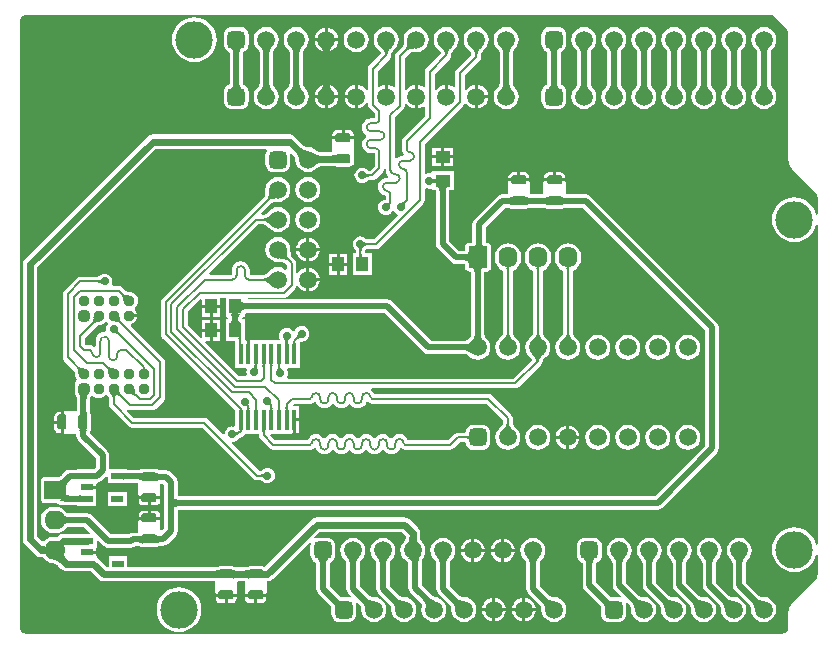
<source format=gtl>
G04*
G04 #@! TF.GenerationSoftware,Altium Limited,Altium Designer,19.1.6 (110)*
G04*
G04 Layer_Physical_Order=1*
G04 Layer_Color=255*
%FSLAX43Y43*%
%MOMM*%
G71*
G01*
G75*
%ADD14C,0.200*%
%ADD26R,1.016X1.270*%
%ADD27R,1.270X1.016*%
%ADD28R,1.000X0.600*%
%ADD29R,0.350X1.750*%
G04:AMPARAMS|DCode=46|XSize=0.762mm|YSize=1.27mm|CornerRadius=0.114mm|HoleSize=0mm|Usage=FLASHONLY|Rotation=270.000|XOffset=0mm|YOffset=0mm|HoleType=Round|Shape=RoundedRectangle|*
%AMROUNDEDRECTD46*
21,1,0.762,1.041,0,0,270.0*
21,1,0.533,1.270,0,0,270.0*
1,1,0.229,-0.521,-0.267*
1,1,0.229,-0.521,0.267*
1,1,0.229,0.521,0.267*
1,1,0.229,0.521,-0.267*
%
%ADD46ROUNDEDRECTD46*%
G04:AMPARAMS|DCode=47|XSize=0.762mm|YSize=1.27mm|CornerRadius=0.114mm|HoleSize=0mm|Usage=FLASHONLY|Rotation=0.000|XOffset=0mm|YOffset=0mm|HoleType=Round|Shape=RoundedRectangle|*
%AMROUNDEDRECTD47*
21,1,0.762,1.041,0,0,0.0*
21,1,0.533,1.270,0,0,0.0*
1,1,0.229,0.267,-0.521*
1,1,0.229,-0.267,-0.521*
1,1,0.229,-0.267,0.521*
1,1,0.229,0.267,0.521*
%
%ADD47ROUNDEDRECTD47*%
%ADD48C,0.508*%
%ADD49C,0.600*%
%ADD50C,0.300*%
%ADD51C,0.950*%
G04:AMPARAMS|DCode=52|XSize=0.95mm|YSize=0.95mm|CornerRadius=0.238mm|HoleSize=0mm|Usage=FLASHONLY|Rotation=0.000|XOffset=0mm|YOffset=0mm|HoleType=Round|Shape=RoundedRectangle|*
%AMROUNDEDRECTD52*
21,1,0.950,0.475,0,0,0.0*
21,1,0.475,0.950,0,0,0.0*
1,1,0.475,0.238,-0.238*
1,1,0.475,-0.238,-0.238*
1,1,0.475,-0.238,0.238*
1,1,0.475,0.238,0.238*
%
%ADD52ROUNDEDRECTD52*%
%ADD53C,1.500*%
G04:AMPARAMS|DCode=54|XSize=1.5mm|YSize=1.5mm|CornerRadius=0.375mm|HoleSize=0mm|Usage=FLASHONLY|Rotation=270.000|XOffset=0mm|YOffset=0mm|HoleType=Round|Shape=RoundedRectangle|*
%AMROUNDEDRECTD54*
21,1,1.500,0.750,0,0,270.0*
21,1,0.750,1.500,0,0,270.0*
1,1,0.750,-0.375,-0.375*
1,1,0.750,-0.375,0.375*
1,1,0.750,0.375,0.375*
1,1,0.750,0.375,-0.375*
%
%ADD54ROUNDEDRECTD54*%
%ADD55O,1.600X1.800*%
G04:AMPARAMS|DCode=56|XSize=1.6mm|YSize=1.8mm|CornerRadius=0.08mm|HoleSize=0mm|Usage=FLASHONLY|Rotation=0.000|XOffset=0mm|YOffset=0mm|HoleType=Round|Shape=RoundedRectangle|*
%AMROUNDEDRECTD56*
21,1,1.600,1.640,0,0,0.0*
21,1,1.440,1.800,0,0,0.0*
1,1,0.160,0.720,-0.820*
1,1,0.160,-0.720,-0.820*
1,1,0.160,-0.720,0.820*
1,1,0.160,0.720,0.820*
%
%ADD56ROUNDEDRECTD56*%
G04:AMPARAMS|DCode=57|XSize=1.5mm|YSize=1.5mm|CornerRadius=0.375mm|HoleSize=0mm|Usage=FLASHONLY|Rotation=0.000|XOffset=0mm|YOffset=0mm|HoleType=Round|Shape=RoundedRectangle|*
%AMROUNDEDRECTD57*
21,1,1.500,0.750,0,0,0.0*
21,1,0.750,1.500,0,0,0.0*
1,1,0.750,0.375,-0.375*
1,1,0.750,-0.375,-0.375*
1,1,0.750,-0.375,0.375*
1,1,0.750,0.375,0.375*
%
%ADD57ROUNDEDRECTD57*%
%ADD58O,1.800X1.600*%
G04:AMPARAMS|DCode=59|XSize=1.6mm|YSize=1.8mm|CornerRadius=0.08mm|HoleSize=0mm|Usage=FLASHONLY|Rotation=270.000|XOffset=0mm|YOffset=0mm|HoleType=Round|Shape=RoundedRectangle|*
%AMROUNDEDRECTD59*
21,1,1.600,1.640,0,0,270.0*
21,1,1.440,1.800,0,0,270.0*
1,1,0.160,-0.820,-0.720*
1,1,0.160,-0.820,0.720*
1,1,0.160,0.820,0.720*
1,1,0.160,0.820,-0.720*
%
%ADD59ROUNDEDRECTD59*%
%ADD60C,3.175*%
%ADD61C,0.700*%
G36*
X123754Y99965D02*
X123871Y99916D01*
X123999Y99818D01*
X124931Y98887D01*
X125028Y98759D01*
X125077Y98642D01*
X125098Y98483D01*
Y87829D01*
X125104Y87796D01*
X125102Y87763D01*
X125128Y87559D01*
X125149Y87497D01*
X125162Y87433D01*
X125239Y87242D01*
X125276Y87187D01*
X125304Y87128D01*
X125428Y86964D01*
X125452Y86942D01*
X125470Y86914D01*
X127415Y84922D01*
X127510Y84795D01*
X127557Y84680D01*
X127578Y84523D01*
Y83122D01*
X127451Y83103D01*
X127360Y83403D01*
X127185Y83731D01*
X126949Y84018D01*
X126661Y84254D01*
X126333Y84429D01*
X125978Y84537D01*
X125608Y84574D01*
X125238Y84537D01*
X124882Y84429D01*
X124554Y84254D01*
X124266Y84018D01*
X124031Y83731D01*
X123855Y83403D01*
X123747Y83047D01*
X123711Y82677D01*
X123747Y82307D01*
X123855Y81951D01*
X124031Y81623D01*
X124266Y81336D01*
X124554Y81100D01*
X124882Y80925D01*
X125238Y80817D01*
X125608Y80780D01*
X125978Y80817D01*
X126333Y80925D01*
X126661Y81100D01*
X126949Y81336D01*
X127185Y81623D01*
X127360Y81951D01*
X127451Y82251D01*
X127578Y82232D01*
Y55182D01*
X127451Y55163D01*
X127360Y55463D01*
X127185Y55791D01*
X126949Y56078D01*
X126661Y56314D01*
X126333Y56489D01*
X125978Y56597D01*
X125608Y56634D01*
X125238Y56597D01*
X124882Y56489D01*
X124554Y56314D01*
X124266Y56078D01*
X124031Y55791D01*
X123855Y55463D01*
X123747Y55107D01*
X123711Y54737D01*
X123747Y54367D01*
X123855Y54011D01*
X124031Y53683D01*
X124266Y53396D01*
X124554Y53160D01*
X124882Y52985D01*
X125238Y52877D01*
X125608Y52840D01*
X125978Y52877D01*
X126333Y52985D01*
X126661Y53160D01*
X126949Y53396D01*
X127185Y53683D01*
X127360Y54011D01*
X127451Y54311D01*
X127578Y54292D01*
Y52637D01*
X127557Y52480D01*
X127510Y52365D01*
X127415Y52238D01*
X125470Y50246D01*
X125452Y50218D01*
X125428Y50196D01*
X125304Y50032D01*
X125276Y49973D01*
X125239Y49918D01*
X125162Y49727D01*
X125149Y49663D01*
X125128Y49601D01*
X125102Y49397D01*
X125104Y49364D01*
X125098Y49331D01*
Y48146D01*
X125082Y48009D01*
X125046Y47906D01*
X124988Y47813D01*
X124911Y47736D01*
X124819Y47678D01*
X124716Y47642D01*
X124579Y47627D01*
X60566D01*
X60429Y47642D01*
X60326Y47678D01*
X60234Y47736D01*
X60157Y47813D01*
X60099Y47906D01*
X60063Y48009D01*
X60047Y48146D01*
Y99467D01*
X60063Y99604D01*
X60099Y99707D01*
X60157Y99799D01*
X60234Y99876D01*
X60326Y99934D01*
X60429Y99970D01*
X60566Y99986D01*
X123595D01*
X123754Y99965D01*
D02*
G37*
%LPC*%
G36*
X86111Y98913D02*
Y98044D01*
X86980D01*
X86962Y98179D01*
X86861Y98423D01*
X86700Y98633D01*
X86490Y98794D01*
X86246Y98895D01*
X86111Y98913D01*
D02*
G37*
G36*
X85857D02*
X85721Y98895D01*
X85477Y98794D01*
X85268Y98633D01*
X85107Y98423D01*
X85005Y98179D01*
X84988Y98044D01*
X85857D01*
Y98913D01*
D02*
G37*
G36*
X86980Y97790D02*
X86111D01*
Y97381D01*
X86509D01*
X86457Y97327D01*
X86411Y97272D01*
X86370Y97214D01*
X86335Y97155D01*
X86305Y97094D01*
X86281Y97031D01*
X86262Y96966D01*
X86257Y96944D01*
X86490Y97040D01*
X86700Y97201D01*
X86861Y97411D01*
X86962Y97655D01*
X86980Y97790D01*
D02*
G37*
G36*
X85857D02*
X84988D01*
X85005Y97655D01*
X85107Y97411D01*
X85268Y97201D01*
X85477Y97040D01*
X85710Y96944D01*
X85705Y96966D01*
X85686Y97031D01*
X85662Y97094D01*
X85632Y97155D01*
X85597Y97214D01*
X85556Y97272D01*
X85510Y97327D01*
X85459Y97381D01*
X85857D01*
Y97790D01*
D02*
G37*
G36*
X88524Y98976D02*
X88249Y98940D01*
X87994Y98834D01*
X87775Y98666D01*
X87606Y98447D01*
X87501Y98191D01*
X87465Y97917D01*
X87501Y97643D01*
X87606Y97387D01*
X87775Y97168D01*
X87994Y97000D01*
X88249Y96894D01*
X88524Y96858D01*
X88798Y96894D01*
X89053Y97000D01*
X89272Y97168D01*
X89441Y97387D01*
X89547Y97643D01*
X89583Y97917D01*
X89547Y98191D01*
X89441Y98447D01*
X89272Y98666D01*
X89053Y98834D01*
X88798Y98940D01*
X88524Y98976D01*
D02*
G37*
G36*
X74808Y99814D02*
X74438Y99777D01*
X74082Y99669D01*
X73754Y99494D01*
X73466Y99258D01*
X73231Y98971D01*
X73055Y98643D01*
X72947Y98287D01*
X72911Y97917D01*
X72947Y97547D01*
X73055Y97191D01*
X73231Y96863D01*
X73466Y96576D01*
X73754Y96340D01*
X74082Y96165D01*
X74438Y96057D01*
X74808Y96020D01*
X75178Y96057D01*
X75533Y96165D01*
X75861Y96340D01*
X76149Y96576D01*
X76385Y96863D01*
X76560Y97191D01*
X76668Y97547D01*
X76704Y97917D01*
X76668Y98287D01*
X76560Y98643D01*
X76385Y98971D01*
X76149Y99258D01*
X75861Y99494D01*
X75533Y99669D01*
X75178Y99777D01*
X74808Y99814D01*
D02*
G37*
G36*
X98684Y98976D02*
X98409Y98940D01*
X98154Y98834D01*
X97935Y98666D01*
X97766Y98447D01*
X97661Y98191D01*
X97625Y97917D01*
X97661Y97643D01*
X97766Y97387D01*
X97935Y97168D01*
X97954Y97154D01*
X98016Y97090D01*
X98140Y96951D01*
X98184Y96895D01*
X98220Y96843D01*
X98247Y96799D01*
X98264Y96763D01*
X98273Y96738D01*
X98276Y96728D01*
Y96603D01*
X97005Y95333D01*
X96917Y95200D01*
X96886Y95044D01*
X96886Y95044D01*
Y93947D01*
X96759Y93884D01*
X96650Y93968D01*
X96406Y94069D01*
X96271Y94087D01*
Y93091D01*
X96017D01*
Y94087D01*
X95881Y94069D01*
X95637Y93968D01*
X95428Y93807D01*
X95288Y93626D01*
X95161Y93658D01*
Y95042D01*
X96432Y96313D01*
X96520Y96445D01*
X96551Y96601D01*
X96551Y96601D01*
Y96728D01*
X96554Y96738D01*
X96563Y96763D01*
X96581Y96799D01*
X96607Y96843D01*
X96643Y96895D01*
X96687Y96951D01*
X96811Y97090D01*
X96873Y97154D01*
X96892Y97168D01*
X97061Y97387D01*
X97167Y97643D01*
X97203Y97917D01*
X97167Y98191D01*
X97061Y98447D01*
X96892Y98666D01*
X96673Y98834D01*
X96418Y98940D01*
X96144Y98976D01*
X95869Y98940D01*
X95614Y98834D01*
X95395Y98666D01*
X95226Y98447D01*
X95121Y98191D01*
X95085Y97917D01*
X95121Y97643D01*
X95226Y97387D01*
X95395Y97168D01*
X95414Y97154D01*
X95476Y97090D01*
X95600Y96951D01*
X95644Y96895D01*
X95680Y96843D01*
X95707Y96799D01*
X95724Y96763D01*
X95725Y96760D01*
X94465Y95500D01*
X94377Y95367D01*
X94346Y95211D01*
X94346Y95211D01*
Y93947D01*
X94219Y93884D01*
X94110Y93968D01*
X93866Y94069D01*
X93731Y94087D01*
Y93091D01*
Y92095D01*
X93866Y92113D01*
X94110Y92214D01*
X94219Y92298D01*
X94346Y92235D01*
Y91468D01*
X92523Y89646D01*
X92435Y89513D01*
X92404Y89357D01*
X92404Y89357D01*
Y88634D01*
X92410Y88601D01*
X92428Y88465D01*
X92494Y88306D01*
X92567Y88211D01*
X92513Y88084D01*
X92478D01*
X92458Y88080D01*
X92281Y88057D01*
X92098Y87981D01*
X91943Y87862D01*
X91931Y87863D01*
X91816Y87906D01*
Y91341D01*
X92502Y92027D01*
X92502Y92027D01*
X92590Y92159D01*
X92621Y92315D01*
Y92524D01*
X92748Y92556D01*
X92888Y92375D01*
X93097Y92214D01*
X93341Y92113D01*
X93477Y92095D01*
Y93091D01*
Y94087D01*
X93341Y94069D01*
X93097Y93968D01*
X92888Y93807D01*
X92748Y93626D01*
X92621Y93658D01*
Y96358D01*
X93051Y96788D01*
X93060Y96793D01*
X93084Y96804D01*
X93122Y96817D01*
X93172Y96830D01*
X93234Y96841D01*
X93305Y96850D01*
X93491Y96861D01*
X93580Y96861D01*
X93604Y96858D01*
X93878Y96894D01*
X94133Y97000D01*
X94352Y97168D01*
X94521Y97387D01*
X94627Y97643D01*
X94663Y97917D01*
X94627Y98191D01*
X94521Y98447D01*
X94352Y98666D01*
X94133Y98834D01*
X93878Y98940D01*
X93604Y98976D01*
X93329Y98940D01*
X93074Y98834D01*
X92855Y98666D01*
X92686Y98447D01*
X92581Y98191D01*
X92545Y97917D01*
X92548Y97893D01*
X92547Y97804D01*
X92537Y97618D01*
X92528Y97548D01*
X92516Y97485D01*
X92504Y97435D01*
X92491Y97398D01*
X92480Y97373D01*
X92475Y97365D01*
X91925Y96815D01*
X91837Y96683D01*
X91806Y96527D01*
X91806Y96527D01*
Y93947D01*
X91679Y93884D01*
X91570Y93968D01*
X91326Y94069D01*
X91191Y94087D01*
Y93091D01*
X90937D01*
Y94087D01*
X90801Y94069D01*
X90557Y93968D01*
X90448Y93884D01*
X90321Y93947D01*
Y95282D01*
X91352Y96312D01*
X91352Y96312D01*
X91440Y96445D01*
X91471Y96601D01*
X91471Y96601D01*
Y96728D01*
X91474Y96738D01*
X91483Y96763D01*
X91501Y96799D01*
X91527Y96843D01*
X91563Y96895D01*
X91607Y96951D01*
X91731Y97090D01*
X91793Y97154D01*
X91812Y97168D01*
X91981Y97387D01*
X92087Y97643D01*
X92123Y97917D01*
X92087Y98191D01*
X91981Y98447D01*
X91812Y98666D01*
X91593Y98834D01*
X91338Y98940D01*
X91064Y98976D01*
X90789Y98940D01*
X90534Y98834D01*
X90315Y98666D01*
X90146Y98447D01*
X90041Y98191D01*
X90005Y97917D01*
X90041Y97643D01*
X90146Y97387D01*
X90315Y97168D01*
X90334Y97154D01*
X90396Y97090D01*
X90520Y96951D01*
X90564Y96895D01*
X90600Y96843D01*
X90627Y96799D01*
X90644Y96763D01*
X90645Y96759D01*
X89625Y95739D01*
X89537Y95607D01*
X89506Y95451D01*
X89506Y95451D01*
Y93658D01*
X89379Y93626D01*
X89240Y93807D01*
X89030Y93968D01*
X88786Y94069D01*
X88651Y94087D01*
Y93091D01*
Y92095D01*
X88786Y92113D01*
X89030Y92214D01*
X89240Y92375D01*
X89379Y92556D01*
X89506Y92524D01*
Y92408D01*
X89506Y92408D01*
X89537Y92252D01*
X89625Y92119D01*
X90067Y91677D01*
Y91252D01*
X89760D01*
X89741Y91248D01*
X89564Y91225D01*
X89380Y91149D01*
X89223Y91028D01*
X89102Y90871D01*
X89026Y90687D01*
X89003Y90510D01*
X88999Y90491D01*
X89003Y90471D01*
X89026Y90294D01*
X89102Y90110D01*
X89223Y89953D01*
X89347Y89857D01*
X89358Y89816D01*
Y89749D01*
X89347Y89708D01*
X89223Y89612D01*
X89102Y89455D01*
X89026Y89271D01*
X89003Y89094D01*
X88999Y89075D01*
X89003Y89055D01*
X89026Y88878D01*
X89102Y88694D01*
X89223Y88537D01*
X89380Y88416D01*
X89564Y88340D01*
X89741Y88317D01*
X89760Y88313D01*
X90067D01*
Y87189D01*
X89696Y86819D01*
X89565D01*
X89563Y86819D01*
X89557Y86822D01*
X89548Y86826D01*
X89538Y86833D01*
X89526Y86842D01*
X89511Y86855D01*
X89489Y86876D01*
X89485Y86879D01*
X89355Y86979D01*
X89197Y87044D01*
X89027Y87066D01*
X88857Y87044D01*
X88699Y86979D01*
X88563Y86874D01*
X88459Y86739D01*
X88394Y86580D01*
X88371Y86411D01*
X88394Y86241D01*
X88459Y86083D01*
X88563Y85947D01*
X88699Y85843D01*
X88857Y85778D01*
X89027Y85755D01*
X89197Y85778D01*
X89355Y85843D01*
X89485Y85943D01*
X89489Y85946D01*
X89511Y85967D01*
X89526Y85979D01*
X89538Y85989D01*
X89548Y85995D01*
X89557Y86000D01*
X89563Y86002D01*
X89565Y86003D01*
X89865D01*
X89865Y86003D01*
X90021Y86034D01*
X90154Y86122D01*
X90763Y86732D01*
X90763Y86732D01*
X90852Y86864D01*
X90873Y86974D01*
X91000Y86961D01*
Y86868D01*
X91004Y86848D01*
X91028Y86671D01*
X91104Y86488D01*
X91216Y86341D01*
X91200Y86259D01*
X91185Y86214D01*
X91132D01*
X91112Y86210D01*
X90935Y86187D01*
X90752Y86111D01*
X90594Y85990D01*
X90473Y85832D01*
X90397Y85649D01*
X90374Y85472D01*
X90370Y85452D01*
X90374Y85432D01*
X90397Y85255D01*
X90473Y85072D01*
X90594Y84914D01*
X90752Y84793D01*
X90935Y84717D01*
X91000Y84709D01*
Y84373D01*
X90839Y84352D01*
X90680Y84286D01*
X90545Y84182D01*
X90440Y84046D01*
X90375Y83888D01*
X90353Y83718D01*
X90375Y83549D01*
X90440Y83391D01*
X90545Y83255D01*
X90680Y83151D01*
X90839Y83085D01*
X91008Y83063D01*
X91178Y83085D01*
X91336Y83151D01*
X91472Y83255D01*
X91576Y83391D01*
X91710D01*
X91815Y83255D01*
X91950Y83151D01*
X91996Y83132D01*
X92026Y82982D01*
X90046Y81002D01*
X89412D01*
X89410Y81003D01*
X89404Y81005D01*
X89396Y81010D01*
X89386Y81016D01*
X89373Y81026D01*
X89359Y81038D01*
X89337Y81059D01*
X89332Y81062D01*
X89202Y81162D01*
X89044Y81227D01*
X88875Y81250D01*
X88705Y81227D01*
X88547Y81162D01*
X88411Y81058D01*
X88307Y80922D01*
X88241Y80764D01*
X88219Y80594D01*
X88241Y80425D01*
X88307Y80266D01*
X88407Y80136D01*
X88410Y80132D01*
X88431Y80110D01*
X88443Y80095D01*
X88452Y80083D01*
X88459Y80073D01*
X88463Y80065D01*
X88466Y80059D01*
X88467Y80057D01*
Y79827D01*
X88219D01*
Y77957D01*
X89835D01*
Y79827D01*
X89282D01*
Y80057D01*
X89283Y80059D01*
X89286Y80065D01*
X89290Y80073D01*
X89297Y80083D01*
X89306Y80095D01*
X89318Y80110D01*
X89338Y80130D01*
X89359Y80150D01*
X89373Y80163D01*
X89386Y80172D01*
X89396Y80179D01*
X89404Y80183D01*
X89410Y80186D01*
X89412Y80186D01*
X90215D01*
X90215Y80186D01*
X90371Y80217D01*
X90503Y80306D01*
X94204Y84007D01*
X94204Y84007D01*
X94293Y84139D01*
X94324Y84295D01*
X94324Y84295D01*
Y85254D01*
X94451Y85339D01*
X94496Y85320D01*
X94666Y85298D01*
X94772Y85312D01*
X94899Y85222D01*
Y85146D01*
X95255D01*
X95258Y85135D01*
X95266Y85085D01*
X95269Y85051D01*
Y80645D01*
X95269Y80645D01*
X95312Y80429D01*
X95435Y80246D01*
X96603Y79077D01*
X96603Y79077D01*
X96786Y78955D01*
X97003Y78912D01*
X97003Y78912D01*
X97636D01*
X97670Y78909D01*
X97721Y78900D01*
X97724Y78900D01*
Y78657D01*
X97753Y78508D01*
X97837Y78383D01*
X97963Y78299D01*
X98111Y78269D01*
X98229D01*
X98230Y78266D01*
X98238Y78216D01*
X98241Y78182D01*
Y72941D01*
X98239Y72923D01*
X98230Y72881D01*
X98219Y72841D01*
X98204Y72803D01*
X98185Y72764D01*
X98162Y72726D01*
X98135Y72688D01*
X98104Y72649D01*
X98074Y72619D01*
X98057Y72605D01*
X98044Y72588D01*
X98013Y72559D01*
X97975Y72527D01*
X97937Y72500D01*
X97898Y72478D01*
X97860Y72459D01*
X97821Y72444D01*
X97781Y72432D01*
X97740Y72424D01*
X97721Y72421D01*
X94849D01*
X91524Y75746D01*
X91341Y75869D01*
X91125Y75912D01*
X91125Y75912D01*
X79288D01*
X79287Y75912D01*
X79341Y76039D01*
X82366D01*
X82366Y76039D01*
X82522Y76070D01*
X82654Y76159D01*
X83328Y76832D01*
X83328Y76832D01*
X83416Y76965D01*
X83433Y77048D01*
X83495Y77070D01*
X83567Y77072D01*
X83714Y76881D01*
X83923Y76720D01*
X84168Y76619D01*
X84303Y76601D01*
Y77597D01*
Y78593D01*
X84168Y78575D01*
X83923Y78474D01*
X83714Y78313D01*
X83574Y78132D01*
X83447Y78164D01*
Y78987D01*
X83447Y78987D01*
X83416Y79143D01*
X83328Y79275D01*
X83328Y79275D01*
X83019Y79585D01*
X83013Y79593D01*
X83002Y79618D01*
X82989Y79655D01*
X82977Y79705D01*
X82965Y79768D01*
X82957Y79838D01*
X82946Y80024D01*
X82946Y80113D01*
X82949Y80137D01*
X82913Y80411D01*
X82807Y80667D01*
X82638Y80886D01*
X82419Y81054D01*
X82164Y81160D01*
X81890Y81196D01*
X81616Y81160D01*
X81360Y81054D01*
X81141Y80886D01*
X80972Y80667D01*
X80867Y80411D01*
X80831Y80137D01*
X80867Y79863D01*
X80972Y79607D01*
X81141Y79388D01*
X81360Y79220D01*
X81616Y79114D01*
X81890Y79078D01*
X81913Y79081D01*
X82002Y79081D01*
X82188Y79070D01*
X82259Y79061D01*
X82321Y79050D01*
X82371Y79037D01*
X82409Y79024D01*
X82433Y79013D01*
X82442Y79008D01*
X82632Y78818D01*
Y78495D01*
X82518Y78438D01*
X82419Y78514D01*
X82164Y78620D01*
X81890Y78656D01*
X81616Y78620D01*
X81360Y78514D01*
X81141Y78346D01*
X81126Y78327D01*
X81063Y78264D01*
X80924Y78140D01*
X80868Y78097D01*
X80816Y78061D01*
X80771Y78034D01*
X80736Y78016D01*
X80711Y78007D01*
X80701Y78005D01*
X79499D01*
Y78388D01*
X79495Y78407D01*
X79471Y78584D01*
X79395Y78768D01*
X79275Y78925D01*
X79117Y79046D01*
X78934Y79122D01*
X78757Y79145D01*
X78737Y79149D01*
X78717Y79145D01*
X78540Y79122D01*
X78357Y79046D01*
X78199Y78925D01*
X78078Y78768D01*
X78002Y78584D01*
X77979Y78407D01*
X77975Y78388D01*
Y78005D01*
X76127D01*
X76079Y78122D01*
X80226Y82269D01*
X80701D01*
X80711Y82267D01*
X80736Y82257D01*
X80771Y82240D01*
X80816Y82213D01*
X80868Y82177D01*
X80924Y82134D01*
X81063Y82010D01*
X81126Y81947D01*
X81141Y81928D01*
X81360Y81760D01*
X81616Y81654D01*
X81890Y81618D01*
X82164Y81654D01*
X82419Y81760D01*
X82638Y81928D01*
X82807Y82147D01*
X82913Y82403D01*
X82949Y82677D01*
X82913Y82951D01*
X82807Y83207D01*
X82638Y83426D01*
X82419Y83594D01*
X82164Y83700D01*
X81890Y83736D01*
X81616Y83700D01*
X81360Y83594D01*
X81141Y83426D01*
X81126Y83407D01*
X81063Y83344D01*
X80924Y83220D01*
X80868Y83177D01*
X80816Y83141D01*
X80771Y83114D01*
X80736Y83096D01*
X80711Y83087D01*
X80701Y83085D01*
X80500D01*
X80452Y83202D01*
X81337Y84088D01*
X81346Y84093D01*
X81370Y84104D01*
X81408Y84117D01*
X81458Y84130D01*
X81520Y84141D01*
X81591Y84150D01*
X81777Y84161D01*
X81866Y84161D01*
X81890Y84158D01*
X82164Y84194D01*
X82419Y84300D01*
X82638Y84468D01*
X82807Y84687D01*
X82913Y84943D01*
X82949Y85217D01*
X82913Y85491D01*
X82807Y85747D01*
X82638Y85966D01*
X82419Y86134D01*
X82164Y86240D01*
X81890Y86276D01*
X81616Y86240D01*
X81360Y86134D01*
X81141Y85966D01*
X80972Y85747D01*
X80867Y85491D01*
X80831Y85217D01*
X80834Y85193D01*
X80833Y85104D01*
X80823Y84918D01*
X80814Y84848D01*
X80802Y84785D01*
X80790Y84735D01*
X80777Y84698D01*
X80766Y84673D01*
X80761Y84665D01*
X72089Y75993D01*
X72001Y75861D01*
X71970Y75705D01*
X71970Y75705D01*
Y72961D01*
X71970Y72961D01*
X72001Y72805D01*
X72089Y72673D01*
X78250Y66512D01*
Y65248D01*
X78123Y65154D01*
X78026Y65166D01*
X77856Y65144D01*
X77698Y65078D01*
X77562Y64974D01*
X77458Y64839D01*
X77392Y64680D01*
X77370Y64511D01*
X77250Y64452D01*
X75938Y65763D01*
X75806Y65852D01*
X75650Y65883D01*
X75650Y65883D01*
X69719D01*
X69125Y66476D01*
X69147Y66521D01*
X69200Y66581D01*
X69334Y66555D01*
X69334Y66555D01*
X71251D01*
X71251Y66555D01*
X71407Y66586D01*
X71539Y66674D01*
X72203Y67338D01*
X72203Y67338D01*
X72292Y67470D01*
X72323Y67626D01*
X72323Y67627D01*
Y70610D01*
X72292Y70766D01*
X72203Y70898D01*
X69409Y73693D01*
X69450Y73813D01*
X69460Y73815D01*
X69638Y73888D01*
X69790Y74005D01*
X69907Y74157D01*
X69980Y74335D01*
X69989Y74398D01*
X69270D01*
Y74652D01*
X69989D01*
X69980Y74715D01*
X69907Y74893D01*
X69790Y75045D01*
X69760Y75068D01*
Y75195D01*
X69823Y75242D01*
X69947Y75404D01*
X70025Y75593D01*
X70052Y75795D01*
X70025Y75997D01*
X69947Y76186D01*
X69823Y76348D01*
X69661Y76472D01*
X69472Y76550D01*
X69270Y76577D01*
X69265Y76576D01*
X69164Y76579D01*
X69129Y76583D01*
X69097Y76589D01*
X69071Y76595D01*
X69051Y76601D01*
X69038Y76607D01*
X69032Y76609D01*
X68683Y76958D01*
X68551Y77047D01*
X68395Y77078D01*
X68395Y77078D01*
X67897D01*
X67813Y77205D01*
X67842Y77275D01*
X67864Y77445D01*
X67842Y77614D01*
X67776Y77772D01*
X67672Y77908D01*
X67536Y78012D01*
X67378Y78078D01*
X67208Y78100D01*
X67039Y78078D01*
X66881Y78012D01*
X66751Y77913D01*
X66746Y77910D01*
X66724Y77888D01*
X66710Y77876D01*
X66697Y77867D01*
X66687Y77860D01*
X66679Y77856D01*
X66673Y77853D01*
X66671Y77852D01*
X65165D01*
X65009Y77821D01*
X64877Y77733D01*
X64877Y77733D01*
X63797Y76653D01*
X63708Y76521D01*
X63677Y76365D01*
X63677Y76365D01*
Y71010D01*
X63677Y71010D01*
X63708Y70854D01*
X63797Y70722D01*
X64646Y69873D01*
X64648Y69867D01*
X64654Y69854D01*
X64660Y69834D01*
X64666Y69808D01*
X64671Y69780D01*
X64679Y69689D01*
X64679Y69641D01*
X64678Y69635D01*
X64705Y69433D01*
X64783Y69244D01*
X64852Y69154D01*
X64835Y68990D01*
X64716Y68812D01*
X64674Y68602D01*
Y68127D01*
X64700Y67999D01*
X64700Y67987D01*
X64705Y67972D01*
X64708Y67957D01*
X64710Y67945D01*
X64711Y67941D01*
X64716Y67918D01*
X64737Y67886D01*
X64741Y67875D01*
X64768Y67832D01*
X64787Y67797D01*
X64804Y67758D01*
X64819Y67716D01*
X64832Y67671D01*
X64843Y67622D01*
X64852Y67574D01*
X64860Y67489D01*
Y66510D01*
X64855Y66440D01*
X63814D01*
Y66396D01*
X63738D01*
Y65500D01*
Y64604D01*
X63814D01*
Y64560D01*
X64822D01*
X64824Y64520D01*
Y64380D01*
X64824Y64380D01*
X64867Y64164D01*
X64990Y63981D01*
X66485Y62485D01*
Y61684D01*
X66351Y61550D01*
X66211D01*
X66197Y61553D01*
X66195Y61552D01*
X66192Y61553D01*
X66179Y61550D01*
X65217D01*
X65203Y61553D01*
X65189Y61550D01*
X64900D01*
Y61519D01*
X64847Y61515D01*
X64260D01*
X64044Y61472D01*
X63861Y61349D01*
X63861Y61349D01*
X63588Y61076D01*
X63497Y60993D01*
X63424Y60934D01*
X63371Y60897D01*
X62180D01*
X62032Y60868D01*
X61906Y60784D01*
X61822Y60658D01*
X61793Y60510D01*
Y59070D01*
X61822Y58922D01*
X61906Y58796D01*
X62032Y58712D01*
X62180Y58683D01*
X63200D01*
X63226Y58657D01*
X63263Y58618D01*
X63269Y58615D01*
X63273Y58611D01*
X63306Y58589D01*
X63323Y58583D01*
X63337Y58572D01*
X63377Y58560D01*
X63417Y58544D01*
X63435Y58545D01*
X63452Y58540D01*
X63631Y58527D01*
X63840Y58485D01*
X63840Y58485D01*
X64900D01*
Y58450D01*
X65189D01*
X65203Y58447D01*
X65217Y58450D01*
X66500D01*
Y59650D01*
X66454D01*
Y59873D01*
X65700D01*
Y60127D01*
X66454D01*
Y60308D01*
X66550Y60385D01*
X66766Y60428D01*
X66949Y60551D01*
X67373Y60974D01*
X67500Y60922D01*
Y60350D01*
X68783D01*
X68797Y60347D01*
X68811Y60350D01*
X69100D01*
Y60381D01*
X69153Y60385D01*
X69983D01*
X69997Y60385D01*
X70049Y60379D01*
X70060Y60377D01*
Y59314D01*
X70104D01*
Y59238D01*
X71000D01*
X71896D01*
Y59314D01*
X71940D01*
Y60316D01*
X72032Y60324D01*
X72191D01*
X72271Y60244D01*
Y58550D01*
X72271Y58550D01*
X72271Y58550D01*
Y56539D01*
X72057Y56325D01*
X71940Y56373D01*
Y57186D01*
X71896D01*
Y57262D01*
X71000D01*
X70104D01*
Y57186D01*
X70060D01*
Y56184D01*
X69968Y56176D01*
X69603D01*
X69387Y56133D01*
X69274Y56057D01*
X69150Y56050D01*
Y56050D01*
X68861D01*
X68847Y56053D01*
X68833Y56050D01*
X67867D01*
X67853Y56053D01*
X67851Y56053D01*
X67850Y56053D01*
X67836Y56050D01*
X67724D01*
X66124Y57649D01*
X65941Y57772D01*
X65725Y57815D01*
X65725Y57815D01*
X64214D01*
X64159Y57819D01*
X64082Y57829D01*
X64035Y57838D01*
X63885Y58035D01*
X63655Y58211D01*
X63387Y58322D01*
X63100Y58359D01*
X62900D01*
X62613Y58322D01*
X62345Y58211D01*
X62115Y58035D01*
X61939Y57805D01*
X61828Y57537D01*
X61791Y57250D01*
X61828Y56963D01*
X61939Y56695D01*
X62115Y56465D01*
X62345Y56289D01*
X62613Y56178D01*
X62900Y56141D01*
X63100D01*
X63387Y56178D01*
X63655Y56289D01*
X63885Y56465D01*
X64035Y56662D01*
X64077Y56670D01*
X64229Y56685D01*
X65491D01*
X66009Y56167D01*
X65960Y56050D01*
X65809D01*
X65750Y56062D01*
X63664D01*
X63430Y56015D01*
X63232Y55883D01*
X63161Y55812D01*
X63100Y55819D01*
X62900D01*
X62613Y55782D01*
X62345Y55671D01*
X62115Y55495D01*
X62068Y55432D01*
X61941Y55424D01*
X61512Y55853D01*
X61512Y78639D01*
X71532Y88660D01*
X80909D01*
X80971Y88533D01*
X80925Y88472D01*
X80857Y88308D01*
X80834Y88132D01*
Y87382D01*
X80857Y87206D01*
X80925Y87042D01*
X81033Y86901D01*
X81174Y86792D01*
X81338Y86724D01*
X81515Y86701D01*
X82265D01*
X82441Y86724D01*
X82605Y86792D01*
X82746Y86901D01*
X82854Y87042D01*
X82922Y87206D01*
X82945Y87382D01*
Y88132D01*
X82936Y88206D01*
X83056Y88266D01*
X83262Y88059D01*
X83268Y88053D01*
X83295Y88014D01*
X83318Y87977D01*
X83336Y87941D01*
X83350Y87906D01*
X83361Y87872D01*
X83368Y87838D01*
X83372Y87803D01*
X83373Y87777D01*
X83371Y87757D01*
X83407Y87483D01*
X83512Y87227D01*
X83681Y87008D01*
X83900Y86840D01*
X84156Y86734D01*
X84430Y86698D01*
X84704Y86734D01*
X84959Y86840D01*
X85178Y87008D01*
X85205Y87043D01*
X85211Y87047D01*
X85244Y87081D01*
X85269Y87102D01*
X85295Y87121D01*
X85324Y87137D01*
X85356Y87152D01*
X85392Y87164D01*
X85432Y87175D01*
X85477Y87182D01*
X85487Y87183D01*
X86514D01*
X86637Y87181D01*
X86727Y87174D01*
X86732Y87174D01*
X86881Y87144D01*
X87922D01*
X88084Y87176D01*
X88221Y87268D01*
X88312Y87405D01*
X88345Y87566D01*
Y88100D01*
X88341Y88117D01*
Y89408D01*
X88298D01*
Y89484D01*
X87401D01*
X86505D01*
Y89408D01*
X86462D01*
Y88416D01*
X86328Y88407D01*
X85447D01*
X85440Y88407D01*
X85392Y88415D01*
X85348Y88425D01*
X85308Y88437D01*
X85270Y88452D01*
X85236Y88469D01*
X85204Y88488D01*
X85174Y88509D01*
X85136Y88542D01*
X85121Y88550D01*
X84959Y88674D01*
X84704Y88780D01*
X84430Y88816D01*
X84410Y88813D01*
X84383Y88814D01*
X84349Y88819D01*
X84314Y88826D01*
X84280Y88836D01*
X84245Y88851D01*
X84209Y88869D01*
X84172Y88891D01*
X84134Y88919D01*
X84128Y88924D01*
X83348Y89704D01*
X83149Y89837D01*
X82915Y89883D01*
X71279D01*
X71045Y89837D01*
X70846Y89704D01*
X60467Y79325D01*
X60335Y79127D01*
X60288Y78892D01*
X60288Y55600D01*
X60335Y55366D01*
X60467Y55167D01*
X61357Y54277D01*
X61556Y54145D01*
X61790Y54098D01*
X61983D01*
X62115Y53925D01*
X62345Y53749D01*
X62613Y53638D01*
X62679Y53630D01*
X62702Y53622D01*
X62780Y53611D01*
X62846Y53597D01*
X62910Y53577D01*
X62975Y53552D01*
X63040Y53522D01*
X63105Y53485D01*
X63170Y53443D01*
X63236Y53393D01*
X63271Y53363D01*
X63517Y53117D01*
X63716Y52985D01*
X63950Y52938D01*
X65997D01*
X66717Y52217D01*
X66916Y52085D01*
X67150Y52038D01*
X76505D01*
X76560Y52035D01*
Y51064D01*
X76604D01*
Y50988D01*
X77500D01*
X78396D01*
Y51064D01*
X78440D01*
Y52029D01*
X78567Y52038D01*
X79005D01*
X79060Y52035D01*
Y51064D01*
X79104D01*
Y50988D01*
X80000D01*
X80896D01*
Y51064D01*
X80940D01*
Y52038D01*
X81000D01*
X81234Y52085D01*
X81433Y52217D01*
X84602Y55387D01*
X84710Y55315D01*
X84667Y55212D01*
X84644Y55036D01*
Y54286D01*
X84667Y54110D01*
X84735Y53945D01*
X84843Y53804D01*
X84984Y53696D01*
X85116Y53641D01*
X85123Y53616D01*
X85132Y53560D01*
X85135Y53522D01*
Y51435D01*
X85135Y51435D01*
X85178Y51219D01*
X85300Y51036D01*
X86242Y50094D01*
X86325Y50004D01*
X86384Y49931D01*
X86422Y49877D01*
Y49282D01*
X86445Y49106D01*
X86513Y48942D01*
X86621Y48801D01*
X86762Y48692D01*
X86926Y48624D01*
X87103Y48601D01*
X87853D01*
X88029Y48624D01*
X88193Y48692D01*
X88334Y48801D01*
X88442Y48942D01*
X88510Y49106D01*
X88533Y49282D01*
Y50032D01*
X88514Y50183D01*
X88578Y50231D01*
X88628Y50248D01*
X88851Y50025D01*
X88863Y50010D01*
X88886Y49975D01*
X88906Y49938D01*
X88923Y49900D01*
X88937Y49860D01*
X88948Y49817D01*
X88956Y49771D01*
X88960Y49721D01*
X88961Y49678D01*
X88959Y49657D01*
X88995Y49383D01*
X89100Y49127D01*
X89269Y48908D01*
X89488Y48740D01*
X89743Y48634D01*
X90018Y48598D01*
X90292Y48634D01*
X90547Y48740D01*
X90766Y48908D01*
X90935Y49127D01*
X91041Y49383D01*
X91077Y49657D01*
X91041Y49931D01*
X90935Y50187D01*
X90766Y50406D01*
X90547Y50574D01*
X90292Y50680D01*
X90018Y50716D01*
X89996Y50713D01*
X89954Y50714D01*
X89904Y50719D01*
X89858Y50727D01*
X89815Y50738D01*
X89775Y50752D01*
X89736Y50769D01*
X89700Y50789D01*
X89665Y50812D01*
X89650Y50824D01*
X88804Y51669D01*
Y53576D01*
X88807Y53595D01*
X88815Y53636D01*
X88827Y53676D01*
X88842Y53715D01*
X88861Y53753D01*
X88883Y53791D01*
X88910Y53830D01*
X88942Y53868D01*
X88971Y53899D01*
X88988Y53912D01*
X89157Y54131D01*
X89263Y54387D01*
X89299Y54661D01*
X89263Y54935D01*
X89157Y55190D01*
X88988Y55410D01*
X88769Y55578D01*
X88514Y55684D01*
X88240Y55720D01*
X87966Y55684D01*
X87710Y55578D01*
X87491Y55410D01*
X87322Y55190D01*
X87217Y54935D01*
X87181Y54661D01*
X87217Y54387D01*
X87322Y54131D01*
X87491Y53912D01*
X87508Y53899D01*
X87537Y53868D01*
X87569Y53830D01*
X87596Y53791D01*
X87619Y53753D01*
X87637Y53715D01*
X87652Y53676D01*
X87664Y53636D01*
X87673Y53595D01*
X87675Y53576D01*
Y51435D01*
X87675Y51435D01*
X87718Y51219D01*
X87840Y51036D01*
X88069Y50807D01*
X88052Y50757D01*
X88003Y50693D01*
X87853Y50713D01*
X87258D01*
X87207Y50749D01*
X87063Y50870D01*
X86264Y51669D01*
Y53522D01*
X86268Y53560D01*
X86276Y53616D01*
X86283Y53641D01*
X86415Y53696D01*
X86556Y53804D01*
X86664Y53945D01*
X86732Y54110D01*
X86755Y54286D01*
Y55036D01*
X86732Y55212D01*
X86664Y55376D01*
X86556Y55517D01*
X86415Y55625D01*
X86251Y55693D01*
X86075Y55717D01*
X85325D01*
X85148Y55693D01*
X85046Y55651D01*
X84974Y55759D01*
X85453Y56238D01*
X92347D01*
X92708Y55877D01*
Y55700D01*
X92707Y55691D01*
X92699Y55645D01*
X92689Y55603D01*
X92677Y55564D01*
X92662Y55530D01*
X92645Y55498D01*
X92626Y55469D01*
X92605Y55441D01*
X92587Y55422D01*
X92571Y55410D01*
X92402Y55190D01*
X92297Y54935D01*
X92261Y54661D01*
X92297Y54387D01*
X92402Y54131D01*
X92571Y53912D01*
X92790Y53744D01*
X92805Y53738D01*
X92825Y53725D01*
X92853Y53703D01*
X92875Y53681D01*
X92893Y53659D01*
X92908Y53636D01*
X92920Y53610D01*
X92930Y53581D01*
X92938Y53548D01*
X92941Y53529D01*
Y51512D01*
X92941Y51512D01*
X92984Y51296D01*
X93106Y51113D01*
X94030Y50189D01*
X94041Y50174D01*
X94059Y50145D01*
X94072Y50118D01*
X94081Y50091D01*
X94087Y50064D01*
X94090Y50035D01*
X94090Y50004D01*
X94086Y49969D01*
X94081Y49946D01*
X94075Y49931D01*
X94039Y49657D01*
X94075Y49383D01*
X94180Y49127D01*
X94349Y48908D01*
X94568Y48740D01*
X94823Y48634D01*
X95098Y48598D01*
X95372Y48634D01*
X95627Y48740D01*
X95846Y48908D01*
X96015Y49127D01*
X96121Y49383D01*
X96157Y49657D01*
X96121Y49931D01*
X96015Y50187D01*
X95846Y50406D01*
X95627Y50574D01*
X95372Y50680D01*
X95346Y50683D01*
X95293Y50698D01*
X95174Y50739D01*
X95127Y50760D01*
X95079Y50784D01*
X95034Y50810D01*
X94991Y50838D01*
X94951Y50867D01*
X94942Y50875D01*
X94071Y51746D01*
Y53690D01*
X94072Y53702D01*
X94079Y53751D01*
X94090Y53800D01*
X94103Y53851D01*
X94120Y53902D01*
X94139Y53950D01*
X94194Y54063D01*
X94221Y54111D01*
X94237Y54131D01*
X94343Y54387D01*
X94379Y54661D01*
X94343Y54935D01*
X94237Y55190D01*
X94068Y55410D01*
X94052Y55422D01*
X94035Y55441D01*
X94013Y55469D01*
X93994Y55498D01*
X93977Y55530D01*
X93963Y55564D01*
X93950Y55603D01*
X93940Y55645D01*
X93932Y55691D01*
X93931Y55700D01*
Y56130D01*
X93885Y56364D01*
X93752Y56563D01*
X93033Y57283D01*
X92834Y57415D01*
X92600Y57462D01*
X85200D01*
X84966Y57415D01*
X84767Y57283D01*
X80748Y53264D01*
X80728Y53265D01*
X80682Y53296D01*
X80521Y53328D01*
X79479D01*
X79415Y53315D01*
X79414Y53316D01*
X79407Y53314D01*
X79318Y53296D01*
X79300Y53284D01*
X79296Y53283D01*
X78957Y53262D01*
X78464D01*
X78365Y53265D01*
X78250Y53276D01*
X78217Y53281D01*
X78200Y53284D01*
X78182Y53296D01*
X78093Y53314D01*
X78086Y53316D01*
X78085Y53315D01*
X78021Y53328D01*
X76979D01*
X76915Y53315D01*
X76914Y53316D01*
X76907Y53314D01*
X76818Y53296D01*
X76800Y53284D01*
X76796Y53283D01*
X76457Y53262D01*
X69150D01*
Y54150D01*
X67550D01*
Y53262D01*
X67403D01*
X66683Y53983D01*
X66550Y54071D01*
Y54150D01*
X66504D01*
Y54373D01*
X65750D01*
Y54627D01*
X66504D01*
Y54850D01*
X66550D01*
Y55460D01*
X66667Y55509D01*
X67126Y55051D01*
X67309Y54928D01*
X67439Y54902D01*
X67550Y54850D01*
X67550Y54850D01*
X67550Y54850D01*
X67836D01*
X67850Y54847D01*
X67851Y54847D01*
X67853Y54847D01*
X67867Y54850D01*
X68833D01*
X68847Y54847D01*
X68861Y54850D01*
X69150D01*
Y54881D01*
X69203Y54885D01*
X69442D01*
X69442Y54885D01*
X69658Y54928D01*
X69835Y55046D01*
X69996D01*
X70101Y55035D01*
X70142Y55028D01*
X70180Y55019D01*
X70212Y55010D01*
X70236Y55000D01*
X70254Y54992D01*
X70279Y54977D01*
X70289Y54973D01*
X70318Y54954D01*
X70376Y54942D01*
X70392Y54937D01*
X70402Y54937D01*
X70479Y54922D01*
X71521D01*
X71598Y54937D01*
X71608Y54937D01*
X71624Y54942D01*
X71682Y54954D01*
X71711Y54973D01*
X71721Y54977D01*
X71746Y54992D01*
X71764Y55000D01*
X71788Y55010D01*
X71820Y55019D01*
X71858Y55028D01*
X71896Y55035D01*
X72032Y55046D01*
X72142D01*
X72142Y55046D01*
X72358Y55089D01*
X72542Y55212D01*
X73235Y55905D01*
X73235Y55905D01*
X73358Y56089D01*
X73401Y56305D01*
X73401Y56305D01*
Y58060D01*
X73533Y58115D01*
X73537Y58118D01*
X114029D01*
X114029Y58118D01*
X114245Y58161D01*
X114429Y58283D01*
X119043Y62897D01*
X119043Y62897D01*
X119165Y63081D01*
X119208Y63297D01*
X119208Y63297D01*
Y73558D01*
X119165Y73775D01*
X119043Y73958D01*
X119043Y73958D01*
X108351Y84649D01*
X108168Y84772D01*
X107952Y84815D01*
X107952Y84815D01*
X106314D01*
X106248Y84822D01*
Y85827D01*
X106205D01*
Y85903D01*
X105308D01*
X104412D01*
Y85827D01*
X104369D01*
Y84823D01*
X104274Y84815D01*
X103291D01*
X103226Y84822D01*
Y85827D01*
X103182D01*
Y85903D01*
X102286D01*
X101390D01*
Y85827D01*
X101346D01*
Y84825D01*
X101254Y84817D01*
X100889D01*
X100889Y84817D01*
X100673Y84774D01*
X100489Y84651D01*
X100489Y84651D01*
X98519Y82681D01*
X98397Y82498D01*
X98354Y82282D01*
X98354Y82282D01*
Y80772D01*
X98351Y80738D01*
X98342Y80687D01*
X98342Y80684D01*
X98111D01*
X97963Y80655D01*
X97837Y80571D01*
X97753Y80445D01*
X97724Y80297D01*
Y80054D01*
X97721Y80053D01*
X97670Y80044D01*
X97636Y80041D01*
X97237D01*
X96399Y80879D01*
Y85051D01*
X96402Y85085D01*
X96410Y85135D01*
X96413Y85146D01*
X96769D01*
Y86762D01*
X94899D01*
Y86686D01*
X94772Y86595D01*
X94666Y86609D01*
X94496Y86587D01*
X94451Y86568D01*
X94324Y86653D01*
Y89068D01*
X97582Y92326D01*
X97582Y92326D01*
X97670Y92459D01*
X97687Y92542D01*
X97749Y92564D01*
X97821Y92566D01*
X97968Y92375D01*
X98177Y92214D01*
X98421Y92113D01*
X98557Y92095D01*
Y93091D01*
Y94087D01*
X98421Y94069D01*
X98177Y93968D01*
X97968Y93807D01*
X97828Y93626D01*
X97701Y93658D01*
Y94875D01*
X98972Y96146D01*
X99060Y96278D01*
X99091Y96434D01*
X99091Y96434D01*
Y96728D01*
X99094Y96738D01*
X99103Y96763D01*
X99121Y96799D01*
X99147Y96843D01*
X99183Y96895D01*
X99227Y96951D01*
X99351Y97090D01*
X99413Y97154D01*
X99432Y97168D01*
X99601Y97387D01*
X99707Y97643D01*
X99743Y97917D01*
X99707Y98191D01*
X99601Y98447D01*
X99432Y98666D01*
X99213Y98834D01*
X98958Y98940D01*
X98684Y98976D01*
D02*
G37*
G36*
X98811Y94087D02*
Y93218D01*
X99680D01*
X99662Y93353D01*
X99561Y93597D01*
X99400Y93807D01*
X99190Y93968D01*
X98946Y94069D01*
X98811Y94087D01*
D02*
G37*
G36*
X88397D02*
X88261Y94069D01*
X88017Y93968D01*
X87808Y93807D01*
X87647Y93597D01*
X87545Y93353D01*
X87528Y93218D01*
X88397D01*
Y94087D01*
D02*
G37*
G36*
X86257Y94064D02*
X86262Y94042D01*
X86281Y93977D01*
X86305Y93914D01*
X86335Y93853D01*
X86370Y93794D01*
X86411Y93736D01*
X86457Y93681D01*
X86509Y93627D01*
X86111D01*
Y93218D01*
X86980D01*
X86962Y93353D01*
X86861Y93597D01*
X86700Y93807D01*
X86490Y93968D01*
X86257Y94064D01*
D02*
G37*
G36*
X85710D02*
X85477Y93968D01*
X85268Y93807D01*
X85107Y93597D01*
X85005Y93353D01*
X84988Y93218D01*
X85857D01*
Y93627D01*
X85459D01*
X85510Y93681D01*
X85556Y93736D01*
X85597Y93794D01*
X85632Y93853D01*
X85662Y93914D01*
X85686Y93977D01*
X85705Y94042D01*
X85710Y94064D01*
D02*
G37*
G36*
X99680Y92964D02*
X98811D01*
Y92095D01*
X98946Y92113D01*
X99190Y92214D01*
X99400Y92375D01*
X99561Y92585D01*
X99662Y92829D01*
X99680Y92964D01*
D02*
G37*
G36*
X88397D02*
X87528D01*
X87545Y92829D01*
X87647Y92585D01*
X87808Y92375D01*
X88017Y92214D01*
X88261Y92113D01*
X88397Y92095D01*
Y92964D01*
D02*
G37*
G36*
X86980D02*
X86111D01*
Y92095D01*
X86246Y92113D01*
X86490Y92214D01*
X86700Y92375D01*
X86861Y92585D01*
X86962Y92829D01*
X86980Y92964D01*
D02*
G37*
G36*
X85857D02*
X84988D01*
X85005Y92829D01*
X85107Y92585D01*
X85268Y92375D01*
X85477Y92214D01*
X85721Y92113D01*
X85857Y92095D01*
Y92964D01*
D02*
G37*
G36*
X105633Y98973D02*
X104883D01*
X104706Y98950D01*
X104542Y98882D01*
X104401Y98773D01*
X104293Y98632D01*
X104225Y98468D01*
X104202Y98292D01*
Y97542D01*
X104225Y97366D01*
X104293Y97202D01*
X104401Y97061D01*
X104542Y96952D01*
X104674Y96898D01*
X104681Y96872D01*
X104690Y96816D01*
X104693Y96778D01*
Y94230D01*
X104690Y94192D01*
X104681Y94136D01*
X104674Y94110D01*
X104542Y94056D01*
X104401Y93947D01*
X104293Y93806D01*
X104225Y93642D01*
X104202Y93466D01*
Y92716D01*
X104225Y92540D01*
X104293Y92376D01*
X104401Y92235D01*
X104542Y92126D01*
X104706Y92058D01*
X104883Y92035D01*
X105633D01*
X105809Y92058D01*
X105973Y92126D01*
X106114Y92235D01*
X106222Y92376D01*
X106290Y92540D01*
X106313Y92716D01*
Y93466D01*
X106290Y93642D01*
X106222Y93806D01*
X106114Y93947D01*
X105973Y94056D01*
X105841Y94110D01*
X105834Y94136D01*
X105826Y94192D01*
X105822Y94230D01*
Y96778D01*
X105826Y96816D01*
X105834Y96872D01*
X105841Y96898D01*
X105973Y96952D01*
X106114Y97061D01*
X106222Y97202D01*
X106290Y97366D01*
X106313Y97542D01*
Y98292D01*
X106290Y98468D01*
X106222Y98632D01*
X106114Y98773D01*
X105973Y98882D01*
X105809Y98950D01*
X105633Y98973D01*
D02*
G37*
G36*
X78739D02*
X77989D01*
X77812Y98950D01*
X77648Y98882D01*
X77507Y98773D01*
X77399Y98632D01*
X77331Y98468D01*
X77308Y98292D01*
Y97542D01*
X77331Y97366D01*
X77399Y97202D01*
X77507Y97061D01*
X77648Y96952D01*
X77780Y96898D01*
X77787Y96872D01*
X77796Y96816D01*
X77799Y96778D01*
Y94230D01*
X77796Y94192D01*
X77787Y94136D01*
X77780Y94110D01*
X77648Y94056D01*
X77507Y93947D01*
X77399Y93806D01*
X77331Y93642D01*
X77308Y93466D01*
Y92716D01*
X77331Y92540D01*
X77399Y92376D01*
X77507Y92235D01*
X77648Y92126D01*
X77812Y92058D01*
X77989Y92035D01*
X78739D01*
X78915Y92058D01*
X79079Y92126D01*
X79220Y92235D01*
X79328Y92376D01*
X79396Y92540D01*
X79419Y92716D01*
Y93466D01*
X79396Y93642D01*
X79328Y93806D01*
X79220Y93947D01*
X79079Y94056D01*
X78947Y94110D01*
X78940Y94136D01*
X78932Y94192D01*
X78928Y94230D01*
Y96778D01*
X78932Y96816D01*
X78940Y96872D01*
X78947Y96898D01*
X79079Y96952D01*
X79220Y97061D01*
X79328Y97202D01*
X79396Y97366D01*
X79419Y97542D01*
Y98292D01*
X79396Y98468D01*
X79328Y98632D01*
X79220Y98773D01*
X79079Y98882D01*
X78915Y98950D01*
X78739Y98973D01*
D02*
G37*
G36*
X123038Y98976D02*
X122763Y98940D01*
X122508Y98834D01*
X122289Y98666D01*
X122120Y98447D01*
X122015Y98191D01*
X121979Y97917D01*
X122015Y97643D01*
X122120Y97387D01*
X122289Y97168D01*
X122306Y97155D01*
X122335Y97124D01*
X122367Y97086D01*
X122394Y97047D01*
X122417Y97009D01*
X122435Y96971D01*
X122450Y96932D01*
X122462Y96892D01*
X122470Y96851D01*
X122473Y96832D01*
Y94176D01*
X122470Y94157D01*
X122462Y94116D01*
X122450Y94076D01*
X122435Y94037D01*
X122417Y93999D01*
X122394Y93961D01*
X122367Y93922D01*
X122335Y93884D01*
X122306Y93853D01*
X122289Y93840D01*
X122120Y93621D01*
X122015Y93365D01*
X121979Y93091D01*
X122015Y92817D01*
X122120Y92561D01*
X122289Y92342D01*
X122508Y92174D01*
X122763Y92068D01*
X123038Y92032D01*
X123312Y92068D01*
X123567Y92174D01*
X123786Y92342D01*
X123955Y92561D01*
X124061Y92817D01*
X124097Y93091D01*
X124061Y93365D01*
X123955Y93621D01*
X123786Y93840D01*
X123769Y93853D01*
X123740Y93884D01*
X123708Y93922D01*
X123681Y93961D01*
X123659Y93999D01*
X123640Y94037D01*
X123625Y94076D01*
X123613Y94116D01*
X123605Y94157D01*
X123602Y94176D01*
Y96832D01*
X123605Y96851D01*
X123613Y96892D01*
X123625Y96932D01*
X123640Y96971D01*
X123659Y97009D01*
X123681Y97047D01*
X123708Y97086D01*
X123740Y97124D01*
X123769Y97155D01*
X123786Y97168D01*
X123955Y97387D01*
X124061Y97643D01*
X124097Y97917D01*
X124061Y98191D01*
X123955Y98447D01*
X123786Y98666D01*
X123567Y98834D01*
X123312Y98940D01*
X123038Y98976D01*
D02*
G37*
G36*
X120498D02*
X120223Y98940D01*
X119968Y98834D01*
X119749Y98666D01*
X119580Y98447D01*
X119475Y98191D01*
X119439Y97917D01*
X119475Y97643D01*
X119580Y97387D01*
X119749Y97168D01*
X119766Y97155D01*
X119795Y97124D01*
X119827Y97086D01*
X119854Y97047D01*
X119877Y97009D01*
X119895Y96971D01*
X119910Y96932D01*
X119922Y96892D01*
X119930Y96851D01*
X119933Y96832D01*
Y94176D01*
X119930Y94157D01*
X119922Y94116D01*
X119910Y94076D01*
X119895Y94037D01*
X119877Y93999D01*
X119854Y93961D01*
X119827Y93922D01*
X119795Y93884D01*
X119766Y93853D01*
X119749Y93840D01*
X119580Y93621D01*
X119475Y93365D01*
X119439Y93091D01*
X119475Y92817D01*
X119580Y92561D01*
X119749Y92342D01*
X119968Y92174D01*
X120223Y92068D01*
X120498Y92032D01*
X120772Y92068D01*
X121027Y92174D01*
X121246Y92342D01*
X121415Y92561D01*
X121521Y92817D01*
X121557Y93091D01*
X121521Y93365D01*
X121415Y93621D01*
X121246Y93840D01*
X121229Y93853D01*
X121200Y93884D01*
X121168Y93922D01*
X121141Y93961D01*
X121119Y93999D01*
X121100Y94037D01*
X121085Y94076D01*
X121073Y94116D01*
X121065Y94157D01*
X121062Y94176D01*
Y96832D01*
X121065Y96851D01*
X121073Y96892D01*
X121085Y96932D01*
X121100Y96971D01*
X121119Y97009D01*
X121141Y97047D01*
X121168Y97086D01*
X121200Y97124D01*
X121229Y97155D01*
X121246Y97168D01*
X121415Y97387D01*
X121521Y97643D01*
X121557Y97917D01*
X121521Y98191D01*
X121415Y98447D01*
X121246Y98666D01*
X121027Y98834D01*
X120772Y98940D01*
X120498Y98976D01*
D02*
G37*
G36*
X117958D02*
X117683Y98940D01*
X117428Y98834D01*
X117209Y98666D01*
X117040Y98447D01*
X116935Y98191D01*
X116899Y97917D01*
X116935Y97643D01*
X117040Y97387D01*
X117209Y97168D01*
X117226Y97155D01*
X117255Y97124D01*
X117287Y97086D01*
X117314Y97047D01*
X117337Y97009D01*
X117355Y96971D01*
X117370Y96932D01*
X117382Y96892D01*
X117390Y96851D01*
X117393Y96832D01*
Y94176D01*
X117391Y94157D01*
X117382Y94116D01*
X117370Y94076D01*
X117355Y94037D01*
X117337Y93999D01*
X117314Y93961D01*
X117287Y93922D01*
X117255Y93884D01*
X117226Y93853D01*
X117209Y93840D01*
X117040Y93621D01*
X116935Y93365D01*
X116899Y93091D01*
X116935Y92817D01*
X117040Y92561D01*
X117209Y92342D01*
X117428Y92174D01*
X117684Y92068D01*
X117958Y92032D01*
X118232Y92068D01*
X118487Y92174D01*
X118706Y92342D01*
X118875Y92561D01*
X118981Y92817D01*
X119017Y93091D01*
X118981Y93365D01*
X118875Y93621D01*
X118706Y93840D01*
X118689Y93853D01*
X118660Y93884D01*
X118628Y93922D01*
X118601Y93961D01*
X118579Y93999D01*
X118560Y94037D01*
X118545Y94076D01*
X118533Y94116D01*
X118525Y94157D01*
X118522Y94176D01*
Y96832D01*
X118525Y96851D01*
X118533Y96892D01*
X118545Y96932D01*
X118560Y96971D01*
X118579Y97009D01*
X118601Y97047D01*
X118628Y97086D01*
X118660Y97124D01*
X118689Y97155D01*
X118706Y97168D01*
X118875Y97387D01*
X118981Y97643D01*
X119017Y97917D01*
X118981Y98191D01*
X118875Y98447D01*
X118706Y98666D01*
X118487Y98834D01*
X118232Y98940D01*
X117958Y98976D01*
D02*
G37*
G36*
X115418D02*
X115143Y98940D01*
X114888Y98834D01*
X114669Y98666D01*
X114500Y98447D01*
X114395Y98191D01*
X114359Y97917D01*
X114395Y97643D01*
X114500Y97387D01*
X114669Y97168D01*
X114686Y97155D01*
X114715Y97124D01*
X114747Y97086D01*
X114774Y97047D01*
X114797Y97009D01*
X114815Y96971D01*
X114830Y96932D01*
X114842Y96892D01*
X114850Y96851D01*
X114853Y96832D01*
Y94176D01*
X114850Y94157D01*
X114842Y94116D01*
X114830Y94076D01*
X114815Y94037D01*
X114797Y93999D01*
X114774Y93961D01*
X114747Y93922D01*
X114715Y93884D01*
X114686Y93853D01*
X114669Y93840D01*
X114500Y93621D01*
X114395Y93365D01*
X114359Y93091D01*
X114395Y92817D01*
X114500Y92561D01*
X114669Y92342D01*
X114888Y92174D01*
X115143Y92068D01*
X115418Y92032D01*
X115692Y92068D01*
X115947Y92174D01*
X116166Y92342D01*
X116335Y92561D01*
X116441Y92817D01*
X116477Y93091D01*
X116441Y93365D01*
X116335Y93621D01*
X116166Y93840D01*
X116149Y93853D01*
X116120Y93884D01*
X116088Y93922D01*
X116061Y93961D01*
X116039Y93999D01*
X116020Y94037D01*
X116005Y94076D01*
X115993Y94116D01*
X115985Y94157D01*
X115982Y94176D01*
Y96832D01*
X115985Y96851D01*
X115993Y96892D01*
X116005Y96932D01*
X116020Y96971D01*
X116039Y97009D01*
X116061Y97047D01*
X116088Y97086D01*
X116120Y97124D01*
X116149Y97155D01*
X116166Y97168D01*
X116335Y97387D01*
X116441Y97643D01*
X116477Y97917D01*
X116441Y98191D01*
X116335Y98447D01*
X116166Y98666D01*
X115947Y98834D01*
X115692Y98940D01*
X115418Y98976D01*
D02*
G37*
G36*
X112878D02*
X112603Y98940D01*
X112348Y98834D01*
X112129Y98666D01*
X111960Y98447D01*
X111855Y98191D01*
X111819Y97917D01*
X111855Y97643D01*
X111960Y97387D01*
X112129Y97168D01*
X112146Y97155D01*
X112175Y97124D01*
X112207Y97086D01*
X112234Y97047D01*
X112257Y97009D01*
X112275Y96971D01*
X112290Y96932D01*
X112302Y96892D01*
X112310Y96851D01*
X112313Y96832D01*
Y94176D01*
X112310Y94157D01*
X112302Y94116D01*
X112290Y94076D01*
X112275Y94037D01*
X112257Y93999D01*
X112234Y93961D01*
X112207Y93922D01*
X112175Y93884D01*
X112146Y93853D01*
X112129Y93840D01*
X111960Y93621D01*
X111855Y93365D01*
X111819Y93091D01*
X111855Y92817D01*
X111960Y92561D01*
X112129Y92342D01*
X112348Y92174D01*
X112603Y92068D01*
X112878Y92032D01*
X113152Y92068D01*
X113407Y92174D01*
X113626Y92342D01*
X113795Y92561D01*
X113901Y92817D01*
X113937Y93091D01*
X113901Y93365D01*
X113795Y93621D01*
X113626Y93840D01*
X113609Y93853D01*
X113580Y93884D01*
X113548Y93922D01*
X113521Y93961D01*
X113499Y93999D01*
X113480Y94037D01*
X113465Y94076D01*
X113453Y94116D01*
X113445Y94157D01*
X113442Y94176D01*
Y96832D01*
X113445Y96851D01*
X113453Y96892D01*
X113465Y96932D01*
X113480Y96971D01*
X113499Y97009D01*
X113521Y97047D01*
X113548Y97086D01*
X113580Y97124D01*
X113609Y97155D01*
X113626Y97168D01*
X113795Y97387D01*
X113901Y97643D01*
X113937Y97917D01*
X113901Y98191D01*
X113795Y98447D01*
X113626Y98666D01*
X113407Y98834D01*
X113152Y98940D01*
X112878Y98976D01*
D02*
G37*
G36*
X110338D02*
X110063Y98940D01*
X109808Y98834D01*
X109589Y98666D01*
X109420Y98447D01*
X109315Y98191D01*
X109279Y97917D01*
X109315Y97643D01*
X109420Y97387D01*
X109589Y97168D01*
X109606Y97155D01*
X109635Y97124D01*
X109667Y97086D01*
X109694Y97047D01*
X109717Y97009D01*
X109735Y96971D01*
X109750Y96932D01*
X109762Y96892D01*
X109770Y96851D01*
X109773Y96832D01*
Y94176D01*
X109770Y94157D01*
X109762Y94116D01*
X109750Y94076D01*
X109735Y94037D01*
X109717Y93999D01*
X109694Y93961D01*
X109667Y93922D01*
X109635Y93884D01*
X109606Y93853D01*
X109589Y93840D01*
X109420Y93621D01*
X109315Y93365D01*
X109279Y93091D01*
X109315Y92817D01*
X109420Y92561D01*
X109589Y92342D01*
X109808Y92174D01*
X110063Y92068D01*
X110338Y92032D01*
X110612Y92068D01*
X110867Y92174D01*
X111086Y92342D01*
X111255Y92561D01*
X111361Y92817D01*
X111397Y93091D01*
X111361Y93365D01*
X111255Y93621D01*
X111086Y93840D01*
X111069Y93853D01*
X111040Y93884D01*
X111008Y93922D01*
X110981Y93961D01*
X110959Y93999D01*
X110940Y94037D01*
X110925Y94076D01*
X110913Y94116D01*
X110905Y94157D01*
X110902Y94176D01*
Y96832D01*
X110905Y96851D01*
X110913Y96892D01*
X110925Y96932D01*
X110940Y96971D01*
X110959Y97009D01*
X110981Y97047D01*
X111008Y97086D01*
X111040Y97124D01*
X111069Y97155D01*
X111086Y97168D01*
X111255Y97387D01*
X111361Y97643D01*
X111397Y97917D01*
X111361Y98191D01*
X111255Y98447D01*
X111086Y98666D01*
X110867Y98834D01*
X110612Y98940D01*
X110338Y98976D01*
D02*
G37*
G36*
X107798D02*
X107523Y98940D01*
X107268Y98834D01*
X107049Y98666D01*
X106880Y98447D01*
X106775Y98191D01*
X106739Y97917D01*
X106775Y97643D01*
X106880Y97387D01*
X107049Y97168D01*
X107066Y97155D01*
X107095Y97124D01*
X107127Y97086D01*
X107154Y97047D01*
X107177Y97009D01*
X107195Y96971D01*
X107210Y96932D01*
X107222Y96892D01*
X107230Y96851D01*
X107233Y96832D01*
Y94176D01*
X107230Y94157D01*
X107222Y94116D01*
X107210Y94076D01*
X107195Y94037D01*
X107177Y93999D01*
X107154Y93961D01*
X107127Y93922D01*
X107095Y93884D01*
X107066Y93853D01*
X107049Y93840D01*
X106880Y93621D01*
X106775Y93365D01*
X106739Y93091D01*
X106775Y92817D01*
X106880Y92561D01*
X107049Y92342D01*
X107268Y92174D01*
X107523Y92068D01*
X107798Y92032D01*
X108072Y92068D01*
X108327Y92174D01*
X108546Y92342D01*
X108715Y92561D01*
X108821Y92817D01*
X108857Y93091D01*
X108821Y93365D01*
X108715Y93621D01*
X108546Y93840D01*
X108529Y93853D01*
X108500Y93884D01*
X108468Y93922D01*
X108441Y93961D01*
X108419Y93999D01*
X108400Y94037D01*
X108385Y94076D01*
X108373Y94116D01*
X108365Y94157D01*
X108362Y94176D01*
Y96832D01*
X108365Y96851D01*
X108373Y96892D01*
X108385Y96932D01*
X108400Y96971D01*
X108419Y97009D01*
X108441Y97047D01*
X108468Y97086D01*
X108500Y97124D01*
X108529Y97155D01*
X108546Y97168D01*
X108715Y97387D01*
X108821Y97643D01*
X108857Y97917D01*
X108821Y98191D01*
X108715Y98447D01*
X108546Y98666D01*
X108327Y98834D01*
X108072Y98940D01*
X107798Y98976D01*
D02*
G37*
G36*
X101224D02*
X100949Y98940D01*
X100694Y98834D01*
X100475Y98666D01*
X100306Y98447D01*
X100201Y98191D01*
X100165Y97917D01*
X100201Y97643D01*
X100306Y97387D01*
X100475Y97168D01*
X100492Y97155D01*
X100521Y97124D01*
X100553Y97086D01*
X100580Y97047D01*
X100603Y97009D01*
X100621Y96971D01*
X100636Y96932D01*
X100648Y96892D01*
X100657Y96851D01*
X100659Y96832D01*
Y94176D01*
X100657Y94157D01*
X100648Y94116D01*
X100636Y94076D01*
X100621Y94037D01*
X100603Y93999D01*
X100580Y93961D01*
X100553Y93922D01*
X100521Y93884D01*
X100492Y93853D01*
X100475Y93840D01*
X100306Y93621D01*
X100201Y93365D01*
X100165Y93091D01*
X100201Y92817D01*
X100306Y92561D01*
X100475Y92342D01*
X100694Y92174D01*
X100949Y92068D01*
X101224Y92032D01*
X101498Y92068D01*
X101753Y92174D01*
X101972Y92342D01*
X102141Y92561D01*
X102247Y92817D01*
X102283Y93091D01*
X102247Y93365D01*
X102141Y93621D01*
X101972Y93840D01*
X101955Y93853D01*
X101926Y93884D01*
X101894Y93922D01*
X101867Y93961D01*
X101845Y93999D01*
X101826Y94037D01*
X101811Y94076D01*
X101799Y94116D01*
X101791Y94157D01*
X101788Y94176D01*
Y96832D01*
X101791Y96851D01*
X101799Y96892D01*
X101811Y96932D01*
X101826Y96971D01*
X101845Y97009D01*
X101867Y97047D01*
X101894Y97086D01*
X101926Y97124D01*
X101955Y97155D01*
X101972Y97168D01*
X102141Y97387D01*
X102247Y97643D01*
X102283Y97917D01*
X102247Y98191D01*
X102141Y98447D01*
X101972Y98666D01*
X101753Y98834D01*
X101498Y98940D01*
X101224Y98976D01*
D02*
G37*
G36*
X83444D02*
X83169Y98940D01*
X82914Y98834D01*
X82695Y98666D01*
X82526Y98447D01*
X82421Y98191D01*
X82385Y97917D01*
X82421Y97643D01*
X82526Y97387D01*
X82695Y97168D01*
X82712Y97155D01*
X82741Y97124D01*
X82773Y97086D01*
X82800Y97047D01*
X82823Y97009D01*
X82841Y96971D01*
X82856Y96932D01*
X82868Y96892D01*
X82877Y96851D01*
X82879Y96832D01*
Y94176D01*
X82877Y94157D01*
X82868Y94116D01*
X82856Y94076D01*
X82841Y94037D01*
X82823Y93999D01*
X82800Y93961D01*
X82773Y93922D01*
X82741Y93884D01*
X82712Y93853D01*
X82695Y93840D01*
X82526Y93621D01*
X82421Y93365D01*
X82385Y93091D01*
X82421Y92817D01*
X82526Y92561D01*
X82695Y92342D01*
X82914Y92174D01*
X83169Y92068D01*
X83444Y92032D01*
X83718Y92068D01*
X83973Y92174D01*
X84192Y92342D01*
X84361Y92561D01*
X84467Y92817D01*
X84503Y93091D01*
X84467Y93365D01*
X84361Y93621D01*
X84192Y93840D01*
X84175Y93853D01*
X84146Y93884D01*
X84114Y93922D01*
X84087Y93961D01*
X84065Y93999D01*
X84046Y94037D01*
X84031Y94076D01*
X84019Y94116D01*
X84011Y94157D01*
X84008Y94176D01*
Y96832D01*
X84011Y96851D01*
X84019Y96892D01*
X84031Y96932D01*
X84046Y96971D01*
X84065Y97009D01*
X84087Y97047D01*
X84114Y97086D01*
X84146Y97124D01*
X84175Y97155D01*
X84192Y97168D01*
X84361Y97387D01*
X84467Y97643D01*
X84503Y97917D01*
X84467Y98191D01*
X84361Y98447D01*
X84192Y98666D01*
X83973Y98834D01*
X83718Y98940D01*
X83444Y98976D01*
D02*
G37*
G36*
X80904D02*
X80629Y98940D01*
X80374Y98834D01*
X80155Y98666D01*
X79986Y98447D01*
X79881Y98191D01*
X79845Y97917D01*
X79881Y97643D01*
X79986Y97387D01*
X80155Y97168D01*
X80172Y97155D01*
X80201Y97124D01*
X80233Y97086D01*
X80260Y97047D01*
X80283Y97009D01*
X80301Y96971D01*
X80316Y96932D01*
X80328Y96892D01*
X80337Y96851D01*
X80339Y96832D01*
Y94176D01*
X80337Y94157D01*
X80328Y94116D01*
X80316Y94076D01*
X80301Y94037D01*
X80283Y93999D01*
X80260Y93961D01*
X80233Y93922D01*
X80201Y93884D01*
X80172Y93853D01*
X80155Y93840D01*
X79986Y93621D01*
X79881Y93365D01*
X79845Y93091D01*
X79881Y92817D01*
X79986Y92561D01*
X80155Y92342D01*
X80374Y92174D01*
X80629Y92068D01*
X80904Y92032D01*
X81178Y92068D01*
X81433Y92174D01*
X81652Y92342D01*
X81821Y92561D01*
X81927Y92817D01*
X81963Y93091D01*
X81927Y93365D01*
X81821Y93621D01*
X81652Y93840D01*
X81635Y93853D01*
X81606Y93884D01*
X81574Y93922D01*
X81547Y93961D01*
X81525Y93999D01*
X81506Y94037D01*
X81491Y94076D01*
X81479Y94116D01*
X81471Y94157D01*
X81468Y94176D01*
Y96832D01*
X81471Y96851D01*
X81479Y96892D01*
X81491Y96932D01*
X81506Y96971D01*
X81525Y97009D01*
X81547Y97047D01*
X81574Y97086D01*
X81606Y97124D01*
X81635Y97155D01*
X81652Y97168D01*
X81821Y97387D01*
X81927Y97643D01*
X81963Y97917D01*
X81927Y98191D01*
X81821Y98447D01*
X81652Y98666D01*
X81433Y98834D01*
X81178Y98940D01*
X80904Y98976D01*
D02*
G37*
G36*
X87922Y90253D02*
X87528D01*
Y89738D01*
X88298D01*
Y89878D01*
X88269Y90022D01*
X88188Y90143D01*
X88066Y90225D01*
X87922Y90253D01*
D02*
G37*
G36*
X87274D02*
X86881D01*
X86737Y90225D01*
X86615Y90143D01*
X86534Y90022D01*
X86505Y89878D01*
Y89738D01*
X87274D01*
Y90253D01*
D02*
G37*
G36*
X96723Y88748D02*
X95961D01*
Y88113D01*
X96723D01*
Y88748D01*
D02*
G37*
G36*
X95707D02*
X94945D01*
Y88113D01*
X95707D01*
Y88748D01*
D02*
G37*
G36*
X96723Y87859D02*
X95961D01*
Y87224D01*
X96723D01*
Y87859D01*
D02*
G37*
G36*
X95707D02*
X94945D01*
Y87224D01*
X95707D01*
Y87859D01*
D02*
G37*
G36*
X102806Y86672D02*
X102413D01*
Y86157D01*
X103182D01*
Y86297D01*
X103153Y86440D01*
X103072Y86562D01*
X102950Y86643D01*
X102806Y86672D01*
D02*
G37*
G36*
X102159D02*
X101765D01*
X101621Y86643D01*
X101500Y86562D01*
X101418Y86440D01*
X101390Y86297D01*
Y86157D01*
X102159D01*
Y86672D01*
D02*
G37*
G36*
X105829Y86672D02*
X105435D01*
Y86157D01*
X106205D01*
Y86296D01*
X106176Y86440D01*
X106095Y86562D01*
X105973Y86643D01*
X105829Y86672D01*
D02*
G37*
G36*
X105181D02*
X104788D01*
X104644Y86643D01*
X104522Y86562D01*
X104441Y86440D01*
X104412Y86296D01*
Y86157D01*
X105181D01*
Y86672D01*
D02*
G37*
G36*
X84430Y86276D02*
X84156Y86240D01*
X83900Y86134D01*
X83681Y85966D01*
X83512Y85747D01*
X83407Y85491D01*
X83371Y85217D01*
X83407Y84943D01*
X83512Y84687D01*
X83681Y84468D01*
X83900Y84300D01*
X84156Y84194D01*
X84430Y84158D01*
X84704Y84194D01*
X84959Y84300D01*
X85178Y84468D01*
X85347Y84687D01*
X85453Y84943D01*
X85489Y85217D01*
X85453Y85491D01*
X85347Y85747D01*
X85178Y85966D01*
X84959Y86134D01*
X84704Y86240D01*
X84430Y86276D01*
D02*
G37*
G36*
Y83736D02*
X84156Y83700D01*
X83900Y83594D01*
X83681Y83426D01*
X83512Y83207D01*
X83407Y82951D01*
X83371Y82677D01*
X83407Y82403D01*
X83512Y82147D01*
X83681Y81928D01*
X83900Y81760D01*
X84156Y81654D01*
X84430Y81618D01*
X84704Y81654D01*
X84959Y81760D01*
X85178Y81928D01*
X85347Y82147D01*
X85453Y82403D01*
X85489Y82677D01*
X85453Y82951D01*
X85347Y83207D01*
X85178Y83426D01*
X84959Y83594D01*
X84704Y83700D01*
X84430Y83736D01*
D02*
G37*
G36*
X84557Y81133D02*
Y80264D01*
X85426D01*
X85408Y80399D01*
X85307Y80643D01*
X85146Y80853D01*
X84936Y81014D01*
X84692Y81115D01*
X84557Y81133D01*
D02*
G37*
G36*
X84303D02*
X84168Y81115D01*
X83923Y81014D01*
X83714Y80853D01*
X83553Y80643D01*
X83451Y80399D01*
X83434Y80264D01*
X84303D01*
Y81133D01*
D02*
G37*
G36*
X85426Y80010D02*
X84557D01*
Y79141D01*
X84692Y79159D01*
X84936Y79260D01*
X85146Y79421D01*
X85307Y79631D01*
X85408Y79875D01*
X85426Y80010D01*
D02*
G37*
G36*
X84303D02*
X83434D01*
X83451Y79875D01*
X83553Y79631D01*
X83714Y79421D01*
X83923Y79260D01*
X84168Y79159D01*
X84303Y79141D01*
Y80010D01*
D02*
G37*
G36*
X87757Y79781D02*
X87122D01*
Y79019D01*
X87757D01*
Y79781D01*
D02*
G37*
G36*
X86868D02*
X86233D01*
Y79019D01*
X86868D01*
Y79781D01*
D02*
G37*
G36*
X87757Y78765D02*
X87122D01*
Y78003D01*
X87757D01*
Y78765D01*
D02*
G37*
G36*
X86868D02*
X86233D01*
Y78003D01*
X86868D01*
Y78765D01*
D02*
G37*
G36*
X84557Y78593D02*
Y77724D01*
X85426D01*
X85408Y77859D01*
X85307Y78103D01*
X85146Y78313D01*
X84936Y78474D01*
X84692Y78575D01*
X84557Y78593D01*
D02*
G37*
G36*
X85426Y77470D02*
X84557D01*
Y76601D01*
X84692Y76619D01*
X84936Y76720D01*
X85146Y76881D01*
X85307Y77091D01*
X85408Y77335D01*
X85426Y77470D01*
D02*
G37*
G36*
X63484Y66396D02*
X63344D01*
X63201Y66368D01*
X63079Y66286D01*
X62997Y66164D01*
X62969Y66021D01*
Y65627D01*
X63484D01*
Y66396D01*
D02*
G37*
G36*
Y65373D02*
X62969D01*
Y64979D01*
X62997Y64836D01*
X63079Y64714D01*
X63201Y64632D01*
X63344Y64604D01*
X63484D01*
Y65373D01*
D02*
G37*
G36*
X71896Y58984D02*
X71127D01*
Y58469D01*
X71521D01*
X71664Y58497D01*
X71786Y58579D01*
X71868Y58701D01*
X71896Y58844D01*
Y58984D01*
D02*
G37*
G36*
X70873D02*
X70104D01*
Y58844D01*
X70132Y58701D01*
X70214Y58579D01*
X70336Y58497D01*
X70479Y58469D01*
X70873D01*
Y58984D01*
D02*
G37*
G36*
X69100Y59650D02*
X67500D01*
Y58450D01*
X69100D01*
Y59650D01*
D02*
G37*
G36*
X71521Y58031D02*
X71127D01*
Y57516D01*
X71896D01*
Y57656D01*
X71868Y57799D01*
X71786Y57921D01*
X71664Y58003D01*
X71521Y58031D01*
D02*
G37*
G36*
X70873D02*
X70479D01*
X70336Y58003D01*
X70214Y57921D01*
X70132Y57799D01*
X70104Y57656D01*
Y57516D01*
X70873D01*
Y58031D01*
D02*
G37*
G36*
X101067Y55657D02*
Y54788D01*
X101936D01*
X101918Y54923D01*
X101817Y55167D01*
X101656Y55377D01*
X101446Y55538D01*
X101202Y55639D01*
X101067Y55657D01*
D02*
G37*
G36*
X100813D02*
X100678Y55639D01*
X100433Y55538D01*
X100224Y55377D01*
X100063Y55167D01*
X99961Y54923D01*
X99944Y54788D01*
X100813D01*
Y55657D01*
D02*
G37*
G36*
X98527D02*
Y54788D01*
X99396D01*
X99378Y54923D01*
X99277Y55167D01*
X99116Y55377D01*
X98906Y55538D01*
X98662Y55639D01*
X98527Y55657D01*
D02*
G37*
G36*
X98273D02*
X98138Y55639D01*
X97893Y55538D01*
X97684Y55377D01*
X97523Y55167D01*
X97421Y54923D01*
X97404Y54788D01*
X98273D01*
Y55657D01*
D02*
G37*
G36*
X101936Y54534D02*
X101067D01*
Y53665D01*
X101202Y53683D01*
X101446Y53784D01*
X101656Y53945D01*
X101817Y54154D01*
X101918Y54399D01*
X101936Y54534D01*
D02*
G37*
G36*
X100813D02*
X99944D01*
X99961Y54399D01*
X100063Y54154D01*
X100224Y53945D01*
X100433Y53784D01*
X100678Y53683D01*
X100813Y53665D01*
Y54534D01*
D02*
G37*
G36*
X99396D02*
X98527D01*
Y53665D01*
X98662Y53683D01*
X98906Y53784D01*
X99116Y53945D01*
X99277Y54154D01*
X99378Y54399D01*
X99396Y54534D01*
D02*
G37*
G36*
X98273D02*
X97404D01*
X97421Y54399D01*
X97523Y54154D01*
X97684Y53945D01*
X97893Y53784D01*
X98138Y53683D01*
X98273Y53665D01*
Y54534D01*
D02*
G37*
G36*
X110795Y55720D02*
X110521Y55684D01*
X110265Y55578D01*
X110046Y55410D01*
X109878Y55190D01*
X109772Y54935D01*
X109736Y54661D01*
X109772Y54387D01*
X109878Y54131D01*
X110046Y53912D01*
X110063Y53899D01*
X110092Y53868D01*
X110124Y53830D01*
X110151Y53791D01*
X110174Y53753D01*
X110193Y53715D01*
X110208Y53676D01*
X110219Y53636D01*
X110228Y53595D01*
X110230Y53576D01*
Y51711D01*
X110230Y51711D01*
X110273Y51494D01*
X110395Y51311D01*
X110395Y51311D01*
X110900Y50807D01*
X110883Y50757D01*
X110834Y50693D01*
X110683Y50713D01*
X110089D01*
X110038Y50749D01*
X109894Y50870D01*
X108820Y51945D01*
Y53522D01*
X108823Y53560D01*
X108832Y53616D01*
X108838Y53641D01*
X108970Y53696D01*
X109111Y53804D01*
X109219Y53945D01*
X109287Y54110D01*
X109311Y54286D01*
Y55036D01*
X109287Y55212D01*
X109219Y55376D01*
X109111Y55517D01*
X108970Y55625D01*
X108806Y55693D01*
X108630Y55717D01*
X107880D01*
X107704Y55693D01*
X107539Y55625D01*
X107398Y55517D01*
X107290Y55376D01*
X107222Y55212D01*
X107199Y55036D01*
Y54286D01*
X107222Y54110D01*
X107290Y53945D01*
X107398Y53804D01*
X107539Y53696D01*
X107672Y53641D01*
X107678Y53616D01*
X107687Y53560D01*
X107690Y53522D01*
Y51711D01*
X107690Y51711D01*
X107733Y51494D01*
X107855Y51311D01*
X107855Y51311D01*
X109073Y50094D01*
X109156Y50004D01*
X109214Y49931D01*
X109253Y49877D01*
Y49282D01*
X109276Y49106D01*
X109344Y48942D01*
X109452Y48801D01*
X109593Y48692D01*
X109757Y48624D01*
X109933Y48601D01*
X110683D01*
X110860Y48624D01*
X111024Y48692D01*
X111165Y48801D01*
X111273Y48942D01*
X111341Y49106D01*
X111364Y49282D01*
Y50032D01*
X111344Y50183D01*
X111409Y50231D01*
X111458Y50248D01*
X111682Y50025D01*
X111694Y50010D01*
X111717Y49975D01*
X111737Y49938D01*
X111754Y49900D01*
X111767Y49860D01*
X111778Y49817D01*
X111786Y49771D01*
X111791Y49721D01*
X111792Y49678D01*
X111789Y49657D01*
X111825Y49383D01*
X111931Y49127D01*
X112100Y48908D01*
X112319Y48740D01*
X112574Y48634D01*
X112848Y48598D01*
X113123Y48634D01*
X113378Y48740D01*
X113597Y48908D01*
X113766Y49127D01*
X113871Y49383D01*
X113907Y49657D01*
X113871Y49931D01*
X113766Y50187D01*
X113597Y50406D01*
X113378Y50574D01*
X113123Y50680D01*
X112848Y50716D01*
X112827Y50713D01*
X112784Y50714D01*
X112735Y50719D01*
X112689Y50727D01*
X112646Y50738D01*
X112605Y50752D01*
X112567Y50769D01*
X112531Y50789D01*
X112495Y50812D01*
X112481Y50824D01*
X111360Y51945D01*
Y53576D01*
X111362Y53595D01*
X111370Y53636D01*
X111382Y53676D01*
X111397Y53715D01*
X111416Y53753D01*
X111438Y53791D01*
X111465Y53830D01*
X111497Y53868D01*
X111527Y53899D01*
X111544Y53912D01*
X111712Y54131D01*
X111818Y54387D01*
X111854Y54661D01*
X111818Y54935D01*
X111712Y55190D01*
X111544Y55410D01*
X111324Y55578D01*
X111069Y55684D01*
X110795Y55720D01*
D02*
G37*
G36*
X78396Y50734D02*
X77627D01*
Y50219D01*
X78021D01*
X78164Y50247D01*
X78286Y50329D01*
X78368Y50451D01*
X78396Y50594D01*
Y50734D01*
D02*
G37*
G36*
X77373D02*
X76604D01*
Y50594D01*
X76632Y50451D01*
X76714Y50329D01*
X76836Y50247D01*
X76979Y50219D01*
X77373D01*
Y50734D01*
D02*
G37*
G36*
X80896Y50734D02*
X80127D01*
Y50219D01*
X80521D01*
X80664Y50247D01*
X80786Y50329D01*
X80868Y50451D01*
X80896Y50594D01*
Y50734D01*
D02*
G37*
G36*
X79873D02*
X79104D01*
Y50594D01*
X79132Y50451D01*
X79214Y50329D01*
X79336Y50247D01*
X79479Y50219D01*
X79873D01*
Y50734D01*
D02*
G37*
G36*
X102845Y50653D02*
Y49784D01*
X103714D01*
X103696Y49919D01*
X103595Y50163D01*
X103434Y50373D01*
X103224Y50534D01*
X102980Y50635D01*
X102845Y50653D01*
D02*
G37*
G36*
X102591D02*
X102455Y50635D01*
X102211Y50534D01*
X102002Y50373D01*
X101841Y50163D01*
X101739Y49919D01*
X101722Y49784D01*
X102591D01*
Y50653D01*
D02*
G37*
G36*
X100305D02*
Y49784D01*
X101174D01*
X101156Y49919D01*
X101055Y50163D01*
X100894Y50373D01*
X100684Y50534D01*
X100440Y50635D01*
X100305Y50653D01*
D02*
G37*
G36*
X100051D02*
X99915Y50635D01*
X99671Y50534D01*
X99462Y50373D01*
X99301Y50163D01*
X99199Y49919D01*
X99182Y49784D01*
X100051D01*
Y50653D01*
D02*
G37*
G36*
X103714Y49530D02*
X102845D01*
Y48661D01*
X102980Y48679D01*
X103224Y48780D01*
X103434Y48941D01*
X103595Y49151D01*
X103696Y49395D01*
X103714Y49530D01*
D02*
G37*
G36*
X102591D02*
X101722D01*
X101739Y49395D01*
X101841Y49151D01*
X102002Y48941D01*
X102211Y48780D01*
X102455Y48679D01*
X102591Y48661D01*
Y49530D01*
D02*
G37*
G36*
X101174D02*
X100305D01*
Y48661D01*
X100440Y48679D01*
X100684Y48780D01*
X100894Y48941D01*
X101055Y49151D01*
X101156Y49395D01*
X101174Y49530D01*
D02*
G37*
G36*
X100051D02*
X99182D01*
X99199Y49395D01*
X99301Y49151D01*
X99462Y48941D01*
X99671Y48780D01*
X99915Y48679D01*
X100051Y48661D01*
Y49530D01*
D02*
G37*
G36*
X120955Y55720D02*
X120681Y55684D01*
X120425Y55578D01*
X120206Y55410D01*
X120038Y55190D01*
X119932Y54935D01*
X119896Y54661D01*
X119932Y54387D01*
X120038Y54131D01*
X120206Y53912D01*
X120223Y53899D01*
X120252Y53868D01*
X120284Y53830D01*
X120311Y53791D01*
X120334Y53753D01*
X120353Y53715D01*
X120368Y53676D01*
X120379Y53636D01*
X120388Y53595D01*
X120390Y53576D01*
Y51711D01*
X120390Y51711D01*
X120433Y51494D01*
X120555Y51311D01*
X120555Y51311D01*
X121842Y50025D01*
X121854Y50010D01*
X121877Y49975D01*
X121897Y49938D01*
X121914Y49900D01*
X121927Y49860D01*
X121938Y49817D01*
X121946Y49771D01*
X121951Y49721D01*
X121952Y49678D01*
X121949Y49657D01*
X121985Y49383D01*
X122091Y49127D01*
X122260Y48908D01*
X122479Y48740D01*
X122734Y48634D01*
X123008Y48598D01*
X123283Y48634D01*
X123538Y48740D01*
X123757Y48908D01*
X123926Y49127D01*
X124031Y49383D01*
X124067Y49657D01*
X124031Y49931D01*
X123926Y50187D01*
X123757Y50406D01*
X123538Y50574D01*
X123283Y50680D01*
X123008Y50716D01*
X122987Y50713D01*
X122944Y50714D01*
X122895Y50719D01*
X122849Y50727D01*
X122806Y50738D01*
X122765Y50752D01*
X122727Y50769D01*
X122691Y50789D01*
X122655Y50812D01*
X122641Y50824D01*
X121520Y51945D01*
Y53576D01*
X121522Y53595D01*
X121530Y53636D01*
X121542Y53676D01*
X121557Y53715D01*
X121576Y53753D01*
X121598Y53791D01*
X121625Y53830D01*
X121657Y53868D01*
X121687Y53899D01*
X121704Y53912D01*
X121872Y54131D01*
X121978Y54387D01*
X122014Y54661D01*
X121978Y54935D01*
X121872Y55190D01*
X121704Y55410D01*
X121484Y55578D01*
X121229Y55684D01*
X120955Y55720D01*
D02*
G37*
G36*
X118415D02*
X118141Y55684D01*
X117885Y55578D01*
X117666Y55410D01*
X117498Y55190D01*
X117392Y54935D01*
X117356Y54661D01*
X117392Y54387D01*
X117498Y54131D01*
X117666Y53912D01*
X117683Y53899D01*
X117712Y53868D01*
X117744Y53830D01*
X117771Y53791D01*
X117794Y53753D01*
X117813Y53715D01*
X117828Y53676D01*
X117839Y53636D01*
X117848Y53595D01*
X117850Y53576D01*
Y51711D01*
X117850Y51711D01*
X117893Y51494D01*
X118015Y51311D01*
X118015Y51311D01*
X119302Y50025D01*
X119314Y50010D01*
X119337Y49975D01*
X119357Y49938D01*
X119374Y49900D01*
X119387Y49860D01*
X119398Y49817D01*
X119406Y49771D01*
X119411Y49721D01*
X119412Y49678D01*
X119409Y49657D01*
X119445Y49383D01*
X119551Y49127D01*
X119720Y48908D01*
X119939Y48740D01*
X120194Y48634D01*
X120468Y48598D01*
X120743Y48634D01*
X120998Y48740D01*
X121217Y48908D01*
X121386Y49127D01*
X121491Y49383D01*
X121527Y49657D01*
X121491Y49931D01*
X121386Y50187D01*
X121217Y50406D01*
X120998Y50574D01*
X120743Y50680D01*
X120468Y50716D01*
X120447Y50713D01*
X120404Y50714D01*
X120355Y50719D01*
X120309Y50727D01*
X120266Y50738D01*
X120225Y50752D01*
X120187Y50769D01*
X120151Y50789D01*
X120115Y50812D01*
X120101Y50824D01*
X118980Y51945D01*
Y53576D01*
X118982Y53595D01*
X118990Y53636D01*
X119002Y53676D01*
X119017Y53715D01*
X119036Y53753D01*
X119058Y53791D01*
X119085Y53830D01*
X119117Y53868D01*
X119147Y53899D01*
X119164Y53912D01*
X119332Y54131D01*
X119438Y54387D01*
X119474Y54661D01*
X119438Y54935D01*
X119332Y55190D01*
X119164Y55410D01*
X118944Y55578D01*
X118689Y55684D01*
X118415Y55720D01*
D02*
G37*
G36*
X115875D02*
X115601Y55684D01*
X115345Y55578D01*
X115126Y55410D01*
X114958Y55190D01*
X114852Y54935D01*
X114816Y54661D01*
X114852Y54387D01*
X114958Y54131D01*
X115126Y53912D01*
X115143Y53899D01*
X115172Y53868D01*
X115204Y53830D01*
X115231Y53791D01*
X115254Y53753D01*
X115273Y53715D01*
X115288Y53676D01*
X115299Y53636D01*
X115308Y53595D01*
X115310Y53576D01*
Y51711D01*
X115310Y51711D01*
X115353Y51494D01*
X115475Y51311D01*
X115475Y51311D01*
X116762Y50025D01*
X116774Y50010D01*
X116797Y49975D01*
X116817Y49938D01*
X116834Y49900D01*
X116847Y49860D01*
X116858Y49817D01*
X116866Y49771D01*
X116871Y49721D01*
X116872Y49678D01*
X116869Y49657D01*
X116905Y49383D01*
X117011Y49127D01*
X117180Y48908D01*
X117399Y48740D01*
X117654Y48634D01*
X117928Y48598D01*
X118203Y48634D01*
X118458Y48740D01*
X118677Y48908D01*
X118846Y49127D01*
X118951Y49383D01*
X118987Y49657D01*
X118951Y49931D01*
X118846Y50187D01*
X118677Y50406D01*
X118458Y50574D01*
X118203Y50680D01*
X117928Y50716D01*
X117907Y50713D01*
X117864Y50714D01*
X117815Y50719D01*
X117769Y50727D01*
X117726Y50738D01*
X117685Y50752D01*
X117647Y50769D01*
X117611Y50789D01*
X117575Y50812D01*
X117561Y50824D01*
X116440Y51945D01*
Y53576D01*
X116442Y53595D01*
X116450Y53636D01*
X116462Y53676D01*
X116477Y53715D01*
X116496Y53753D01*
X116518Y53791D01*
X116545Y53830D01*
X116577Y53868D01*
X116607Y53899D01*
X116624Y53912D01*
X116792Y54131D01*
X116898Y54387D01*
X116934Y54661D01*
X116898Y54935D01*
X116792Y55190D01*
X116624Y55410D01*
X116404Y55578D01*
X116149Y55684D01*
X115875Y55720D01*
D02*
G37*
G36*
X113335D02*
X113061Y55684D01*
X112805Y55578D01*
X112586Y55410D01*
X112418Y55190D01*
X112312Y54935D01*
X112276Y54661D01*
X112312Y54387D01*
X112418Y54131D01*
X112586Y53912D01*
X112603Y53899D01*
X112632Y53868D01*
X112664Y53830D01*
X112691Y53791D01*
X112714Y53753D01*
X112733Y53715D01*
X112748Y53676D01*
X112759Y53636D01*
X112768Y53595D01*
X112770Y53576D01*
Y51711D01*
X112770Y51711D01*
X112813Y51494D01*
X112935Y51311D01*
X112935Y51311D01*
X114222Y50025D01*
X114234Y50010D01*
X114257Y49975D01*
X114277Y49938D01*
X114294Y49900D01*
X114307Y49860D01*
X114318Y49817D01*
X114326Y49771D01*
X114331Y49721D01*
X114332Y49678D01*
X114329Y49657D01*
X114365Y49383D01*
X114471Y49127D01*
X114640Y48908D01*
X114859Y48740D01*
X115114Y48634D01*
X115388Y48598D01*
X115663Y48634D01*
X115918Y48740D01*
X116137Y48908D01*
X116306Y49127D01*
X116411Y49383D01*
X116447Y49657D01*
X116411Y49931D01*
X116306Y50187D01*
X116137Y50406D01*
X115918Y50574D01*
X115663Y50680D01*
X115388Y50716D01*
X115367Y50713D01*
X115324Y50714D01*
X115275Y50719D01*
X115229Y50727D01*
X115186Y50738D01*
X115145Y50752D01*
X115107Y50769D01*
X115071Y50789D01*
X115035Y50812D01*
X115021Y50824D01*
X113900Y51945D01*
Y53576D01*
X113902Y53595D01*
X113910Y53636D01*
X113922Y53676D01*
X113937Y53715D01*
X113956Y53753D01*
X113978Y53791D01*
X114005Y53830D01*
X114037Y53868D01*
X114067Y53899D01*
X114084Y53912D01*
X114252Y54131D01*
X114358Y54387D01*
X114394Y54661D01*
X114358Y54935D01*
X114252Y55190D01*
X114084Y55410D01*
X113864Y55578D01*
X113609Y55684D01*
X113335Y55720D01*
D02*
G37*
G36*
X103480D02*
X103206Y55684D01*
X102950Y55578D01*
X102731Y55410D01*
X102562Y55190D01*
X102457Y54935D01*
X102421Y54661D01*
X102457Y54387D01*
X102562Y54131D01*
X102731Y53912D01*
X102748Y53899D01*
X102777Y53868D01*
X102809Y53830D01*
X102836Y53791D01*
X102859Y53753D01*
X102877Y53715D01*
X102892Y53676D01*
X102904Y53636D01*
X102913Y53595D01*
X102915Y53576D01*
Y51435D01*
X102915Y51435D01*
X102958Y51219D01*
X103080Y51036D01*
X104091Y50025D01*
X104103Y50010D01*
X104126Y49975D01*
X104146Y49938D01*
X104163Y49900D01*
X104177Y49860D01*
X104188Y49817D01*
X104196Y49771D01*
X104200Y49721D01*
X104201Y49678D01*
X104199Y49657D01*
X104235Y49383D01*
X104340Y49127D01*
X104509Y48908D01*
X104728Y48740D01*
X104983Y48634D01*
X105258Y48598D01*
X105532Y48634D01*
X105787Y48740D01*
X106006Y48908D01*
X106175Y49127D01*
X106281Y49383D01*
X106317Y49657D01*
X106281Y49931D01*
X106175Y50187D01*
X106006Y50406D01*
X105787Y50574D01*
X105532Y50680D01*
X105258Y50716D01*
X105236Y50713D01*
X105194Y50714D01*
X105144Y50719D01*
X105098Y50727D01*
X105055Y50738D01*
X105015Y50752D01*
X104976Y50769D01*
X104940Y50789D01*
X104905Y50812D01*
X104890Y50824D01*
X104044Y51669D01*
Y53576D01*
X104047Y53595D01*
X104055Y53636D01*
X104067Y53676D01*
X104082Y53715D01*
X104101Y53753D01*
X104123Y53791D01*
X104150Y53830D01*
X104182Y53868D01*
X104211Y53899D01*
X104228Y53912D01*
X104397Y54131D01*
X104503Y54387D01*
X104539Y54661D01*
X104503Y54935D01*
X104397Y55190D01*
X104228Y55410D01*
X104009Y55578D01*
X103754Y55684D01*
X103480Y55720D01*
D02*
G37*
G36*
X95860D02*
X95586Y55684D01*
X95330Y55578D01*
X95111Y55410D01*
X94942Y55190D01*
X94837Y54935D01*
X94801Y54661D01*
X94837Y54387D01*
X94942Y54131D01*
X95111Y53912D01*
X95128Y53899D01*
X95157Y53868D01*
X95189Y53830D01*
X95216Y53791D01*
X95239Y53753D01*
X95257Y53715D01*
X95272Y53676D01*
X95284Y53636D01*
X95293Y53595D01*
X95295Y53576D01*
Y51435D01*
X95295Y51435D01*
X95338Y51219D01*
X95460Y51036D01*
X96471Y50025D01*
X96483Y50010D01*
X96506Y49975D01*
X96526Y49938D01*
X96543Y49900D01*
X96557Y49860D01*
X96568Y49817D01*
X96576Y49771D01*
X96580Y49721D01*
X96581Y49678D01*
X96579Y49657D01*
X96615Y49383D01*
X96720Y49127D01*
X96889Y48908D01*
X97108Y48740D01*
X97363Y48634D01*
X97638Y48598D01*
X97912Y48634D01*
X98167Y48740D01*
X98386Y48908D01*
X98555Y49127D01*
X98661Y49383D01*
X98697Y49657D01*
X98661Y49931D01*
X98555Y50187D01*
X98386Y50406D01*
X98167Y50574D01*
X97912Y50680D01*
X97638Y50716D01*
X97616Y50713D01*
X97574Y50714D01*
X97524Y50719D01*
X97478Y50727D01*
X97435Y50738D01*
X97395Y50752D01*
X97356Y50769D01*
X97320Y50789D01*
X97285Y50812D01*
X97270Y50824D01*
X96424Y51669D01*
Y53576D01*
X96427Y53595D01*
X96435Y53636D01*
X96447Y53676D01*
X96462Y53715D01*
X96481Y53753D01*
X96503Y53791D01*
X96530Y53830D01*
X96562Y53868D01*
X96591Y53899D01*
X96608Y53912D01*
X96777Y54131D01*
X96883Y54387D01*
X96919Y54661D01*
X96883Y54935D01*
X96777Y55190D01*
X96608Y55410D01*
X96389Y55578D01*
X96134Y55684D01*
X95860Y55720D01*
D02*
G37*
G36*
X90780D02*
X90506Y55684D01*
X90250Y55578D01*
X90031Y55410D01*
X89862Y55190D01*
X89757Y54935D01*
X89721Y54661D01*
X89757Y54387D01*
X89862Y54131D01*
X90031Y53912D01*
X90048Y53899D01*
X90077Y53868D01*
X90109Y53830D01*
X90136Y53791D01*
X90159Y53753D01*
X90177Y53715D01*
X90192Y53676D01*
X90204Y53636D01*
X90213Y53595D01*
X90215Y53576D01*
Y51435D01*
X90215Y51435D01*
X90258Y51219D01*
X90380Y51036D01*
X91391Y50025D01*
X91403Y50010D01*
X91426Y49975D01*
X91446Y49938D01*
X91463Y49900D01*
X91477Y49860D01*
X91488Y49817D01*
X91496Y49771D01*
X91500Y49721D01*
X91501Y49678D01*
X91499Y49657D01*
X91535Y49383D01*
X91640Y49127D01*
X91809Y48908D01*
X92028Y48740D01*
X92283Y48634D01*
X92558Y48598D01*
X92832Y48634D01*
X93087Y48740D01*
X93306Y48908D01*
X93475Y49127D01*
X93581Y49383D01*
X93617Y49657D01*
X93581Y49931D01*
X93475Y50187D01*
X93306Y50406D01*
X93087Y50574D01*
X92832Y50680D01*
X92558Y50716D01*
X92536Y50713D01*
X92494Y50714D01*
X92444Y50719D01*
X92398Y50727D01*
X92355Y50738D01*
X92315Y50752D01*
X92276Y50769D01*
X92240Y50789D01*
X92205Y50812D01*
X92190Y50824D01*
X91344Y51669D01*
Y53576D01*
X91347Y53595D01*
X91355Y53636D01*
X91367Y53676D01*
X91382Y53715D01*
X91401Y53753D01*
X91423Y53791D01*
X91450Y53830D01*
X91482Y53868D01*
X91511Y53899D01*
X91528Y53912D01*
X91697Y54131D01*
X91803Y54387D01*
X91839Y54661D01*
X91803Y54935D01*
X91697Y55190D01*
X91528Y55410D01*
X91309Y55578D01*
X91054Y55684D01*
X90780Y55720D01*
D02*
G37*
G36*
X73508Y51554D02*
X73138Y51517D01*
X72782Y51409D01*
X72454Y51234D01*
X72166Y50998D01*
X71931Y50711D01*
X71755Y50383D01*
X71647Y50027D01*
X71611Y49657D01*
X71647Y49287D01*
X71755Y48931D01*
X71931Y48603D01*
X72166Y48316D01*
X72454Y48080D01*
X72782Y47905D01*
X73138Y47797D01*
X73508Y47760D01*
X73878Y47797D01*
X74233Y47905D01*
X74561Y48080D01*
X74849Y48316D01*
X75085Y48603D01*
X75260Y48931D01*
X75368Y49287D01*
X75404Y49657D01*
X75368Y50027D01*
X75260Y50383D01*
X75085Y50711D01*
X74849Y50998D01*
X74561Y51234D01*
X74233Y51409D01*
X73878Y51517D01*
X73508Y51554D01*
D02*
G37*
%LPD*%
G36*
X93596Y97167D02*
X93481Y97166D01*
X93277Y97155D01*
X93188Y97144D01*
X93107Y97129D01*
X93035Y97111D01*
X92971Y97089D01*
X92916Y97064D01*
X92869Y97035D01*
X92831Y97003D01*
X92689Y97144D01*
X92721Y97182D01*
X92750Y97229D01*
X92775Y97284D01*
X92797Y97348D01*
X92815Y97421D01*
X92830Y97501D01*
X92841Y97591D01*
X92853Y97795D01*
X92854Y97910D01*
X93596Y97167D01*
D02*
G37*
G36*
X99128Y97300D02*
X98992Y97147D01*
X98937Y97076D01*
X98890Y97009D01*
X98852Y96945D01*
X98822Y96884D01*
X98801Y96827D01*
X98788Y96774D01*
X98784Y96724D01*
X98584D01*
X98579Y96774D01*
X98567Y96827D01*
X98545Y96884D01*
X98516Y96945D01*
X98477Y97009D01*
X98431Y97076D01*
X98375Y97147D01*
X98239Y97300D01*
X98159Y97381D01*
X99209D01*
X99128Y97300D01*
D02*
G37*
G36*
X96588D02*
X96452Y97147D01*
X96397Y97076D01*
X96350Y97009D01*
X96312Y96945D01*
X96282Y96884D01*
X96261Y96827D01*
X96248Y96774D01*
X96244Y96724D01*
X96044D01*
X96039Y96774D01*
X96027Y96827D01*
X96005Y96884D01*
X95976Y96945D01*
X95937Y97009D01*
X95891Y97076D01*
X95835Y97147D01*
X95699Y97300D01*
X95619Y97381D01*
X96669D01*
X96588Y97300D01*
D02*
G37*
G36*
X91508D02*
X91372Y97147D01*
X91317Y97076D01*
X91270Y97009D01*
X91232Y96945D01*
X91202Y96884D01*
X91181Y96827D01*
X91168Y96774D01*
X91164Y96724D01*
X90964D01*
X90959Y96774D01*
X90947Y96827D01*
X90925Y96884D01*
X90896Y96945D01*
X90857Y97009D01*
X90811Y97076D01*
X90755Y97147D01*
X90619Y97300D01*
X90539Y97381D01*
X91589D01*
X91508Y97300D01*
D02*
G37*
G36*
X83892Y88722D02*
X83947Y88676D01*
X84003Y88636D01*
X84060Y88601D01*
X84118Y88572D01*
X84177Y88548D01*
X84237Y88530D01*
X84298Y88517D01*
X84360Y88509D01*
X84422Y88507D01*
X83680Y87765D01*
X83678Y87827D01*
X83670Y87889D01*
X83657Y87949D01*
X83639Y88009D01*
X83615Y88068D01*
X83585Y88126D01*
X83550Y88183D01*
X83510Y88239D01*
X83464Y88295D01*
X83413Y88349D01*
X83837Y88773D01*
X83892Y88722D01*
D02*
G37*
G36*
X86837Y87462D02*
X86822Y87468D01*
X86796Y87474D01*
X86758Y87479D01*
X86652Y87487D01*
X86195Y87495D01*
X86167Y88095D01*
X86265Y88096D01*
X86517Y88113D01*
X86588Y88122D01*
X86708Y88149D01*
X86758Y88165D01*
X86801Y88184D01*
X86837Y88205D01*
Y87462D01*
D02*
G37*
G36*
X84986Y88268D02*
X85036Y88232D01*
X85090Y88200D01*
X85147Y88172D01*
X85206Y88148D01*
X85269Y88129D01*
X85335Y88114D01*
X85403Y88104D01*
X85475Y88097D01*
X85549Y88095D01*
X85582Y87495D01*
X85508Y87493D01*
X85436Y87486D01*
X85368Y87474D01*
X85304Y87457D01*
X85243Y87436D01*
X85186Y87410D01*
X85132Y87380D01*
X85081Y87345D01*
X85035Y87305D01*
X84991Y87260D01*
X84938Y88309D01*
X84986Y88268D01*
D02*
G37*
G36*
X89305Y86628D02*
X89334Y86604D01*
X89363Y86582D01*
X89392Y86563D01*
X89422Y86547D01*
X89452Y86534D01*
X89481Y86524D01*
X89512Y86517D01*
X89542Y86512D01*
X89572Y86511D01*
Y86311D01*
X89542Y86309D01*
X89512Y86305D01*
X89481Y86298D01*
X89452Y86288D01*
X89422Y86275D01*
X89392Y86259D01*
X89363Y86240D01*
X89334Y86218D01*
X89305Y86193D01*
X89277Y86166D01*
Y86656D01*
X89305Y86628D01*
D02*
G37*
G36*
X95205Y86104D02*
X95217Y86104D01*
X95644Y86128D01*
X95655Y86133D01*
Y85774D01*
X95644Y85780D01*
X95624Y85785D01*
X95594Y85789D01*
X95506Y85796D01*
X95217Y85803D01*
X95205Y85803D01*
Y85654D01*
X95202Y85682D01*
X95193Y85708D01*
X95178Y85730D01*
X95157Y85750D01*
X95130Y85766D01*
X95096Y85780D01*
X95062Y85789D01*
X95060Y85788D01*
X95031Y85780D01*
X95005Y85769D01*
X94980Y85757D01*
X94957Y85743D01*
X94935Y85727D01*
X94916Y85709D01*
Y85803D01*
X94902Y85804D01*
Y86104D01*
X94916Y86104D01*
Y86199D01*
X94935Y86181D01*
X94957Y86164D01*
X94980Y86150D01*
X95005Y86138D01*
X95031Y86127D01*
X95060Y86119D01*
X95062Y86118D01*
X95096Y86128D01*
X95130Y86141D01*
X95157Y86158D01*
X95178Y86177D01*
X95193Y86200D01*
X95202Y86225D01*
X95205Y86254D01*
Y86104D01*
D02*
G37*
G36*
X96294Y85444D02*
X96251Y85428D01*
X96213Y85403D01*
X96180Y85367D01*
X96152Y85322D01*
X96129Y85266D01*
X96111Y85200D01*
X96098Y85124D01*
X96091Y85037D01*
X96088Y84941D01*
X95580D01*
X95578Y85037D01*
X95570Y85124D01*
X95557Y85200D01*
X95540Y85266D01*
X95517Y85322D01*
X95489Y85367D01*
X95456Y85403D01*
X95418Y85428D01*
X95374Y85444D01*
X95326Y85449D01*
X96342D01*
X96294Y85444D01*
D02*
G37*
G36*
X81882Y84467D02*
X81767Y84466D01*
X81563Y84455D01*
X81474Y84444D01*
X81393Y84429D01*
X81321Y84411D01*
X81257Y84389D01*
X81202Y84364D01*
X81155Y84335D01*
X81117Y84302D01*
X80975Y84444D01*
X81007Y84482D01*
X81036Y84529D01*
X81062Y84584D01*
X81083Y84648D01*
X81101Y84721D01*
X81116Y84801D01*
X81127Y84891D01*
X81139Y85095D01*
X81140Y85210D01*
X81882Y84467D01*
D02*
G37*
G36*
X102888Y84601D02*
X102930Y84580D01*
X102977Y84562D01*
X103028Y84547D01*
X103084Y84534D01*
X103144Y84523D01*
X103277Y84509D01*
X103350Y84505D01*
X103428Y84504D01*
Y83996D01*
X103349Y83995D01*
X103141Y83977D01*
X103081Y83967D01*
X103025Y83954D01*
X102975Y83939D01*
X102928Y83922D01*
X102887Y83902D01*
X102850Y83880D01*
Y84623D01*
X102888Y84601D01*
D02*
G37*
G36*
X101722Y83880D02*
X101684Y83903D01*
X101642Y83923D01*
X101596Y83940D01*
X101545Y83956D01*
X101489Y83968D01*
X101429Y83979D01*
X101295Y83993D01*
X101222Y83997D01*
X101144Y83998D01*
Y84506D01*
X101222Y84507D01*
X101429Y84525D01*
X101489Y84535D01*
X101545Y84548D01*
X101596Y84563D01*
X101642Y84581D01*
X101684Y84601D01*
X101722Y84623D01*
Y83880D01*
D02*
G37*
G36*
X105910Y84601D02*
X105953Y84580D01*
X105999Y84562D01*
X106051Y84547D01*
X106106Y84534D01*
X106166Y84523D01*
X106300Y84509D01*
X106373Y84505D01*
X106451Y84504D01*
Y83996D01*
X106372Y83995D01*
X106164Y83977D01*
X106104Y83967D01*
X106048Y83954D01*
X105997Y83939D01*
X105951Y83922D01*
X105909Y83902D01*
X105872Y83880D01*
Y84623D01*
X105910Y84601D01*
D02*
G37*
G36*
X104744Y83880D02*
X104707Y83902D01*
X104666Y83922D01*
X104620Y83939D01*
X104569Y83954D01*
X104513Y83967D01*
X104453Y83977D01*
X104319Y83991D01*
X104245Y83995D01*
X104166Y83996D01*
Y84504D01*
X104244Y84505D01*
X104451Y84523D01*
X104511Y84534D01*
X104566Y84547D01*
X104617Y84562D01*
X104664Y84580D01*
X104706Y84601D01*
X104744Y84623D01*
Y83880D01*
D02*
G37*
G36*
X92693Y84094D02*
X92672Y84070D01*
X92654Y84045D01*
X92639Y84019D01*
X92627Y83991D01*
X92618Y83962D01*
X92612Y83931D01*
X92609Y83899D01*
X92610Y83865D01*
X92613Y83830D01*
X92620Y83794D01*
X92210Y84062D01*
X92251Y84071D01*
X92326Y84092D01*
X92361Y84105D01*
X92393Y84118D01*
X92423Y84133D01*
X92451Y84149D01*
X92476Y84166D01*
X92500Y84185D01*
X92521Y84204D01*
X92693Y84094D01*
D02*
G37*
G36*
X91465Y84033D02*
X91444Y84011D01*
X91426Y83986D01*
X91409Y83960D01*
X91396Y83931D01*
X91384Y83901D01*
X91374Y83869D01*
X91367Y83835D01*
X91362Y83799D01*
X91359Y83762D01*
X91358Y83722D01*
X91012Y84068D01*
X91051Y84069D01*
X91089Y84072D01*
X91125Y84077D01*
X91159Y84084D01*
X91191Y84094D01*
X91221Y84106D01*
X91250Y84120D01*
X91276Y84136D01*
X91301Y84154D01*
X91323Y84175D01*
X91465Y84033D01*
D02*
G37*
G36*
X81354Y82152D02*
X81272Y82233D01*
X81120Y82369D01*
X81049Y82424D01*
X80981Y82471D01*
X80917Y82509D01*
X80857Y82539D01*
X80800Y82560D01*
X80746Y82573D01*
X80696Y82577D01*
Y82777D01*
X80746Y82781D01*
X80800Y82794D01*
X80857Y82815D01*
X80917Y82845D01*
X80981Y82883D01*
X81049Y82930D01*
X81120Y82985D01*
X81272Y83121D01*
X81354Y83202D01*
Y82152D01*
D02*
G37*
G36*
X99175Y80786D02*
X99183Y80699D01*
X99195Y80622D01*
X99213Y80556D01*
X99236Y80500D01*
X99264Y80454D01*
X99297Y80418D01*
X99335Y80392D01*
X99378Y80377D01*
X99427Y80372D01*
X98411D01*
X98459Y80377D01*
X98502Y80392D01*
X98540Y80418D01*
X98573Y80454D01*
X98601Y80500D01*
X98624Y80556D01*
X98642Y80622D01*
X98654Y80699D01*
X98662Y80786D01*
X98665Y80883D01*
X99173D01*
X99175Y80786D01*
D02*
G37*
G36*
X89153Y80812D02*
X89182Y80787D01*
X89211Y80765D01*
X89240Y80746D01*
X89269Y80730D01*
X89299Y80717D01*
X89329Y80707D01*
X89359Y80700D01*
X89389Y80696D01*
X89420Y80694D01*
Y80494D01*
X89389Y80493D01*
X89359Y80488D01*
X89329Y80481D01*
X89299Y80471D01*
X89269Y80458D01*
X89240Y80442D01*
X89211Y80423D01*
X89182Y80401D01*
X89153Y80377D01*
X89125Y80349D01*
Y80839D01*
X89153Y80812D01*
D02*
G37*
G36*
X89092Y80316D02*
X89067Y80287D01*
X89046Y80258D01*
X89027Y80229D01*
X89011Y80199D01*
X88998Y80170D01*
X88988Y80140D01*
X88980Y80110D01*
X88976Y80079D01*
X88975Y80049D01*
X88775D01*
X88773Y80079D01*
X88769Y80110D01*
X88762Y80140D01*
X88751Y80170D01*
X88738Y80199D01*
X88722Y80229D01*
X88704Y80258D01*
X88682Y80287D01*
X88657Y80316D01*
X88630Y80344D01*
X89120D01*
X89092Y80316D01*
D02*
G37*
G36*
X88976Y79686D02*
X88979Y79651D01*
X88984Y79621D01*
X88991Y79594D01*
X89000Y79572D01*
X89011Y79554D01*
X89024Y79540D01*
X89039Y79529D01*
X89056Y79523D01*
X89075Y79521D01*
X88675D01*
X88694Y79523D01*
X88711Y79529D01*
X88726Y79540D01*
X88739Y79554D01*
X88750Y79572D01*
X88759Y79594D01*
X88766Y79621D01*
X88771Y79651D01*
X88774Y79686D01*
X88775Y79724D01*
X88975D01*
X88976Y79686D01*
D02*
G37*
G36*
X82640Y80015D02*
X82652Y79811D01*
X82663Y79721D01*
X82678Y79641D01*
X82696Y79568D01*
X82718Y79504D01*
X82743Y79449D01*
X82772Y79402D01*
X82804Y79364D01*
X82663Y79223D01*
X82624Y79255D01*
X82577Y79284D01*
X82522Y79309D01*
X82458Y79331D01*
X82386Y79349D01*
X82305Y79364D01*
X82216Y79375D01*
X82012Y79386D01*
X81897Y79387D01*
X82640Y80130D01*
X82640Y80015D01*
D02*
G37*
G36*
X98036Y78969D02*
X98031Y79017D01*
X98016Y79060D01*
X97990Y79098D01*
X97954Y79131D01*
X97908Y79159D01*
X97852Y79182D01*
X97786Y79200D01*
X97709Y79212D01*
X97622Y79220D01*
X97525Y79223D01*
Y79731D01*
X97622Y79733D01*
X97709Y79741D01*
X97786Y79753D01*
X97852Y79771D01*
X97908Y79794D01*
X97954Y79822D01*
X97990Y79855D01*
X98016Y79893D01*
X98031Y79936D01*
X98036Y79985D01*
Y78969D01*
D02*
G37*
G36*
X104098Y78604D02*
X104079Y78602D01*
X104062Y78595D01*
X104047Y78585D01*
X104034Y78569D01*
X104023Y78550D01*
X104015Y78526D01*
X104008Y78497D01*
X104003Y78464D01*
X104000Y78426D01*
X103999Y78384D01*
X103799Y78387D01*
X103798Y78429D01*
X103795Y78467D01*
X103790Y78501D01*
X103783Y78530D01*
X103774Y78554D01*
X103763Y78574D01*
X103750Y78590D01*
X103735Y78602D01*
X103718Y78609D01*
X103700Y78611D01*
X104098Y78604D01*
D02*
G37*
G36*
X99266Y78576D02*
X99223Y78561D01*
X99184Y78535D01*
X99151Y78499D01*
X99124Y78453D01*
X99101Y78397D01*
X99083Y78331D01*
X99070Y78254D01*
X99063Y78167D01*
X99060Y78070D01*
X98552D01*
X98549Y78167D01*
X98542Y78254D01*
X98529Y78331D01*
X98511Y78397D01*
X98489Y78453D01*
X98461Y78499D01*
X98428Y78535D01*
X98389Y78561D01*
X98346Y78576D01*
X98298Y78581D01*
X99314D01*
X99266Y78576D01*
D02*
G37*
G36*
X66958Y77200D02*
X66930Y77227D01*
X66901Y77252D01*
X66872Y77274D01*
X66843Y77292D01*
X66814Y77308D01*
X66784Y77321D01*
X66754Y77332D01*
X66724Y77339D01*
X66694Y77343D01*
X66663Y77345D01*
Y77545D01*
X66694Y77546D01*
X66724Y77550D01*
X66754Y77558D01*
X66784Y77568D01*
X66814Y77581D01*
X66843Y77597D01*
X66872Y77616D01*
X66901Y77637D01*
X66930Y77662D01*
X66958Y77690D01*
Y77200D01*
D02*
G37*
G36*
X81354Y77072D02*
X81272Y77153D01*
X81120Y77289D01*
X81049Y77344D01*
X80981Y77391D01*
X80917Y77429D01*
X80857Y77459D01*
X80800Y77480D01*
X80746Y77493D01*
X80696Y77497D01*
Y77697D01*
X80746Y77701D01*
X80800Y77714D01*
X80857Y77735D01*
X80917Y77765D01*
X80981Y77803D01*
X81049Y77850D01*
X81120Y77905D01*
X81272Y78041D01*
X81354Y78122D01*
Y77072D01*
D02*
G37*
G36*
X68839Y76371D02*
X68870Y76349D01*
X68906Y76330D01*
X68945Y76314D01*
X68989Y76300D01*
X69036Y76289D01*
X69088Y76280D01*
X69143Y76274D01*
X69265Y76270D01*
X68795Y75800D01*
X68794Y75863D01*
X68785Y75977D01*
X68776Y76029D01*
X68765Y76076D01*
X68751Y76120D01*
X68735Y76159D01*
X68716Y76195D01*
X68694Y76226D01*
X68669Y76254D01*
X68811Y76396D01*
X68839Y76371D01*
D02*
G37*
G36*
X77458Y74751D02*
X77457Y74747D01*
X77458Y74735D01*
Y74729D01*
X77455Y74715D01*
X77458Y74700D01*
Y74412D01*
X77588D01*
X77643Y74320D01*
X77588Y74228D01*
X77458D01*
Y73939D01*
X77455Y73924D01*
X77458Y73910D01*
Y73904D01*
X77457Y73892D01*
X77458Y73889D01*
Y72358D01*
X78250D01*
Y72151D01*
X78247Y72137D01*
X78250Y72124D01*
X78248Y72111D01*
X78250Y72104D01*
Y70088D01*
X79151D01*
X79243Y69978D01*
X79233Y69955D01*
X79211Y69785D01*
X79233Y69615D01*
X79252Y69570D01*
X79167Y69443D01*
X78594D01*
X75751Y72286D01*
X75800Y72404D01*
X76107D01*
Y73166D01*
X75472D01*
Y72731D01*
X75354Y72683D01*
X74285Y73752D01*
Y74899D01*
X75345Y75958D01*
X75472Y75906D01*
Y75474D01*
X76234D01*
X76996D01*
Y76039D01*
X77458D01*
Y74751D01*
D02*
G37*
G36*
X78776Y75806D02*
X78791Y75763D01*
X78816Y75725D01*
X78852Y75692D01*
X78898Y75664D01*
X78954Y75641D01*
X79020Y75624D01*
X79096Y75611D01*
X79182Y75603D01*
X79279Y75601D01*
Y75093D01*
X79182Y75090D01*
X79096Y75082D01*
X79020Y75070D01*
X78954Y75052D01*
X78898Y75029D01*
X78852Y75001D01*
X78816Y74968D01*
X78791Y74930D01*
X78776Y74887D01*
X78771Y74839D01*
Y75855D01*
X78776Y75806D01*
D02*
G37*
G36*
X78723Y74710D02*
X78680Y74694D01*
X78643Y74669D01*
X78610Y74633D01*
X78582Y74588D01*
X78560Y74532D01*
X78542Y74466D01*
X78530Y74390D01*
X78524Y74320D01*
X78530Y74250D01*
X78542Y74173D01*
X78560Y74107D01*
X78582Y74051D01*
X78610Y74006D01*
X78643Y73970D01*
X78680Y73945D01*
X78723Y73930D01*
X78771Y73924D01*
X77761D01*
X77808Y73930D01*
X77851Y73945D01*
X77889Y73970D01*
X77921Y74006D01*
X77949Y74051D01*
X77972Y74107D01*
X77989Y74173D01*
X78002Y74250D01*
X78008Y74320D01*
X78002Y74390D01*
X77989Y74466D01*
X77972Y74532D01*
X77949Y74588D01*
X77921Y74633D01*
X77889Y74669D01*
X77851Y74694D01*
X77808Y74710D01*
X77761Y74715D01*
X78771D01*
X78723Y74710D01*
D02*
G37*
G36*
X68476Y74457D02*
X68485Y74343D01*
X68494Y74291D01*
X68505Y74244D01*
X68519Y74200D01*
X68535Y74161D01*
X68554Y74125D01*
X68576Y74094D01*
X68601Y74066D01*
X68459Y73924D01*
X68431Y73949D01*
X68400Y73971D01*
X68364Y73990D01*
X68325Y74006D01*
X68281Y74020D01*
X68234Y74031D01*
X68182Y74040D01*
X68127Y74046D01*
X68005Y74050D01*
X68475Y74520D01*
X68476Y74457D01*
D02*
G37*
G36*
X66801Y74055D02*
X66734Y74044D01*
X66562Y74004D01*
X66513Y73987D01*
X66470Y73970D01*
X66431Y73951D01*
X66396Y73931D01*
X66366Y73910D01*
X66340Y73887D01*
X66176Y74005D01*
X66201Y74035D01*
X66223Y74067D01*
X66241Y74103D01*
X66256Y74142D01*
X66266Y74184D01*
X66273Y74230D01*
X66276Y74279D01*
X66275Y74331D01*
X66270Y74386D01*
X66262Y74445D01*
X66801Y74055D01*
D02*
G37*
G36*
X67447Y73972D02*
X67467Y73957D01*
X67469Y73795D01*
X67403Y73708D01*
X67337Y73550D01*
X67315Y73381D01*
X67326Y73293D01*
X67255Y73203D01*
X67220Y73179D01*
X67220Y73179D01*
X67215Y73180D01*
X67195Y73176D01*
X67018Y73153D01*
X66835Y73077D01*
X66677Y72956D01*
X66556Y72799D01*
X66480Y72615D01*
X66457Y72438D01*
X66453Y72419D01*
Y71941D01*
X66326Y71891D01*
X66224Y71969D01*
X66062Y72036D01*
X65921Y72055D01*
X65889Y72061D01*
X65625D01*
X65533Y72153D01*
Y72645D01*
X66563Y73674D01*
X66573Y73680D01*
X66592Y73690D01*
X66619Y73700D01*
X66646Y73709D01*
X66794Y73744D01*
X66851Y73754D01*
X66874Y73762D01*
X66932Y73770D01*
X67121Y73848D01*
X67283Y73972D01*
X67301Y73997D01*
X67428D01*
X67447Y73972D01*
D02*
G37*
G36*
X68324Y73380D02*
X68340Y73305D01*
X68350Y73270D01*
X68362Y73238D01*
X68376Y73208D01*
X68391Y73180D01*
X68408Y73154D01*
X68426Y73130D01*
X68446Y73108D01*
X68323Y72948D01*
X68300Y72969D01*
X68275Y72987D01*
X68249Y73003D01*
X68220Y73015D01*
X68191Y73025D01*
X68159Y73033D01*
X68126Y73037D01*
X68092Y73039D01*
X68055Y73038D01*
X68017Y73034D01*
X68318Y73421D01*
X68324Y73380D01*
D02*
G37*
G36*
X78524Y73288D02*
X78533Y73255D01*
X78546Y73222D01*
X78562Y73187D01*
X78583Y73151D01*
X78608Y73114D01*
X78636Y73076D01*
X78704Y72997D01*
X78744Y72955D01*
X78603Y72814D01*
X78562Y72854D01*
X78482Y72922D01*
X78444Y72951D01*
X78407Y72975D01*
X78371Y72996D01*
X78337Y73013D01*
X78303Y73026D01*
X78270Y73035D01*
X78239Y73040D01*
X78518Y73319D01*
X78524Y73288D01*
D02*
G37*
G36*
X83896Y72650D02*
X83857Y72649D01*
X83819Y72646D01*
X83783Y72641D01*
X83749Y72634D01*
X83717Y72624D01*
X83687Y72613D01*
X83659Y72599D01*
X83632Y72583D01*
X83608Y72564D01*
X83585Y72544D01*
X83444Y72685D01*
X83464Y72708D01*
X83483Y72732D01*
X83499Y72759D01*
X83513Y72787D01*
X83524Y72817D01*
X83534Y72849D01*
X83541Y72883D01*
X83546Y72919D01*
X83549Y72957D01*
X83550Y72996D01*
X83896Y72650D01*
D02*
G37*
G36*
X78771Y72661D02*
X78774Y72461D01*
X78574D01*
X78573Y72499D01*
X78570Y72533D01*
X78565Y72564D01*
X78558Y72590D01*
X78549Y72612D01*
X78538Y72631D01*
X78525Y72645D01*
X78510Y72655D01*
X78493Y72661D01*
X78474Y72664D01*
X78771Y72661D01*
D02*
G37*
G36*
X99063Y72942D02*
X99071Y72874D01*
X99084Y72808D01*
X99103Y72743D01*
X99128Y72680D01*
X99158Y72619D01*
X99193Y72560D01*
X99233Y72502D01*
X99280Y72446D01*
X99331Y72392D01*
X98281D01*
X98333Y72446D01*
X98379Y72502D01*
X98419Y72560D01*
X98454Y72619D01*
X98484Y72680D01*
X98509Y72743D01*
X98528Y72808D01*
X98541Y72874D01*
X98549Y72942D01*
X98552Y73012D01*
X99060D01*
X99063Y72942D01*
D02*
G37*
G36*
X103999Y73048D02*
X104003Y72999D01*
X104016Y72945D01*
X104037Y72888D01*
X104066Y72828D01*
X104104Y72763D01*
X104150Y72695D01*
X104205Y72622D01*
X104340Y72467D01*
X104420Y72383D01*
X103370Y72401D01*
X103452Y72481D01*
X103589Y72630D01*
X103644Y72700D01*
X103692Y72767D01*
X103730Y72830D01*
X103760Y72890D01*
X103782Y72947D01*
X103794Y73001D01*
X103799Y73052D01*
X103999Y73048D01*
D02*
G37*
G36*
X83376Y72296D02*
X83381Y72232D01*
X83387Y72206D01*
X83393Y72184D01*
X83401Y72166D01*
X83410Y72152D01*
X83421Y72142D01*
X83433Y72136D01*
X83447Y72134D01*
X83103D01*
X83117Y72136D01*
X83129Y72142D01*
X83140Y72152D01*
X83149Y72166D01*
X83157Y72184D01*
X83163Y72206D01*
X83169Y72232D01*
X83172Y72262D01*
X83174Y72296D01*
X83175Y72334D01*
X83375D01*
X83376Y72296D01*
D02*
G37*
G36*
X82871Y72597D02*
X82843Y72568D01*
X82819Y72540D01*
X82797Y72511D01*
X82778Y72482D01*
X82762Y72452D01*
X82749Y72422D01*
X82739Y72393D01*
X82731Y72363D01*
X82727Y72332D01*
X82726Y72311D01*
X82726Y72296D01*
X82732Y72232D01*
X82737Y72206D01*
X82743Y72184D01*
X82751Y72166D01*
X82761Y72152D01*
X82771Y72142D01*
X82783Y72136D01*
X82797Y72134D01*
X82453D01*
X82467Y72136D01*
X82479Y72142D01*
X82490Y72152D01*
X82499Y72166D01*
X82507Y72184D01*
X82514Y72206D01*
X82519Y72232D01*
X82523Y72262D01*
X82525Y72296D01*
X82525Y72311D01*
X82524Y72333D01*
X82520Y72363D01*
X82513Y72393D01*
X82502Y72423D01*
X82489Y72453D01*
X82473Y72482D01*
X82455Y72511D01*
X82433Y72540D01*
X82408Y72569D01*
X82381Y72598D01*
X82871Y72597D01*
D02*
G37*
G36*
X78775Y72296D02*
X78778Y72262D01*
X78783Y72231D01*
X78790Y72205D01*
X78799Y72183D01*
X78810Y72164D01*
X78823Y72150D01*
X78838Y72140D01*
X78855Y72134D01*
X78874Y72131D01*
X78553Y72134D01*
X78557Y72136D01*
X78561Y72142D01*
X78564Y72152D01*
X78566Y72166D01*
X78569Y72184D01*
X78572Y72232D01*
X78574Y72334D01*
X78774D01*
X78775Y72296D01*
D02*
G37*
G36*
X98270Y71332D02*
X98216Y71383D01*
X98161Y71429D01*
X98103Y71470D01*
X98044Y71505D01*
X97983Y71535D01*
X97920Y71559D01*
X97855Y71578D01*
X97789Y71592D01*
X97720Y71600D01*
X97650Y71603D01*
Y72111D01*
X97720Y72113D01*
X97789Y72121D01*
X97855Y72135D01*
X97920Y72154D01*
X97983Y72178D01*
X98044Y72208D01*
X98103Y72243D01*
X98161Y72284D01*
X98216Y72330D01*
X98270Y72382D01*
Y71332D01*
D02*
G37*
G36*
X104302Y71223D02*
X104177Y71093D01*
X104127Y71031D01*
X104084Y70970D01*
X104049Y70910D01*
X104021Y70852D01*
X104002Y70795D01*
X103990Y70740D01*
X103986Y70686D01*
X103786D01*
X103782Y70740D01*
X103770Y70795D01*
X103751Y70852D01*
X103724Y70910D01*
X103688Y70970D01*
X103645Y71031D01*
X103595Y71093D01*
X103536Y71157D01*
X103395Y71289D01*
X104377D01*
X104302Y71223D01*
D02*
G37*
G36*
X81483Y70389D02*
X81471Y70383D01*
X81460Y70373D01*
X81451Y70359D01*
X81443Y70341D01*
X81437Y70319D01*
X81431Y70293D01*
X81428Y70263D01*
X81426Y70229D01*
X81425Y70191D01*
X81225D01*
X81224Y70229D01*
X81219Y70293D01*
X81213Y70319D01*
X81207Y70341D01*
X81199Y70359D01*
X81190Y70373D01*
X81179Y70383D01*
X81167Y70389D01*
X81153Y70391D01*
X81497D01*
X81483Y70389D01*
D02*
G37*
G36*
X80833D02*
X80821Y70383D01*
X80810Y70373D01*
X80801Y70359D01*
X80793Y70341D01*
X80787Y70319D01*
X80781Y70293D01*
X80778Y70263D01*
X80776Y70229D01*
X80775Y70191D01*
X80575D01*
X80574Y70229D01*
X80569Y70293D01*
X80563Y70319D01*
X80557Y70341D01*
X80549Y70359D01*
X80540Y70373D01*
X80529Y70383D01*
X80517Y70389D01*
X80503Y70391D01*
X80847D01*
X80833Y70389D01*
D02*
G37*
G36*
X80181D02*
X80167Y70383D01*
X80154Y70373D01*
X80143Y70359D01*
X80134Y70341D01*
X80126Y70319D01*
X80120Y70293D01*
X80116Y70263D01*
X80113Y70229D01*
X80113Y70221D01*
X80113Y70217D01*
X80116Y70190D01*
X80125Y70129D01*
X80132Y70097D01*
X80164Y69991D01*
X80177Y69953D01*
X80192Y69913D01*
X79748Y70114D01*
X79779Y70127D01*
X79807Y70142D01*
X79832Y70160D01*
X79853Y70179D01*
X79871Y70201D01*
X79886Y70225D01*
X79898Y70251D01*
X79906Y70279D01*
X79907Y70288D01*
X79907Y70293D01*
X79903Y70319D01*
X79898Y70341D01*
X79891Y70359D01*
X79883Y70373D01*
X79874Y70383D01*
X79864Y70389D01*
X79853Y70391D01*
X80197D01*
X80181Y70389D01*
D02*
G37*
G36*
X82133D02*
X82121Y70383D01*
X82110Y70373D01*
X82101Y70359D01*
X82093Y70341D01*
X82087Y70319D01*
X82081Y70293D01*
X82078Y70263D01*
X82076Y70236D01*
X82077Y70227D01*
X82082Y70196D01*
X82090Y70168D01*
X82101Y70141D01*
X82116Y70116D01*
X82134Y70093D01*
X82156Y70072D01*
X82180Y70053D01*
X82208Y70036D01*
X82240Y70021D01*
X81782Y69846D01*
X81800Y69886D01*
X81841Y69997D01*
X81852Y70030D01*
X81867Y70094D01*
X81871Y70123D01*
X81874Y70152D01*
X81875Y70178D01*
X81906Y70191D01*
X81875D01*
X81874Y70229D01*
X81869Y70293D01*
X81863Y70319D01*
X81857Y70341D01*
X81849Y70359D01*
X81840Y70373D01*
X81829Y70383D01*
X81817Y70389D01*
X81803Y70391D01*
X82147D01*
X82133Y70389D01*
D02*
G37*
G36*
X67569Y70211D02*
X67600Y70189D01*
X67636Y70170D01*
X67675Y70154D01*
X67719Y70140D01*
X67766Y70128D01*
X67818Y70120D01*
X67873Y70114D01*
X67995Y70110D01*
X67525Y69640D01*
X67524Y69703D01*
X67515Y69817D01*
X67506Y69869D01*
X67495Y69916D01*
X67481Y69960D01*
X67465Y69999D01*
X67446Y70035D01*
X67424Y70066D01*
X67399Y70094D01*
X67541Y70236D01*
X67569Y70211D01*
D02*
G37*
G36*
X65029D02*
X65060Y70189D01*
X65096Y70170D01*
X65135Y70154D01*
X65179Y70140D01*
X65226Y70128D01*
X65278Y70120D01*
X65333Y70114D01*
X65455Y70110D01*
X64985Y69640D01*
X64984Y69703D01*
X64975Y69817D01*
X64966Y69869D01*
X64955Y69916D01*
X64941Y69960D01*
X64925Y69999D01*
X64906Y70035D01*
X64884Y70066D01*
X64859Y70094D01*
X65001Y70236D01*
X65029Y70211D01*
D02*
G37*
G36*
X101387Y83676D02*
X101428Y83669D01*
X101466Y83660D01*
X101498Y83650D01*
X101522Y83641D01*
X101540Y83633D01*
X101565Y83618D01*
X101574Y83614D01*
X101603Y83595D01*
X101662Y83583D01*
X101677Y83578D01*
X101687Y83578D01*
X101765Y83563D01*
X102806D01*
X102884Y83578D01*
X102894Y83578D01*
X102910Y83583D01*
X102968Y83595D01*
X102997Y83614D01*
X103006Y83617D01*
X103031Y83632D01*
X103048Y83640D01*
X103072Y83649D01*
X103103Y83658D01*
X103141Y83667D01*
X103180Y83674D01*
X103316Y83685D01*
X104307D01*
X104411Y83674D01*
X104453Y83667D01*
X104491Y83658D01*
X104522Y83649D01*
X104546Y83640D01*
X104563Y83632D01*
X104588Y83617D01*
X104597Y83614D01*
X104626Y83595D01*
X104685Y83583D01*
X104700Y83578D01*
X104710Y83578D01*
X104788Y83563D01*
X105829D01*
X105907Y83578D01*
X105916Y83578D01*
X105932Y83583D01*
X105991Y83595D01*
X106020Y83614D01*
X106029Y83617D01*
X106053Y83632D01*
X106070Y83640D01*
X106094Y83649D01*
X106126Y83658D01*
X106164Y83667D01*
X106203Y83674D01*
X106339Y83685D01*
X107718D01*
X118079Y73324D01*
Y63531D01*
X113795Y59247D01*
X73537D01*
X73533Y59250D01*
X73401Y59305D01*
Y60478D01*
X73401Y60478D01*
X73358Y60694D01*
X73235Y60877D01*
X73235Y60877D01*
X72824Y61288D01*
X72641Y61411D01*
X72425Y61454D01*
X72425Y61454D01*
X72004D01*
X71899Y61465D01*
X71858Y61472D01*
X71820Y61481D01*
X71788Y61490D01*
X71764Y61500D01*
X71746Y61508D01*
X71721Y61523D01*
X71711Y61527D01*
X71682Y61546D01*
X71624Y61558D01*
X71608Y61563D01*
X71598Y61563D01*
X71521Y61578D01*
X70479D01*
X70414Y61565D01*
X70411Y61565D01*
X70401Y61563D01*
X70318Y61546D01*
X70301Y61535D01*
X70014Y61515D01*
X69100D01*
Y61550D01*
X68811D01*
X68797Y61553D01*
X68783Y61550D01*
X67615D01*
Y62719D01*
X67572Y62935D01*
X67449Y63119D01*
X67449Y63119D01*
X65959Y64609D01*
X65962Y64647D01*
X65967Y64684D01*
X65972Y64708D01*
X66046Y64818D01*
X66078Y64979D01*
Y66021D01*
X66064Y66093D01*
X66064Y66100D01*
X66059Y66115D01*
X66046Y66182D01*
X66030Y66207D01*
X66027Y66214D01*
X66021Y66225D01*
X66020Y66228D01*
X66015Y66245D01*
X66008Y66273D01*
X66003Y66305D01*
X65989Y66502D01*
Y67501D01*
X65991Y67518D01*
X65998Y67574D01*
X66007Y67620D01*
X66016Y67656D01*
X66026Y67682D01*
X66034Y67698D01*
X66039Y67705D01*
X66040Y67706D01*
X66057Y67719D01*
X66059Y67722D01*
X66063Y67724D01*
X66065Y67727D01*
X66085Y67740D01*
X66233Y67766D01*
X66239Y67763D01*
X66249Y67757D01*
X66339Y67688D01*
X66528Y67610D01*
X66730Y67583D01*
X66932Y67610D01*
X67121Y67688D01*
X67283Y67812D01*
X67301Y67837D01*
X67428D01*
X67447Y67812D01*
X67451Y67809D01*
X67520Y67736D01*
X67542Y67708D01*
X67561Y67681D01*
X67575Y67659D01*
X67585Y67640D01*
X67590Y67627D01*
X67592Y67621D01*
Y67025D01*
X67592Y67025D01*
X67623Y66869D01*
X67712Y66737D01*
X69262Y65187D01*
X69262Y65187D01*
X69394Y65098D01*
X69550Y65067D01*
X75481D01*
X79837Y60712D01*
X79969Y60623D01*
X80125Y60592D01*
X80125Y60592D01*
X80462D01*
X80464Y60591D01*
X80470Y60589D01*
X80479Y60584D01*
X80489Y60578D01*
X80501Y60568D01*
X80516Y60556D01*
X80538Y60535D01*
X80542Y60532D01*
X80672Y60432D01*
X80830Y60367D01*
X81000Y60344D01*
X81170Y60367D01*
X81328Y60432D01*
X81464Y60536D01*
X81568Y60672D01*
X81633Y60830D01*
X81656Y61000D01*
X81633Y61170D01*
X81568Y61328D01*
X81464Y61464D01*
X81328Y61568D01*
X81170Y61633D01*
X81000Y61656D01*
X80830Y61633D01*
X80672Y61568D01*
X80542Y61468D01*
X80538Y61465D01*
X80516Y61444D01*
X80501Y61432D01*
X80489Y61422D01*
X80479Y61416D01*
X80470Y61411D01*
X80464Y61409D01*
X80462Y61408D01*
X80294D01*
X77967Y63735D01*
X78026Y63855D01*
X78195Y63877D01*
X78354Y63943D01*
X78489Y64047D01*
X78584Y64170D01*
X78681Y64189D01*
X78813Y64278D01*
X79013Y64478D01*
X79013Y64478D01*
X79070Y64562D01*
X80267D01*
Y64425D01*
X80267Y64425D01*
X80298Y64269D01*
X80387Y64137D01*
X81212Y63312D01*
X81212Y63312D01*
X81344Y63223D01*
X81500Y63192D01*
X84608D01*
Y63189D01*
X84821Y63232D01*
X84963Y63327D01*
X84965Y63327D01*
X85086Y63302D01*
X85111Y63287D01*
X85157Y63174D01*
X85278Y63016D01*
X85436Y62895D01*
X85619Y62819D01*
X85796Y62796D01*
X85816Y62792D01*
X85836Y62796D01*
X86013Y62819D01*
X86196Y62895D01*
X86354Y63016D01*
X86449Y63141D01*
X86490Y63152D01*
X86558D01*
X86599Y63141D01*
X86694Y63016D01*
X86852Y62895D01*
X87035Y62819D01*
X87212Y62796D01*
X87232Y62792D01*
X87252Y62796D01*
X87429Y62819D01*
X87612Y62895D01*
X87770Y63016D01*
X87865Y63141D01*
X87906Y63152D01*
X87974D01*
X88015Y63141D01*
X88110Y63016D01*
X88268Y62895D01*
X88451Y62819D01*
X88628Y62796D01*
X88648Y62792D01*
X88668Y62796D01*
X88845Y62819D01*
X89028Y62895D01*
X89186Y63016D01*
X89281Y63141D01*
X89322Y63152D01*
X89390D01*
X89431Y63141D01*
X89526Y63016D01*
X89684Y62895D01*
X89867Y62819D01*
X90044Y62796D01*
X90064Y62792D01*
X90084Y62796D01*
X90261Y62819D01*
X90444Y62895D01*
X90602Y63016D01*
X90697Y63141D01*
X90738Y63152D01*
X90806D01*
X90847Y63141D01*
X90942Y63016D01*
X91100Y62895D01*
X91283Y62819D01*
X91460Y62796D01*
X91480Y62792D01*
X91500Y62796D01*
X91677Y62819D01*
X91860Y62895D01*
X92018Y63016D01*
X92139Y63174D01*
X92185Y63287D01*
X92210Y63302D01*
X92331Y63327D01*
X92333Y63327D01*
X92475Y63232D01*
X92688Y63189D01*
Y63192D01*
X96500D01*
X96500Y63192D01*
X96656Y63223D01*
X96788Y63312D01*
X97306Y63829D01*
X97755D01*
X97773Y63685D01*
X97841Y63521D01*
X97950Y63380D01*
X98091Y63272D01*
X98255Y63204D01*
X98431Y63181D01*
X99181D01*
X99357Y63204D01*
X99521Y63272D01*
X99662Y63380D01*
X99771Y63521D01*
X99839Y63685D01*
X99862Y63862D01*
Y64612D01*
X99839Y64788D01*
X99771Y64952D01*
X99662Y65093D01*
X99521Y65201D01*
X99357Y65269D01*
X99181Y65292D01*
X98431D01*
X98255Y65269D01*
X98091Y65201D01*
X97950Y65093D01*
X97841Y64952D01*
X97773Y64788D01*
X97755Y64644D01*
X97137D01*
X97137Y64644D01*
X96981Y64613D01*
X96848Y64525D01*
X96848Y64525D01*
X96331Y64008D01*
X92896D01*
X92847Y64126D01*
X92726Y64284D01*
X92568Y64405D01*
X92385Y64481D01*
X92208Y64504D01*
X92188Y64508D01*
X92168Y64504D01*
X91991Y64481D01*
X91808Y64405D01*
X91650Y64284D01*
X91555Y64159D01*
X91514Y64148D01*
X91446D01*
X91405Y64159D01*
X91310Y64284D01*
X91152Y64405D01*
X90969Y64481D01*
X90792Y64504D01*
X90772Y64508D01*
X90752Y64504D01*
X90575Y64481D01*
X90392Y64405D01*
X90234Y64284D01*
X90139Y64159D01*
X90098Y64148D01*
X90030Y64148D01*
X89989Y64159D01*
X89894Y64284D01*
X89736Y64405D01*
X89553Y64481D01*
X89376Y64504D01*
X89356Y64508D01*
X89336Y64504D01*
X89159Y64481D01*
X88976Y64405D01*
X88818Y64284D01*
X88723Y64159D01*
X88682Y64148D01*
X88614D01*
X88573Y64159D01*
X88478Y64284D01*
X88320Y64405D01*
X88137Y64481D01*
X87960Y64504D01*
X87940Y64508D01*
X87920Y64504D01*
X87743Y64481D01*
X87560Y64405D01*
X87402Y64284D01*
X87307Y64159D01*
X87266Y64148D01*
X87198D01*
X87157Y64159D01*
X87062Y64284D01*
X86904Y64405D01*
X86721Y64481D01*
X86544Y64504D01*
X86524Y64508D01*
X86504Y64504D01*
X86327Y64481D01*
X86144Y64405D01*
X85986Y64284D01*
X85891Y64159D01*
X85850Y64148D01*
X85782D01*
X85741Y64159D01*
X85646Y64284D01*
X85488Y64405D01*
X85305Y64481D01*
X85128Y64504D01*
X85108Y64508D01*
X85088Y64504D01*
X84911Y64481D01*
X84728Y64405D01*
X84570Y64284D01*
X84449Y64126D01*
X84400Y64008D01*
X81669D01*
X81232Y64445D01*
X81280Y64562D01*
X83100D01*
Y64608D01*
X83148D01*
Y65738D01*
X83275D01*
Y65865D01*
X83704D01*
Y66867D01*
X83223D01*
X83170Y66993D01*
X83269Y67092D01*
X84608D01*
Y67089D01*
X84821Y67132D01*
X84963Y67227D01*
X84965Y67227D01*
X85086Y67202D01*
X85111Y67187D01*
X85157Y67074D01*
X85278Y66916D01*
X85436Y66795D01*
X85619Y66719D01*
X85796Y66696D01*
X85816Y66692D01*
X85836Y66696D01*
X86013Y66719D01*
X86196Y66795D01*
X86354Y66916D01*
X86449Y67041D01*
X86490Y67052D01*
X86558D01*
X86599Y67041D01*
X86694Y66916D01*
X86852Y66795D01*
X87035Y66719D01*
X87212Y66696D01*
X87232Y66692D01*
X87252Y66696D01*
X87429Y66719D01*
X87612Y66795D01*
X87770Y66916D01*
X87865Y67041D01*
X87906Y67052D01*
X87974D01*
X88015Y67041D01*
X88110Y66916D01*
X88268Y66795D01*
X88451Y66719D01*
X88628Y66696D01*
X88648Y66692D01*
X88668Y66696D01*
X88845Y66719D01*
X89028Y66795D01*
X89186Y66916D01*
X89307Y67074D01*
X89353Y67187D01*
X89378Y67202D01*
X89499Y67227D01*
X89501Y67227D01*
X89643Y67132D01*
X89856Y67089D01*
Y67092D01*
X99531D01*
X100938Y65685D01*
Y65425D01*
X100936Y65416D01*
X100927Y65391D01*
X100909Y65355D01*
X100882Y65311D01*
X100846Y65259D01*
X100803Y65202D01*
X100679Y65063D01*
X100616Y65000D01*
X100597Y64985D01*
X100429Y64766D01*
X100323Y64511D01*
X100287Y64237D01*
X100323Y63963D01*
X100429Y63707D01*
X100597Y63488D01*
X100816Y63319D01*
X101072Y63214D01*
X101346Y63178D01*
X101620Y63214D01*
X101876Y63319D01*
X102095Y63488D01*
X102263Y63707D01*
X102369Y63963D01*
X102405Y64237D01*
X102369Y64511D01*
X102263Y64766D01*
X102095Y64985D01*
X102076Y65000D01*
X102013Y65063D01*
X101889Y65202D01*
X101846Y65259D01*
X101810Y65311D01*
X101783Y65355D01*
X101766Y65391D01*
X101756Y65416D01*
X101754Y65425D01*
Y65854D01*
X101754Y65854D01*
X101723Y66010D01*
X101634Y66142D01*
X101634Y66142D01*
X99988Y67788D01*
X99856Y67877D01*
X99700Y67908D01*
X99700Y67908D01*
X90064D01*
X90015Y68026D01*
X89894Y68184D01*
X89788Y68265D01*
X89831Y68392D01*
X102000D01*
X102000Y68392D01*
X102156Y68423D01*
X102288Y68512D01*
X104174Y70398D01*
X104174Y70398D01*
X104263Y70530D01*
X104285Y70642D01*
X104291Y70664D01*
X104292Y70677D01*
X104294Y70686D01*
X104294Y70686D01*
Y70699D01*
X104297Y70713D01*
X104305Y70737D01*
X104319Y70767D01*
X104341Y70804D01*
X104371Y70846D01*
X104407Y70890D01*
X104515Y71002D01*
X104581Y71062D01*
X104586Y71069D01*
X104593Y71073D01*
X104596Y71078D01*
X104635Y71108D01*
X104803Y71327D01*
X104909Y71582D01*
X104945Y71857D01*
X104909Y72131D01*
X104803Y72386D01*
X104635Y72605D01*
X104619Y72618D01*
X104566Y72673D01*
X104443Y72815D01*
X104399Y72873D01*
X104363Y72926D01*
X104336Y72972D01*
X104318Y73008D01*
X104309Y73034D01*
X104307Y73044D01*
Y78350D01*
X104466Y78416D01*
X104696Y78592D01*
X104872Y78822D01*
X104983Y79089D01*
X105021Y79377D01*
Y79577D01*
X104983Y79864D01*
X104872Y80131D01*
X104696Y80361D01*
X104466Y80537D01*
X104199Y80648D01*
X103911Y80686D01*
X103624Y80648D01*
X103357Y80537D01*
X103127Y80361D01*
X102951Y80131D01*
X102840Y79864D01*
X102802Y79577D01*
Y79377D01*
X102840Y79089D01*
X102951Y78822D01*
X103127Y78592D01*
X103357Y78416D01*
X103491Y78360D01*
Y73047D01*
X103489Y73037D01*
X103479Y73013D01*
X103462Y72978D01*
X103436Y72935D01*
X103400Y72884D01*
X103356Y72829D01*
X103232Y72694D01*
X103158Y72622D01*
X103137Y72605D01*
X102969Y72386D01*
X102863Y72131D01*
X102827Y71857D01*
X102863Y71582D01*
X102969Y71327D01*
X103137Y71108D01*
X103176Y71078D01*
X103179Y71073D01*
X103183Y71070D01*
X103186Y71067D01*
X103318Y70942D01*
X103363Y70893D01*
X103401Y70846D01*
X103429Y70806D01*
X101831Y69208D01*
X82702D01*
X82639Y69335D01*
X82668Y69372D01*
X82733Y69530D01*
X82756Y69700D01*
X82733Y69870D01*
X82696Y69961D01*
X82774Y70088D01*
X83750D01*
Y72120D01*
X83753Y72134D01*
X83750Y72149D01*
Y72273D01*
X83808Y72331D01*
X83810Y72332D01*
X83816Y72335D01*
X83825Y72337D01*
X83837Y72340D01*
X83852Y72342D01*
X83871Y72344D01*
X83902Y72344D01*
X83907Y72345D01*
X84070Y72367D01*
X84228Y72432D01*
X84364Y72536D01*
X84468Y72672D01*
X84533Y72830D01*
X84556Y73000D01*
X84533Y73170D01*
X84468Y73328D01*
X84364Y73464D01*
X84228Y73568D01*
X84070Y73633D01*
X83900Y73656D01*
X83730Y73633D01*
X83572Y73568D01*
X83436Y73464D01*
X83332Y73328D01*
X83297Y73243D01*
X83153Y73228D01*
X83090Y73311D01*
X82954Y73415D01*
X82796Y73480D01*
X82626Y73503D01*
X82457Y73480D01*
X82298Y73415D01*
X82163Y73311D01*
X82058Y73175D01*
X81993Y73017D01*
X81971Y72847D01*
X81993Y72678D01*
X82040Y72564D01*
X81974Y72438D01*
X79550D01*
Y72392D01*
X79502D01*
Y71262D01*
X79248D01*
Y72392D01*
X79200D01*
Y72438D01*
X79082D01*
Y72885D01*
X79074Y72924D01*
Y73889D01*
X79075Y73892D01*
X79074Y73904D01*
Y73910D01*
X79077Y73924D01*
X79074Y73939D01*
Y74228D01*
X78943D01*
X78889Y74320D01*
X78943Y74412D01*
X79074D01*
Y74700D01*
X79077Y74715D01*
X79167Y74773D01*
X79196Y74782D01*
X90891D01*
X94216Y71457D01*
X94216Y71457D01*
X94399Y71335D01*
X94615Y71292D01*
X94615Y71292D01*
X97721D01*
X97740Y71290D01*
X97781Y71281D01*
X97821Y71269D01*
X97860Y71254D01*
X97898Y71236D01*
X97936Y71213D01*
X97975Y71186D01*
X98013Y71154D01*
X98044Y71125D01*
X98057Y71108D01*
X98276Y70939D01*
X98532Y70834D01*
X98806Y70798D01*
X99080Y70834D01*
X99336Y70939D01*
X99555Y71108D01*
X99723Y71327D01*
X99829Y71582D01*
X99865Y71857D01*
X99829Y72131D01*
X99723Y72386D01*
X99555Y72605D01*
X99538Y72619D01*
X99508Y72649D01*
X99477Y72688D01*
X99450Y72726D01*
X99427Y72764D01*
X99408Y72803D01*
X99393Y72841D01*
X99382Y72881D01*
X99373Y72923D01*
X99371Y72941D01*
Y78182D01*
X99374Y78216D01*
X99382Y78266D01*
X99383Y78269D01*
X99551D01*
X99700Y78299D01*
X99825Y78383D01*
X99909Y78508D01*
X99939Y78657D01*
Y80297D01*
X99909Y80445D01*
X99825Y80571D01*
X99700Y80655D01*
X99551Y80684D01*
X99496D01*
X99495Y80687D01*
X99486Y80738D01*
X99483Y80772D01*
Y82048D01*
X101123Y83687D01*
X101282D01*
X101387Y83676D01*
D02*
G37*
G36*
X69746Y68297D02*
X69755Y68183D01*
X69764Y68131D01*
X69775Y68084D01*
X69789Y68040D01*
X69805Y68001D01*
X69824Y67965D01*
X69846Y67934D01*
X69871Y67906D01*
X69729Y67764D01*
X69701Y67789D01*
X69670Y67811D01*
X69634Y67830D01*
X69595Y67846D01*
X69551Y67860D01*
X69504Y67871D01*
X69452Y67880D01*
X69397Y67886D01*
X69275Y67890D01*
X69745Y68360D01*
X69746Y68297D01*
D02*
G37*
G36*
X68467Y68251D02*
X68465Y68194D01*
X68466Y68141D01*
X68471Y68091D01*
X68479Y68045D01*
X68491Y68002D01*
X68506Y67963D01*
X68525Y67927D01*
X68547Y67895D01*
X68572Y67866D01*
X68416Y67739D01*
X68389Y67763D01*
X68358Y67784D01*
X68323Y67804D01*
X68284Y67822D01*
X68240Y67838D01*
X68192Y67853D01*
X68186Y67854D01*
X68184Y67851D01*
X68158Y67809D01*
X68137Y67769D01*
X68121Y67729D01*
X68109Y67690D01*
X68102Y67653D01*
X68100Y67616D01*
X67900D01*
X67898Y67653D01*
X67891Y67690D01*
X67879Y67729D01*
X67863Y67769D01*
X67842Y67809D01*
X67816Y67851D01*
X67786Y67893D01*
X67751Y67936D01*
X67668Y68026D01*
X68121D01*
X68472Y68312D01*
X68467Y68251D01*
D02*
G37*
G36*
X65867Y67958D02*
X65831Y67930D01*
X65799Y67895D01*
X65771Y67854D01*
X65746Y67806D01*
X65726Y67751D01*
X65709Y67690D01*
X65695Y67622D01*
X65686Y67548D01*
X65680Y67468D01*
X65678Y67380D01*
X65170Y67391D01*
X65169Y67468D01*
X65155Y67614D01*
X65143Y67682D01*
X65128Y67748D01*
X65110Y67811D01*
X65088Y67872D01*
X65062Y67929D01*
X65034Y67984D01*
X65002Y68036D01*
X65867Y67958D01*
D02*
G37*
G36*
X81319Y67154D02*
X81320Y67147D01*
X81322Y67138D01*
X81327Y67129D01*
X81333Y67118D01*
X81342Y67106D01*
X81352Y67092D01*
X81379Y67062D01*
X81396Y67045D01*
X81254Y66904D01*
X81237Y66920D01*
X81194Y66958D01*
X81182Y66966D01*
X81171Y66973D01*
X81161Y66977D01*
X81153Y66980D01*
X81146Y66980D01*
X81140Y66979D01*
X81321Y67160D01*
X81319Y67154D01*
D02*
G37*
G36*
X82726Y66771D02*
X82731Y66707D01*
X82737Y66681D01*
X82743Y66659D01*
X82751Y66641D01*
X82760Y66627D01*
X82771Y66617D01*
X82783Y66611D01*
X82797Y66609D01*
X82453D01*
X82467Y66611D01*
X82479Y66617D01*
X82490Y66627D01*
X82499Y66641D01*
X82507Y66659D01*
X82513Y66681D01*
X82519Y66707D01*
X82522Y66737D01*
X82524Y66771D01*
X82525Y66809D01*
X82725D01*
X82726Y66771D01*
D02*
G37*
G36*
X82076D02*
X82081Y66707D01*
X82087Y66681D01*
X82093Y66659D01*
X82101Y66641D01*
X82110Y66627D01*
X82121Y66617D01*
X82133Y66611D01*
X82147Y66609D01*
X81803D01*
X81817Y66611D01*
X81829Y66617D01*
X81840Y66627D01*
X81849Y66641D01*
X81857Y66659D01*
X81863Y66681D01*
X81869Y66707D01*
X81872Y66737D01*
X81874Y66771D01*
X81875Y66809D01*
X82075D01*
X82076Y66771D01*
D02*
G37*
G36*
X81426D02*
X81431Y66707D01*
X81437Y66681D01*
X81443Y66659D01*
X81451Y66641D01*
X81460Y66627D01*
X81471Y66617D01*
X81483Y66611D01*
X81497Y66609D01*
X81153D01*
X81167Y66611D01*
X81179Y66617D01*
X81190Y66627D01*
X81199Y66641D01*
X81207Y66659D01*
X81213Y66681D01*
X81219Y66707D01*
X81222Y66737D01*
X81224Y66771D01*
X81225Y66809D01*
X81425D01*
X81426Y66771D01*
D02*
G37*
G36*
X80126D02*
X80131Y66707D01*
X80137Y66681D01*
X80143Y66659D01*
X80151Y66641D01*
X80160Y66627D01*
X80171Y66617D01*
X80183Y66611D01*
X80197Y66609D01*
X79853D01*
X79867Y66611D01*
X79879Y66617D01*
X79890Y66627D01*
X79899Y66641D01*
X79907Y66659D01*
X79913Y66681D01*
X79919Y66707D01*
X79922Y66737D01*
X79924Y66771D01*
X79925Y66809D01*
X80125D01*
X80126Y66771D01*
D02*
G37*
G36*
X79476D02*
X79481Y66707D01*
X79487Y66681D01*
X79493Y66659D01*
X79501Y66641D01*
X79510Y66627D01*
X79521Y66617D01*
X79533Y66611D01*
X79547Y66609D01*
X79203D01*
X79217Y66611D01*
X79229Y66617D01*
X79240Y66627D01*
X79249Y66641D01*
X79257Y66659D01*
X79263Y66681D01*
X79269Y66707D01*
X79272Y66737D01*
X79274Y66771D01*
X79275Y66809D01*
X79475D01*
X79476Y66771D01*
D02*
G37*
G36*
X65678Y66638D02*
X65679Y66551D01*
X65699Y66269D01*
X65708Y66215D01*
X65719Y66167D01*
X65731Y66126D01*
X65745Y66092D01*
X65760Y66064D01*
X65042Y66101D01*
X65066Y66122D01*
X65088Y66150D01*
X65108Y66186D01*
X65124Y66229D01*
X65138Y66279D01*
X65150Y66337D01*
X65159Y66402D01*
X65169Y66555D01*
X65170Y66642D01*
X65678Y66638D01*
D02*
G37*
G36*
X101450Y65380D02*
X101463Y65326D01*
X101484Y65269D01*
X101514Y65209D01*
X101552Y65145D01*
X101599Y65077D01*
X101654Y65006D01*
X101790Y64854D01*
X101871Y64772D01*
X100821D01*
X100902Y64854D01*
X101038Y65006D01*
X101093Y65077D01*
X101140Y65145D01*
X101178Y65209D01*
X101208Y65269D01*
X101229Y65326D01*
X101242Y65380D01*
X101246Y65430D01*
X101446D01*
X101450Y65380D01*
D02*
G37*
G36*
X80833Y64864D02*
X80821Y64858D01*
X80810Y64848D01*
X80801Y64834D01*
X80793Y64816D01*
X80787Y64794D01*
X80781Y64768D01*
X80778Y64738D01*
X80776Y64704D01*
X80775Y64666D01*
X80575D01*
X80574Y64704D01*
X80569Y64768D01*
X80563Y64794D01*
X80557Y64816D01*
X80549Y64834D01*
X80540Y64848D01*
X80529Y64858D01*
X80517Y64864D01*
X80503Y64866D01*
X80847D01*
X80833Y64864D01*
D02*
G37*
G36*
X78307Y64722D02*
X78322Y64710D01*
X78339Y64700D01*
X78359Y64691D01*
X78381Y64683D01*
X78405Y64677D01*
X78432Y64672D01*
X78460Y64669D01*
X78492Y64667D01*
X78525Y64666D01*
Y64466D01*
X78498Y64465D01*
X78473Y64463D01*
X78450Y64459D01*
X78430Y64453D01*
X78411Y64445D01*
X78395Y64436D01*
X78381Y64425D01*
X78369Y64412D01*
X78359Y64397D01*
X78351Y64381D01*
X78294Y64735D01*
X78307Y64722D01*
D02*
G37*
G36*
X65718Y64883D02*
X65702Y64858D01*
X65689Y64826D01*
X65676Y64786D01*
X65666Y64738D01*
X65658Y64683D01*
X65647Y64547D01*
X65643Y64380D01*
X65135D01*
X65134Y64468D01*
X65120Y64683D01*
X65112Y64738D01*
X65102Y64786D01*
X65089Y64826D01*
X65076Y64858D01*
X65060Y64883D01*
X65042Y64899D01*
X65736D01*
X65718Y64883D01*
D02*
G37*
G36*
X98059Y64037D02*
X98057Y64056D01*
X98051Y64073D01*
X98041Y64088D01*
X98026Y64101D01*
X98008Y64112D01*
X97986Y64121D01*
X97959Y64128D01*
X97929Y64133D01*
X97894Y64136D01*
X97856Y64137D01*
Y64337D01*
X97894Y64338D01*
X97929Y64341D01*
X97959Y64346D01*
X97986Y64353D01*
X98008Y64362D01*
X98026Y64373D01*
X98041Y64386D01*
X98051Y64401D01*
X98057Y64418D01*
X98059Y64437D01*
Y64037D01*
D02*
G37*
G36*
X80750Y60755D02*
X80722Y60783D01*
X80693Y60807D01*
X80664Y60829D01*
X80635Y60848D01*
X80605Y60864D01*
X80575Y60877D01*
X80546Y60887D01*
X80515Y60894D01*
X80485Y60899D01*
X80455Y60900D01*
Y61100D01*
X80485Y61101D01*
X80515Y61106D01*
X80546Y61113D01*
X80575Y61123D01*
X80605Y61136D01*
X80635Y61152D01*
X80664Y61171D01*
X80693Y61193D01*
X80722Y61217D01*
X80750Y61245D01*
Y60755D01*
D02*
G37*
G36*
X68802Y61239D02*
X68817Y61231D01*
X68843Y61225D01*
X68878Y61219D01*
X68924Y61215D01*
X69122Y61206D01*
X69305Y61204D01*
Y60696D01*
X69208Y60696D01*
X68817Y60669D01*
X68802Y60661D01*
X68797Y60653D01*
Y61247D01*
X68802Y61239D01*
D02*
G37*
G36*
X66200D02*
X66211Y61231D01*
X66229Y61225D01*
X66253Y61219D01*
X66285Y61215D01*
X66370Y61208D01*
X66550Y61204D01*
Y60696D01*
X66483Y60696D01*
X66253Y60681D01*
X66229Y60675D01*
X66211Y60669D01*
X66200Y60661D01*
X66197Y60653D01*
Y61247D01*
X66200Y61239D01*
D02*
G37*
G36*
X65203Y60653D02*
X65198Y60661D01*
X65183Y60669D01*
X65157Y60675D01*
X65122Y60681D01*
X65076Y60685D01*
X64878Y60694D01*
X64695Y60696D01*
Y61204D01*
X64792Y61204D01*
X65183Y61231D01*
X65198Y61239D01*
X65203Y61247D01*
Y60653D01*
D02*
G37*
G36*
X64258Y60588D02*
X64157Y60484D01*
X63999Y60298D01*
X63942Y60215D01*
X63898Y60139D01*
X63870Y60071D01*
X63855Y60010D01*
Y59956D01*
X63870Y59910D01*
X63898Y59870D01*
X63180Y60588D01*
X63220Y60560D01*
X63266Y60545D01*
X63320D01*
X63381Y60560D01*
X63449Y60588D01*
X63525Y60632D01*
X63607Y60689D01*
X63697Y60761D01*
X63898Y60948D01*
X64258Y60588D01*
D02*
G37*
G36*
X70399Y60542D02*
X70375Y60571D01*
X70345Y60597D01*
X70307Y60621D01*
X70263Y60641D01*
X70212Y60658D01*
X70155Y60671D01*
X70091Y60682D01*
X70020Y60690D01*
X69858Y60696D01*
X69870Y61204D01*
X69962Y61205D01*
X70349Y61232D01*
X70386Y61240D01*
X70415Y61250D01*
X70436Y61260D01*
X70399Y60542D01*
D02*
G37*
G36*
X71602Y61238D02*
X71644Y61218D01*
X71690Y61201D01*
X71741Y61185D01*
X71797Y61172D01*
X71857Y61162D01*
X71990Y61148D01*
X72064Y61144D01*
X72142Y61143D01*
Y60635D01*
X72064Y60634D01*
X71857Y60616D01*
X71797Y60606D01*
X71741Y60593D01*
X71690Y60577D01*
X71644Y60560D01*
X71602Y60540D01*
X71564Y60517D01*
Y61260D01*
X71602Y61238D01*
D02*
G37*
G36*
X63894Y59510D02*
X63905Y59467D01*
X63927Y59428D01*
X63961Y59395D01*
X64006Y59368D01*
X64063Y59345D01*
X64132Y59327D01*
X64212Y59314D01*
X64303Y59307D01*
X64406Y59304D01*
X64402Y58796D01*
X64115Y58798D01*
X63474Y58845D01*
X63441Y58866D01*
X63459Y58892D01*
X63529Y58921D01*
X63649Y58954D01*
X63820Y58992D01*
X63895Y59558D01*
X63894Y59510D01*
D02*
G37*
G36*
X65203Y58753D02*
X65198Y58761D01*
X65183Y58769D01*
X65157Y58775D01*
X65122Y58781D01*
X65076Y58785D01*
X64878Y58794D01*
X64695Y58796D01*
Y59304D01*
X64792Y59304D01*
X65183Y59331D01*
X65198Y59339D01*
X65203Y59347D01*
Y58753D01*
D02*
G37*
G36*
X63718Y57708D02*
X63738Y57665D01*
X63770Y57628D01*
X63816Y57595D01*
X63875Y57567D01*
X63946Y57544D01*
X64031Y57527D01*
X64129Y57514D01*
X64240Y57507D01*
X64364Y57504D01*
Y56996D01*
X64240Y56993D01*
X64031Y56973D01*
X63946Y56956D01*
X63875Y56933D01*
X63816Y56905D01*
X63770Y56872D01*
X63738Y56835D01*
X63718Y56792D01*
X63712Y56744D01*
Y57756D01*
X63718Y57708D01*
D02*
G37*
G36*
X71602Y55960D02*
X71644Y55940D01*
X71690Y55923D01*
X71741Y55907D01*
X71797Y55894D01*
X71857Y55884D01*
X71990Y55870D01*
X72064Y55866D01*
X72142Y55865D01*
Y55357D01*
X72064Y55356D01*
X71857Y55338D01*
X71797Y55328D01*
X71741Y55315D01*
X71690Y55299D01*
X71644Y55282D01*
X71602Y55262D01*
X71564Y55239D01*
Y55982D01*
X71602Y55960D01*
D02*
G37*
G36*
X70436Y55239D02*
X70398Y55262D01*
X70356Y55282D01*
X70310Y55299D01*
X70259Y55315D01*
X70203Y55328D01*
X70143Y55338D01*
X70010Y55352D01*
X69936Y55356D01*
X69858Y55357D01*
Y55865D01*
X69936Y55866D01*
X70143Y55884D01*
X70203Y55894D01*
X70259Y55907D01*
X70310Y55923D01*
X70356Y55940D01*
X70398Y55960D01*
X70436Y55982D01*
Y55239D01*
D02*
G37*
G36*
X93622Y55724D02*
X93629Y55652D01*
X93640Y55584D01*
X93656Y55519D01*
X93676Y55457D01*
X93701Y55399D01*
X93730Y55343D01*
X93764Y55291D01*
X93802Y55242D01*
X93845Y55196D01*
X92795D01*
X92837Y55242D01*
X92876Y55291D01*
X92909Y55343D01*
X92939Y55399D01*
X92963Y55457D01*
X92984Y55519D01*
X92999Y55584D01*
X93011Y55652D01*
X93017Y55724D01*
X93020Y55798D01*
X93620D01*
X93622Y55724D01*
D02*
G37*
G36*
X68852Y55739D02*
X68867Y55731D01*
X68893Y55725D01*
X68928Y55719D01*
X68974Y55715D01*
X69172Y55706D01*
X69355Y55704D01*
Y55196D01*
X69258Y55196D01*
X68867Y55169D01*
X68852Y55161D01*
X68847Y55153D01*
Y55747D01*
X68852Y55739D01*
D02*
G37*
G36*
X67853Y55153D02*
X67850Y55161D01*
X67840Y55169D01*
X67824Y55175D01*
X67801Y55181D01*
X67771Y55185D01*
X67692Y55192D01*
X67587Y55196D01*
X67525Y55196D01*
Y55704D01*
X67587Y55704D01*
X67801Y55719D01*
X67824Y55725D01*
X67840Y55731D01*
X67850Y55739D01*
X67853Y55747D01*
Y55153D01*
D02*
G37*
G36*
X62164Y54402D02*
X62161Y54404D01*
X62149Y54405D01*
X62131Y54406D01*
X61790Y54410D01*
Y55010D01*
X62164Y55018D01*
Y54402D01*
D02*
G37*
G36*
X88713Y54071D02*
X88667Y54015D01*
X88626Y53958D01*
X88591Y53898D01*
X88561Y53837D01*
X88537Y53774D01*
X88518Y53710D01*
X88504Y53643D01*
X88496Y53575D01*
X88494Y53505D01*
X87986D01*
X87983Y53575D01*
X87975Y53643D01*
X87961Y53710D01*
X87942Y53774D01*
X87918Y53837D01*
X87888Y53898D01*
X87853Y53958D01*
X87812Y54015D01*
X87766Y54071D01*
X87715Y54125D01*
X88765D01*
X88713Y54071D01*
D02*
G37*
G36*
X63814Y54453D02*
X63783Y54412D01*
X63769Y54363D01*
X63771Y54305D01*
X63791Y54239D01*
X63827Y54164D01*
X63881Y54081D01*
X63951Y53990D01*
X64038Y53890D01*
X64142Y53782D01*
X63585Y53491D01*
X63506Y53565D01*
X63427Y53633D01*
X63346Y53693D01*
X63263Y53747D01*
X63180Y53794D01*
X63095Y53834D01*
X63009Y53867D01*
X62922Y53893D01*
X62834Y53912D01*
X62744Y53925D01*
X63861Y54485D01*
X63814Y54453D01*
D02*
G37*
G36*
X93923Y54206D02*
X93859Y54073D01*
X93832Y54006D01*
X93810Y53939D01*
X93792Y53872D01*
X93778Y53805D01*
X93768Y53738D01*
X93762Y53671D01*
X93760Y53604D01*
X93252Y53464D01*
X93249Y53536D01*
X93240Y53604D01*
X93224Y53668D01*
X93203Y53729D01*
X93175Y53786D01*
X93141Y53839D01*
X93101Y53888D01*
X93055Y53933D01*
X93003Y53974D01*
X92944Y54012D01*
X93961Y54272D01*
X93923Y54206D01*
D02*
G37*
G36*
X86158Y53936D02*
X86115Y53920D01*
X86078Y53893D01*
X86045Y53855D01*
X86017Y53806D01*
X85994Y53747D01*
X85976Y53677D01*
X85964Y53597D01*
X85956Y53505D01*
X85954Y53403D01*
X85446D01*
X85443Y53505D01*
X85436Y53597D01*
X85423Y53677D01*
X85405Y53747D01*
X85382Y53806D01*
X85355Y53855D01*
X85322Y53893D01*
X85284Y53920D01*
X85241Y53936D01*
X85193Y53941D01*
X86206D01*
X86158Y53936D01*
D02*
G37*
G36*
X80609Y52979D02*
X80625Y52973D01*
X80647Y52968D01*
X80676Y52963D01*
X80756Y52956D01*
X80928Y52950D01*
X81000Y52950D01*
Y52350D01*
X80931Y52349D01*
X80720Y52336D01*
X80683Y52329D01*
X80653Y52322D01*
X80629Y52313D01*
X80612Y52303D01*
X80601Y52292D01*
Y52986D01*
X80609Y52979D01*
D02*
G37*
G36*
X78087Y52999D02*
X78120Y52989D01*
X78162Y52980D01*
X78213Y52972D01*
X78345Y52960D01*
X78616Y52951D01*
X78725Y52950D01*
X78730Y52350D01*
X78625Y52349D01*
X78230Y52320D01*
X78176Y52310D01*
X78130Y52297D01*
X78093Y52283D01*
X78064Y52268D01*
Y53011D01*
X78087Y52999D01*
D02*
G37*
G36*
X76936Y52268D02*
X76907Y52283D01*
X76870Y52297D01*
X76824Y52310D01*
X76770Y52320D01*
X76637Y52337D01*
X76470Y52347D01*
X76270Y52350D01*
X76275Y52950D01*
X76384Y52951D01*
X76838Y52980D01*
X76880Y52989D01*
X76913Y52999D01*
X76936Y53011D01*
Y52268D01*
D02*
G37*
G36*
X79436Y52267D02*
X79407Y52283D01*
X79370Y52297D01*
X79324Y52310D01*
X79270Y52320D01*
X79137Y52337D01*
X78970Y52347D01*
X78770Y52350D01*
X78775Y52950D01*
X78884Y52951D01*
X79338Y52980D01*
X79381Y52989D01*
X79413Y52999D01*
X79436Y53010D01*
Y52267D01*
D02*
G37*
G36*
X94710Y50670D02*
X94762Y50627D01*
X94817Y50586D01*
X94874Y50549D01*
X94934Y50514D01*
X94997Y50483D01*
X95063Y50454D01*
X95202Y50405D01*
X95277Y50385D01*
X94373Y49851D01*
X94388Y49918D01*
X94396Y49985D01*
X94396Y50049D01*
X94390Y50112D01*
X94376Y50174D01*
X94356Y50233D01*
X94328Y50291D01*
X94294Y50348D01*
X94252Y50402D01*
X94203Y50455D01*
X94661Y50716D01*
X94710Y50670D01*
D02*
G37*
G36*
X86833Y50664D02*
X87020Y50506D01*
X87102Y50448D01*
X87178Y50405D01*
X87246Y50376D01*
X87307Y50362D01*
X87360Y50362D01*
X87407Y50376D01*
X87446Y50404D01*
X86730Y49689D01*
X86759Y49728D01*
X86773Y49774D01*
X86773Y49828D01*
X86758Y49889D01*
X86729Y49957D01*
X86686Y50032D01*
X86629Y50115D01*
X86557Y50204D01*
X86370Y50405D01*
X86729Y50765D01*
X86833Y50664D01*
D02*
G37*
G36*
X89431Y50606D02*
X89485Y50564D01*
X89542Y50526D01*
X89601Y50494D01*
X89663Y50467D01*
X89727Y50445D01*
X89794Y50428D01*
X89863Y50416D01*
X89935Y50409D01*
X90010Y50407D01*
X89268Y49665D01*
X89266Y49739D01*
X89259Y49811D01*
X89247Y49881D01*
X89230Y49947D01*
X89208Y50012D01*
X89181Y50073D01*
X89148Y50133D01*
X89111Y50189D01*
X89068Y50243D01*
X89021Y50295D01*
X89380Y50654D01*
X89431Y50606D01*
D02*
G37*
%LPC*%
G36*
X76996Y75220D02*
X76361D01*
Y74458D01*
X76996D01*
Y75220D01*
D02*
G37*
G36*
X76107D02*
X75472D01*
Y74458D01*
X76107D01*
Y75220D01*
D02*
G37*
G36*
X76996Y74182D02*
X76361D01*
Y73420D01*
X76996D01*
Y74182D01*
D02*
G37*
G36*
X76107D02*
X75472D01*
Y73420D01*
X76107D01*
Y74182D01*
D02*
G37*
G36*
X76996Y73166D02*
X76361D01*
Y72404D01*
X76996D01*
Y73166D01*
D02*
G37*
G36*
X116586Y72916D02*
X116312Y72880D01*
X116056Y72774D01*
X115837Y72605D01*
X115669Y72386D01*
X115563Y72131D01*
X115527Y71857D01*
X115563Y71582D01*
X115669Y71327D01*
X115837Y71108D01*
X116056Y70939D01*
X116312Y70834D01*
X116586Y70798D01*
X116860Y70834D01*
X117116Y70939D01*
X117335Y71108D01*
X117503Y71327D01*
X117609Y71582D01*
X117645Y71857D01*
X117609Y72131D01*
X117503Y72386D01*
X117335Y72605D01*
X117116Y72774D01*
X116860Y72880D01*
X116586Y72916D01*
D02*
G37*
G36*
X114046D02*
X113772Y72880D01*
X113516Y72774D01*
X113297Y72605D01*
X113129Y72386D01*
X113023Y72131D01*
X112987Y71857D01*
X113023Y71582D01*
X113129Y71327D01*
X113297Y71108D01*
X113516Y70939D01*
X113772Y70834D01*
X114046Y70798D01*
X114320Y70834D01*
X114576Y70939D01*
X114795Y71108D01*
X114963Y71327D01*
X115069Y71582D01*
X115105Y71857D01*
X115069Y72131D01*
X114963Y72386D01*
X114795Y72605D01*
X114576Y72774D01*
X114320Y72880D01*
X114046Y72916D01*
D02*
G37*
G36*
X111506D02*
X111232Y72880D01*
X110976Y72774D01*
X110757Y72605D01*
X110589Y72386D01*
X110483Y72131D01*
X110447Y71857D01*
X110483Y71582D01*
X110589Y71327D01*
X110757Y71108D01*
X110976Y70939D01*
X111232Y70834D01*
X111506Y70798D01*
X111780Y70834D01*
X112036Y70939D01*
X112255Y71108D01*
X112423Y71327D01*
X112529Y71582D01*
X112565Y71857D01*
X112529Y72131D01*
X112423Y72386D01*
X112255Y72605D01*
X112036Y72774D01*
X111780Y72880D01*
X111506Y72916D01*
D02*
G37*
G36*
X108966D02*
X108692Y72880D01*
X108436Y72774D01*
X108217Y72605D01*
X108049Y72386D01*
X107943Y72131D01*
X107907Y71857D01*
X107943Y71582D01*
X108049Y71327D01*
X108217Y71108D01*
X108436Y70939D01*
X108692Y70834D01*
X108966Y70798D01*
X109240Y70834D01*
X109496Y70939D01*
X109715Y71108D01*
X109883Y71327D01*
X109989Y71582D01*
X110025Y71857D01*
X109989Y72131D01*
X109883Y72386D01*
X109715Y72605D01*
X109496Y72774D01*
X109240Y72880D01*
X108966Y72916D01*
D02*
G37*
G36*
X106451Y80686D02*
X106164Y80648D01*
X105897Y80537D01*
X105667Y80361D01*
X105491Y80131D01*
X105380Y79864D01*
X105342Y79577D01*
Y79377D01*
X105380Y79089D01*
X105491Y78822D01*
X105667Y78592D01*
X105897Y78416D01*
X106031Y78360D01*
Y73047D01*
X106029Y73037D01*
X106019Y73013D01*
X106002Y72978D01*
X105976Y72935D01*
X105940Y72884D01*
X105896Y72829D01*
X105772Y72694D01*
X105698Y72622D01*
X105677Y72605D01*
X105509Y72386D01*
X105403Y72131D01*
X105367Y71857D01*
X105403Y71582D01*
X105509Y71327D01*
X105677Y71108D01*
X105896Y70939D01*
X106152Y70834D01*
X106426Y70798D01*
X106700Y70834D01*
X106956Y70939D01*
X107175Y71108D01*
X107343Y71327D01*
X107449Y71582D01*
X107485Y71857D01*
X107449Y72131D01*
X107343Y72386D01*
X107175Y72605D01*
X107159Y72618D01*
X107106Y72673D01*
X106983Y72815D01*
X106939Y72873D01*
X106903Y72926D01*
X106876Y72972D01*
X106858Y73008D01*
X106849Y73034D01*
X106847Y73044D01*
Y78350D01*
X107006Y78416D01*
X107236Y78592D01*
X107412Y78822D01*
X107523Y79089D01*
X107561Y79377D01*
Y79577D01*
X107523Y79864D01*
X107412Y80131D01*
X107236Y80361D01*
X107006Y80537D01*
X106739Y80648D01*
X106451Y80686D01*
D02*
G37*
G36*
X101371D02*
X101084Y80648D01*
X100817Y80537D01*
X100587Y80361D01*
X100411Y80131D01*
X100300Y79864D01*
X100262Y79577D01*
Y79377D01*
X100300Y79089D01*
X100411Y78822D01*
X100587Y78592D01*
X100817Y78416D01*
X100951Y78360D01*
Y73047D01*
X100949Y73037D01*
X100939Y73013D01*
X100922Y72978D01*
X100896Y72935D01*
X100860Y72884D01*
X100816Y72829D01*
X100692Y72694D01*
X100618Y72622D01*
X100597Y72605D01*
X100429Y72386D01*
X100323Y72131D01*
X100287Y71857D01*
X100323Y71582D01*
X100429Y71327D01*
X100597Y71108D01*
X100816Y70939D01*
X101072Y70834D01*
X101346Y70798D01*
X101620Y70834D01*
X101876Y70939D01*
X102095Y71108D01*
X102263Y71327D01*
X102369Y71582D01*
X102405Y71857D01*
X102369Y72131D01*
X102263Y72386D01*
X102095Y72605D01*
X102079Y72618D01*
X102026Y72673D01*
X101903Y72815D01*
X101859Y72873D01*
X101823Y72926D01*
X101796Y72972D01*
X101778Y73008D01*
X101769Y73034D01*
X101767Y73044D01*
Y78350D01*
X101926Y78416D01*
X102156Y78592D01*
X102332Y78822D01*
X102443Y79089D01*
X102481Y79377D01*
Y79577D01*
X102443Y79864D01*
X102332Y80131D01*
X102156Y80361D01*
X101926Y80537D01*
X101659Y80648D01*
X101371Y80686D01*
D02*
G37*
G36*
X83704Y65610D02*
X83402D01*
Y64608D01*
X83704D01*
Y65610D01*
D02*
G37*
G36*
X106553Y65233D02*
Y64364D01*
X107422D01*
X107404Y64499D01*
X107303Y64743D01*
X107142Y64953D01*
X106932Y65114D01*
X106688Y65215D01*
X106553Y65233D01*
D02*
G37*
G36*
X106299D02*
X106164Y65215D01*
X105920Y65114D01*
X105710Y64953D01*
X105549Y64743D01*
X105448Y64499D01*
X105430Y64364D01*
X106299D01*
Y65233D01*
D02*
G37*
G36*
X107422Y64110D02*
X106553D01*
Y63241D01*
X106688Y63258D01*
X106932Y63360D01*
X107142Y63521D01*
X107303Y63730D01*
X107404Y63975D01*
X107422Y64110D01*
D02*
G37*
G36*
X106299D02*
X105430D01*
X105448Y63975D01*
X105549Y63730D01*
X105710Y63521D01*
X105920Y63360D01*
X106164Y63258D01*
X106299Y63241D01*
Y64110D01*
D02*
G37*
G36*
X116586Y65296D02*
X116312Y65260D01*
X116056Y65154D01*
X115837Y64985D01*
X115669Y64766D01*
X115563Y64511D01*
X115527Y64237D01*
X115563Y63963D01*
X115669Y63707D01*
X115837Y63488D01*
X116056Y63319D01*
X116312Y63214D01*
X116586Y63178D01*
X116860Y63214D01*
X117116Y63319D01*
X117335Y63488D01*
X117503Y63707D01*
X117609Y63963D01*
X117645Y64237D01*
X117609Y64511D01*
X117503Y64766D01*
X117335Y64985D01*
X117116Y65154D01*
X116860Y65260D01*
X116586Y65296D01*
D02*
G37*
G36*
X114046D02*
X113772Y65260D01*
X113516Y65154D01*
X113297Y64985D01*
X113129Y64766D01*
X113023Y64511D01*
X112987Y64237D01*
X113023Y63963D01*
X113129Y63707D01*
X113297Y63488D01*
X113516Y63319D01*
X113772Y63214D01*
X114046Y63178D01*
X114320Y63214D01*
X114576Y63319D01*
X114795Y63488D01*
X114963Y63707D01*
X115069Y63963D01*
X115105Y64237D01*
X115069Y64511D01*
X114963Y64766D01*
X114795Y64985D01*
X114576Y65154D01*
X114320Y65260D01*
X114046Y65296D01*
D02*
G37*
G36*
X111506D02*
X111232Y65260D01*
X110976Y65154D01*
X110757Y64985D01*
X110589Y64766D01*
X110483Y64511D01*
X110447Y64237D01*
X110483Y63963D01*
X110589Y63707D01*
X110757Y63488D01*
X110976Y63319D01*
X111232Y63214D01*
X111506Y63178D01*
X111780Y63214D01*
X112036Y63319D01*
X112255Y63488D01*
X112423Y63707D01*
X112529Y63963D01*
X112565Y64237D01*
X112529Y64511D01*
X112423Y64766D01*
X112255Y64985D01*
X112036Y65154D01*
X111780Y65260D01*
X111506Y65296D01*
D02*
G37*
G36*
X108966D02*
X108692Y65260D01*
X108436Y65154D01*
X108217Y64985D01*
X108049Y64766D01*
X107943Y64511D01*
X107907Y64237D01*
X107943Y63963D01*
X108049Y63707D01*
X108217Y63488D01*
X108436Y63319D01*
X108692Y63214D01*
X108966Y63178D01*
X109240Y63214D01*
X109496Y63319D01*
X109715Y63488D01*
X109883Y63707D01*
X109989Y63963D01*
X110025Y64237D01*
X109989Y64511D01*
X109883Y64766D01*
X109715Y64985D01*
X109496Y65154D01*
X109240Y65260D01*
X108966Y65296D01*
D02*
G37*
G36*
X103886D02*
X103612Y65260D01*
X103356Y65154D01*
X103137Y64985D01*
X102969Y64766D01*
X102863Y64511D01*
X102827Y64237D01*
X102863Y63963D01*
X102969Y63707D01*
X103137Y63488D01*
X103356Y63319D01*
X103612Y63214D01*
X103886Y63178D01*
X104160Y63214D01*
X104416Y63319D01*
X104635Y63488D01*
X104803Y63707D01*
X104909Y63963D01*
X104945Y64237D01*
X104909Y64511D01*
X104803Y64766D01*
X104635Y64985D01*
X104416Y65154D01*
X104160Y65260D01*
X103886Y65296D01*
D02*
G37*
%LPD*%
G36*
X106638Y78604D02*
X106619Y78602D01*
X106602Y78595D01*
X106587Y78585D01*
X106574Y78569D01*
X106563Y78550D01*
X106555Y78526D01*
X106548Y78497D01*
X106543Y78464D01*
X106540Y78426D01*
X106539Y78384D01*
X106339Y78387D01*
X106338Y78429D01*
X106335Y78467D01*
X106330Y78501D01*
X106323Y78530D01*
X106314Y78554D01*
X106303Y78574D01*
X106290Y78590D01*
X106275Y78602D01*
X106258Y78609D01*
X106240Y78611D01*
X106638Y78604D01*
D02*
G37*
G36*
X106539Y73048D02*
X106543Y72999D01*
X106556Y72945D01*
X106577Y72888D01*
X106606Y72828D01*
X106644Y72763D01*
X106690Y72695D01*
X106745Y72622D01*
X106880Y72467D01*
X106960Y72383D01*
X105910Y72401D01*
X105992Y72481D01*
X106129Y72630D01*
X106184Y72700D01*
X106232Y72767D01*
X106270Y72830D01*
X106300Y72890D01*
X106322Y72947D01*
X106334Y73001D01*
X106339Y73052D01*
X106539Y73048D01*
D02*
G37*
G36*
X101558Y78604D02*
X101539Y78602D01*
X101522Y78595D01*
X101507Y78585D01*
X101494Y78569D01*
X101483Y78550D01*
X101475Y78526D01*
X101468Y78497D01*
X101463Y78464D01*
X101460Y78426D01*
X101459Y78384D01*
X101259Y78387D01*
X101258Y78429D01*
X101255Y78467D01*
X101250Y78501D01*
X101243Y78530D01*
X101234Y78554D01*
X101223Y78574D01*
X101210Y78590D01*
X101195Y78602D01*
X101178Y78609D01*
X101160Y78611D01*
X101558Y78604D01*
D02*
G37*
G36*
X101459Y73048D02*
X101463Y72999D01*
X101476Y72945D01*
X101497Y72888D01*
X101526Y72828D01*
X101564Y72763D01*
X101610Y72695D01*
X101665Y72622D01*
X101800Y72467D01*
X101880Y72383D01*
X100830Y72401D01*
X100912Y72481D01*
X101049Y72630D01*
X101104Y72700D01*
X101152Y72767D01*
X101190Y72830D01*
X101220Y72890D01*
X101242Y72947D01*
X101254Y73001D01*
X101259Y73052D01*
X101459Y73048D01*
D02*
G37*
G36*
X105716Y97192D02*
X105673Y97176D01*
X105635Y97149D01*
X105603Y97111D01*
X105575Y97063D01*
X105552Y97003D01*
X105534Y96933D01*
X105522Y96853D01*
X105514Y96761D01*
X105512Y96659D01*
X105004D01*
X105001Y96761D01*
X104993Y96853D01*
X104981Y96933D01*
X104963Y97003D01*
X104940Y97063D01*
X104913Y97111D01*
X104880Y97149D01*
X104842Y97176D01*
X104799Y97192D01*
X104751Y97197D01*
X105764D01*
X105716Y97192D01*
D02*
G37*
G36*
X105514Y94247D02*
X105522Y94155D01*
X105534Y94075D01*
X105552Y94005D01*
X105575Y93945D01*
X105603Y93897D01*
X105635Y93859D01*
X105673Y93832D01*
X105716Y93816D01*
X105764Y93811D01*
X104751D01*
X104799Y93816D01*
X104842Y93832D01*
X104880Y93859D01*
X104913Y93897D01*
X104940Y93945D01*
X104963Y94005D01*
X104981Y94075D01*
X104993Y94155D01*
X105001Y94247D01*
X105004Y94349D01*
X105512D01*
X105514Y94247D01*
D02*
G37*
G36*
X78822Y97192D02*
X78779Y97176D01*
X78741Y97149D01*
X78709Y97111D01*
X78681Y97063D01*
X78658Y97003D01*
X78640Y96933D01*
X78628Y96853D01*
X78620Y96761D01*
X78618Y96659D01*
X78110D01*
X78107Y96761D01*
X78099Y96853D01*
X78087Y96933D01*
X78069Y97003D01*
X78046Y97063D01*
X78019Y97111D01*
X77986Y97149D01*
X77948Y97176D01*
X77905Y97192D01*
X77857Y97197D01*
X78870D01*
X78822Y97192D01*
D02*
G37*
G36*
X78620Y94247D02*
X78628Y94155D01*
X78640Y94075D01*
X78658Y94005D01*
X78681Y93945D01*
X78709Y93897D01*
X78741Y93859D01*
X78779Y93832D01*
X78822Y93816D01*
X78870Y93811D01*
X77857D01*
X77905Y93816D01*
X77948Y93832D01*
X77986Y93859D01*
X78019Y93897D01*
X78046Y93945D01*
X78069Y94005D01*
X78087Y94075D01*
X78099Y94155D01*
X78107Y94247D01*
X78110Y94349D01*
X78618D01*
X78620Y94247D01*
D02*
G37*
G36*
X123511Y97327D02*
X123465Y97272D01*
X123424Y97214D01*
X123389Y97155D01*
X123359Y97094D01*
X123335Y97031D01*
X123316Y96966D01*
X123302Y96900D01*
X123294Y96831D01*
X123292Y96761D01*
X122784D01*
X122781Y96831D01*
X122773Y96900D01*
X122759Y96966D01*
X122740Y97031D01*
X122716Y97094D01*
X122686Y97155D01*
X122651Y97214D01*
X122610Y97272D01*
X122564Y97327D01*
X122513Y97381D01*
X123563D01*
X123511Y97327D01*
D02*
G37*
G36*
X123294Y94177D02*
X123302Y94108D01*
X123316Y94042D01*
X123335Y93977D01*
X123359Y93914D01*
X123389Y93853D01*
X123424Y93794D01*
X123465Y93736D01*
X123511Y93681D01*
X123563Y93627D01*
X122513D01*
X122564Y93681D01*
X122610Y93736D01*
X122651Y93794D01*
X122686Y93853D01*
X122716Y93914D01*
X122740Y93977D01*
X122759Y94042D01*
X122773Y94108D01*
X122781Y94177D01*
X122784Y94247D01*
X123292D01*
X123294Y94177D01*
D02*
G37*
G36*
X120971Y97327D02*
X120925Y97272D01*
X120884Y97214D01*
X120849Y97155D01*
X120819Y97094D01*
X120795Y97031D01*
X120776Y96966D01*
X120762Y96900D01*
X120754Y96831D01*
X120752Y96761D01*
X120244D01*
X120241Y96831D01*
X120233Y96900D01*
X120219Y96966D01*
X120200Y97031D01*
X120176Y97094D01*
X120146Y97155D01*
X120111Y97214D01*
X120070Y97272D01*
X120024Y97327D01*
X119973Y97381D01*
X121023D01*
X120971Y97327D01*
D02*
G37*
G36*
X120754Y94177D02*
X120762Y94108D01*
X120776Y94042D01*
X120795Y93977D01*
X120819Y93914D01*
X120849Y93853D01*
X120884Y93794D01*
X120925Y93736D01*
X120971Y93681D01*
X121023Y93627D01*
X119973D01*
X120024Y93681D01*
X120070Y93736D01*
X120111Y93794D01*
X120146Y93853D01*
X120176Y93914D01*
X120200Y93977D01*
X120219Y94042D01*
X120233Y94108D01*
X120241Y94177D01*
X120244Y94247D01*
X120752D01*
X120754Y94177D01*
D02*
G37*
G36*
X118431Y97327D02*
X118385Y97272D01*
X118344Y97214D01*
X118309Y97155D01*
X118279Y97094D01*
X118255Y97031D01*
X118236Y96966D01*
X118222Y96900D01*
X118214Y96831D01*
X118212Y96761D01*
X117704D01*
X117701Y96831D01*
X117693Y96900D01*
X117679Y96966D01*
X117660Y97031D01*
X117636Y97094D01*
X117606Y97155D01*
X117571Y97214D01*
X117530Y97272D01*
X117484Y97327D01*
X117433Y97381D01*
X118483D01*
X118431Y97327D01*
D02*
G37*
G36*
X118214Y94177D02*
X118222Y94108D01*
X118236Y94042D01*
X118255Y93977D01*
X118279Y93914D01*
X118309Y93853D01*
X118344Y93794D01*
X118385Y93736D01*
X118431Y93681D01*
X118483Y93627D01*
X117433Y93627D01*
X117484Y93681D01*
X117530Y93736D01*
X117571Y93794D01*
X117606Y93853D01*
X117636Y93914D01*
X117660Y93977D01*
X117679Y94042D01*
X117693Y94108D01*
X117701Y94177D01*
X117704Y94247D01*
X118212Y94247D01*
X118214Y94177D01*
D02*
G37*
G36*
X115891Y97327D02*
X115845Y97272D01*
X115804Y97214D01*
X115769Y97155D01*
X115739Y97094D01*
X115715Y97031D01*
X115696Y96966D01*
X115682Y96900D01*
X115674Y96831D01*
X115672Y96761D01*
X115164D01*
X115161Y96831D01*
X115153Y96900D01*
X115139Y96966D01*
X115120Y97031D01*
X115096Y97094D01*
X115066Y97155D01*
X115031Y97214D01*
X114990Y97272D01*
X114944Y97327D01*
X114893Y97381D01*
X115943D01*
X115891Y97327D01*
D02*
G37*
G36*
X115674Y94177D02*
X115682Y94108D01*
X115696Y94042D01*
X115715Y93977D01*
X115739Y93914D01*
X115769Y93853D01*
X115804Y93794D01*
X115845Y93736D01*
X115891Y93681D01*
X115943Y93627D01*
X114893D01*
X114944Y93681D01*
X114990Y93736D01*
X115031Y93794D01*
X115066Y93853D01*
X115096Y93914D01*
X115120Y93977D01*
X115139Y94042D01*
X115153Y94108D01*
X115161Y94177D01*
X115164Y94247D01*
X115672D01*
X115674Y94177D01*
D02*
G37*
G36*
X113351Y97327D02*
X113305Y97272D01*
X113264Y97214D01*
X113229Y97155D01*
X113199Y97094D01*
X113175Y97031D01*
X113156Y96966D01*
X113142Y96900D01*
X113134Y96831D01*
X113132Y96761D01*
X112624D01*
X112621Y96831D01*
X112613Y96900D01*
X112599Y96966D01*
X112580Y97031D01*
X112556Y97094D01*
X112526Y97155D01*
X112491Y97214D01*
X112450Y97272D01*
X112404Y97327D01*
X112353Y97381D01*
X113403D01*
X113351Y97327D01*
D02*
G37*
G36*
X113134Y94177D02*
X113142Y94108D01*
X113156Y94042D01*
X113175Y93977D01*
X113199Y93914D01*
X113229Y93853D01*
X113264Y93794D01*
X113305Y93736D01*
X113351Y93681D01*
X113403Y93627D01*
X112353D01*
X112404Y93681D01*
X112450Y93736D01*
X112491Y93794D01*
X112526Y93853D01*
X112556Y93914D01*
X112580Y93977D01*
X112599Y94042D01*
X112613Y94108D01*
X112621Y94177D01*
X112624Y94247D01*
X113132D01*
X113134Y94177D01*
D02*
G37*
G36*
X110811Y97327D02*
X110765Y97272D01*
X110724Y97214D01*
X110689Y97155D01*
X110659Y97094D01*
X110635Y97031D01*
X110616Y96966D01*
X110602Y96900D01*
X110594Y96831D01*
X110592Y96761D01*
X110084D01*
X110081Y96831D01*
X110073Y96900D01*
X110059Y96966D01*
X110040Y97031D01*
X110016Y97094D01*
X109986Y97155D01*
X109951Y97214D01*
X109910Y97272D01*
X109864Y97327D01*
X109813Y97381D01*
X110863D01*
X110811Y97327D01*
D02*
G37*
G36*
X110594Y94177D02*
X110602Y94108D01*
X110616Y94042D01*
X110635Y93977D01*
X110659Y93914D01*
X110689Y93853D01*
X110724Y93794D01*
X110765Y93736D01*
X110811Y93681D01*
X110863Y93627D01*
X109813D01*
X109864Y93681D01*
X109910Y93736D01*
X109951Y93794D01*
X109986Y93853D01*
X110016Y93914D01*
X110040Y93977D01*
X110059Y94042D01*
X110073Y94108D01*
X110081Y94177D01*
X110084Y94247D01*
X110592D01*
X110594Y94177D01*
D02*
G37*
G36*
X108271Y97327D02*
X108225Y97272D01*
X108184Y97214D01*
X108149Y97155D01*
X108119Y97094D01*
X108095Y97031D01*
X108076Y96966D01*
X108062Y96900D01*
X108054Y96831D01*
X108052Y96761D01*
X107544D01*
X107541Y96831D01*
X107533Y96900D01*
X107519Y96966D01*
X107500Y97031D01*
X107476Y97094D01*
X107446Y97155D01*
X107411Y97214D01*
X107370Y97272D01*
X107324Y97327D01*
X107273Y97381D01*
X108323D01*
X108271Y97327D01*
D02*
G37*
G36*
X108054Y94177D02*
X108062Y94108D01*
X108076Y94042D01*
X108095Y93977D01*
X108119Y93914D01*
X108149Y93853D01*
X108184Y93794D01*
X108225Y93736D01*
X108271Y93681D01*
X108323Y93627D01*
X107273D01*
X107324Y93681D01*
X107370Y93736D01*
X107411Y93794D01*
X107446Y93853D01*
X107476Y93914D01*
X107500Y93977D01*
X107519Y94042D01*
X107533Y94108D01*
X107541Y94177D01*
X107544Y94247D01*
X108052D01*
X108054Y94177D01*
D02*
G37*
G36*
X101697Y97327D02*
X101651Y97272D01*
X101610Y97214D01*
X101575Y97155D01*
X101545Y97094D01*
X101521Y97031D01*
X101502Y96966D01*
X101488Y96900D01*
X101480Y96831D01*
X101478Y96761D01*
X100970D01*
X100967Y96831D01*
X100959Y96900D01*
X100945Y96966D01*
X100926Y97031D01*
X100902Y97094D01*
X100872Y97155D01*
X100837Y97214D01*
X100796Y97272D01*
X100750Y97327D01*
X100699Y97381D01*
X101749D01*
X101697Y97327D01*
D02*
G37*
G36*
X101480Y94177D02*
X101488Y94108D01*
X101502Y94042D01*
X101521Y93977D01*
X101545Y93914D01*
X101575Y93853D01*
X101610Y93794D01*
X101651Y93736D01*
X101697Y93681D01*
X101749Y93627D01*
X100699D01*
X100750Y93681D01*
X100796Y93736D01*
X100837Y93794D01*
X100872Y93853D01*
X100902Y93914D01*
X100926Y93977D01*
X100945Y94042D01*
X100959Y94108D01*
X100967Y94177D01*
X100970Y94247D01*
X101478D01*
X101480Y94177D01*
D02*
G37*
G36*
X83917Y97327D02*
X83871Y97272D01*
X83830Y97214D01*
X83795Y97155D01*
X83765Y97094D01*
X83741Y97031D01*
X83722Y96966D01*
X83708Y96900D01*
X83700Y96831D01*
X83698Y96761D01*
X83190D01*
X83187Y96831D01*
X83179Y96900D01*
X83165Y96966D01*
X83146Y97031D01*
X83122Y97094D01*
X83092Y97155D01*
X83057Y97214D01*
X83016Y97272D01*
X82970Y97327D01*
X82919Y97381D01*
X83969D01*
X83917Y97327D01*
D02*
G37*
G36*
X83700Y94177D02*
X83708Y94108D01*
X83722Y94042D01*
X83741Y93977D01*
X83765Y93914D01*
X83795Y93853D01*
X83830Y93794D01*
X83871Y93736D01*
X83917Y93681D01*
X83969Y93627D01*
X82919D01*
X82970Y93681D01*
X83016Y93736D01*
X83057Y93794D01*
X83092Y93853D01*
X83122Y93914D01*
X83146Y93977D01*
X83165Y94042D01*
X83179Y94108D01*
X83187Y94177D01*
X83190Y94247D01*
X83698D01*
X83700Y94177D01*
D02*
G37*
G36*
X81377Y97327D02*
X81331Y97272D01*
X81290Y97214D01*
X81255Y97155D01*
X81225Y97094D01*
X81201Y97031D01*
X81182Y96966D01*
X81168Y96900D01*
X81160Y96831D01*
X81158Y96761D01*
X80650D01*
X80647Y96831D01*
X80639Y96900D01*
X80625Y96966D01*
X80606Y97031D01*
X80582Y97094D01*
X80552Y97155D01*
X80517Y97214D01*
X80476Y97272D01*
X80430Y97327D01*
X80379Y97381D01*
X81429D01*
X81377Y97327D01*
D02*
G37*
G36*
X81160Y94177D02*
X81168Y94108D01*
X81182Y94042D01*
X81201Y93977D01*
X81225Y93914D01*
X81255Y93853D01*
X81290Y93794D01*
X81331Y93736D01*
X81377Y93681D01*
X81429Y93627D01*
X80379D01*
X80430Y93681D01*
X80476Y93736D01*
X80517Y93794D01*
X80552Y93853D01*
X80582Y93914D01*
X80606Y93977D01*
X80625Y94042D01*
X80639Y94108D01*
X80647Y94177D01*
X80650Y94247D01*
X81158D01*
X81160Y94177D01*
D02*
G37*
G36*
X111268Y54071D02*
X111222Y54015D01*
X111182Y53958D01*
X111146Y53898D01*
X111117Y53837D01*
X111092Y53774D01*
X111073Y53710D01*
X111060Y53643D01*
X111052Y53575D01*
X111049Y53505D01*
X110541D01*
X110538Y53575D01*
X110530Y53643D01*
X110516Y53710D01*
X110497Y53774D01*
X110473Y53837D01*
X110443Y53898D01*
X110408Y53958D01*
X110367Y54015D01*
X110321Y54071D01*
X110270Y54125D01*
X111320D01*
X111268Y54071D01*
D02*
G37*
G36*
X108714Y53936D02*
X108671Y53920D01*
X108633Y53893D01*
X108600Y53855D01*
X108572Y53806D01*
X108549Y53747D01*
X108532Y53677D01*
X108519Y53597D01*
X108511Y53505D01*
X108509Y53403D01*
X108001D01*
X107998Y53505D01*
X107991Y53597D01*
X107978Y53677D01*
X107960Y53747D01*
X107938Y53806D01*
X107910Y53855D01*
X107877Y53893D01*
X107839Y53920D01*
X107796Y53936D01*
X107748Y53941D01*
X108762D01*
X108714Y53936D01*
D02*
G37*
G36*
X109664Y50664D02*
X109851Y50506D01*
X109933Y50448D01*
X110008Y50405D01*
X110077Y50376D01*
X110137Y50362D01*
X110191Y50362D01*
X110237Y50376D01*
X110277Y50404D01*
X109561Y49689D01*
X109590Y49728D01*
X109604Y49774D01*
X109604Y49828D01*
X109589Y49889D01*
X109560Y49957D01*
X109517Y50032D01*
X109459Y50115D01*
X109388Y50204D01*
X109201Y50405D01*
X109560Y50765D01*
X109664Y50664D01*
D02*
G37*
G36*
X112262Y50606D02*
X112316Y50564D01*
X112373Y50526D01*
X112432Y50494D01*
X112494Y50467D01*
X112558Y50445D01*
X112625Y50428D01*
X112694Y50416D01*
X112766Y50409D01*
X112841Y50407D01*
X112098Y49665D01*
X112097Y49739D01*
X112090Y49811D01*
X112078Y49881D01*
X112061Y49947D01*
X112039Y50012D01*
X112011Y50073D01*
X111979Y50133D01*
X111942Y50189D01*
X111899Y50243D01*
X111852Y50295D01*
X112211Y50654D01*
X112262Y50606D01*
D02*
G37*
G36*
X121428Y54071D02*
X121382Y54015D01*
X121342Y53958D01*
X121306Y53898D01*
X121277Y53837D01*
X121252Y53774D01*
X121233Y53710D01*
X121220Y53643D01*
X121212Y53575D01*
X121209Y53505D01*
X120701D01*
X120698Y53575D01*
X120690Y53643D01*
X120676Y53710D01*
X120657Y53774D01*
X120633Y53837D01*
X120603Y53898D01*
X120568Y53958D01*
X120527Y54015D01*
X120481Y54071D01*
X120430Y54125D01*
X121480D01*
X121428Y54071D01*
D02*
G37*
G36*
X122422Y50606D02*
X122476Y50564D01*
X122533Y50526D01*
X122592Y50494D01*
X122654Y50467D01*
X122718Y50445D01*
X122785Y50428D01*
X122854Y50416D01*
X122926Y50409D01*
X123001Y50407D01*
X122258Y49665D01*
X122257Y49739D01*
X122250Y49811D01*
X122238Y49881D01*
X122221Y49947D01*
X122199Y50012D01*
X122171Y50073D01*
X122139Y50133D01*
X122102Y50189D01*
X122059Y50243D01*
X122012Y50295D01*
X122371Y50654D01*
X122422Y50606D01*
D02*
G37*
G36*
X118888Y54071D02*
X118842Y54015D01*
X118802Y53958D01*
X118766Y53898D01*
X118737Y53837D01*
X118712Y53774D01*
X118693Y53710D01*
X118680Y53643D01*
X118672Y53575D01*
X118669Y53505D01*
X118161D01*
X118158Y53575D01*
X118150Y53643D01*
X118136Y53710D01*
X118117Y53774D01*
X118093Y53837D01*
X118063Y53898D01*
X118028Y53958D01*
X117987Y54015D01*
X117941Y54071D01*
X117890Y54125D01*
X118940D01*
X118888Y54071D01*
D02*
G37*
G36*
X119882Y50606D02*
X119936Y50564D01*
X119993Y50526D01*
X120052Y50494D01*
X120114Y50467D01*
X120178Y50445D01*
X120245Y50428D01*
X120314Y50416D01*
X120386Y50409D01*
X120461Y50407D01*
X119718Y49665D01*
X119717Y49739D01*
X119710Y49811D01*
X119698Y49881D01*
X119681Y49947D01*
X119659Y50012D01*
X119631Y50073D01*
X119599Y50133D01*
X119562Y50189D01*
X119519Y50243D01*
X119472Y50295D01*
X119831Y50654D01*
X119882Y50606D01*
D02*
G37*
G36*
X116348Y54071D02*
X116302Y54015D01*
X116262Y53958D01*
X116226Y53898D01*
X116197Y53837D01*
X116172Y53774D01*
X116153Y53710D01*
X116140Y53643D01*
X116132Y53575D01*
X116129Y53505D01*
X115621D01*
X115618Y53575D01*
X115610Y53643D01*
X115596Y53710D01*
X115577Y53774D01*
X115553Y53837D01*
X115523Y53898D01*
X115488Y53958D01*
X115447Y54015D01*
X115401Y54071D01*
X115350Y54125D01*
X116400D01*
X116348Y54071D01*
D02*
G37*
G36*
X117342Y50606D02*
X117396Y50564D01*
X117453Y50526D01*
X117512Y50494D01*
X117574Y50467D01*
X117638Y50445D01*
X117705Y50428D01*
X117774Y50416D01*
X117846Y50409D01*
X117921Y50407D01*
X117178Y49665D01*
X117177Y49739D01*
X117170Y49811D01*
X117158Y49881D01*
X117141Y49947D01*
X117119Y50012D01*
X117091Y50073D01*
X117059Y50133D01*
X117022Y50189D01*
X116979Y50243D01*
X116932Y50295D01*
X117291Y50654D01*
X117342Y50606D01*
D02*
G37*
G36*
X113808Y54071D02*
X113762Y54015D01*
X113722Y53958D01*
X113686Y53898D01*
X113657Y53837D01*
X113632Y53774D01*
X113613Y53710D01*
X113600Y53643D01*
X113592Y53575D01*
X113589Y53505D01*
X113081D01*
X113078Y53575D01*
X113070Y53643D01*
X113056Y53710D01*
X113037Y53774D01*
X113013Y53837D01*
X112983Y53898D01*
X112948Y53958D01*
X112907Y54015D01*
X112861Y54071D01*
X112810Y54125D01*
X113860D01*
X113808Y54071D01*
D02*
G37*
G36*
X114802Y50606D02*
X114856Y50564D01*
X114913Y50526D01*
X114972Y50494D01*
X115034Y50467D01*
X115098Y50445D01*
X115165Y50428D01*
X115234Y50416D01*
X115306Y50409D01*
X115381Y50407D01*
X114638Y49665D01*
X114637Y49739D01*
X114630Y49811D01*
X114618Y49881D01*
X114601Y49947D01*
X114579Y50012D01*
X114551Y50073D01*
X114519Y50133D01*
X114482Y50189D01*
X114439Y50243D01*
X114392Y50295D01*
X114751Y50654D01*
X114802Y50606D01*
D02*
G37*
G36*
X103953Y54071D02*
X103907Y54015D01*
X103866Y53958D01*
X103831Y53898D01*
X103801Y53837D01*
X103777Y53774D01*
X103758Y53710D01*
X103744Y53643D01*
X103736Y53575D01*
X103734Y53505D01*
X103226D01*
X103223Y53575D01*
X103215Y53643D01*
X103201Y53710D01*
X103182Y53774D01*
X103158Y53837D01*
X103128Y53898D01*
X103093Y53958D01*
X103052Y54015D01*
X103006Y54071D01*
X102955Y54125D01*
X104005D01*
X103953Y54071D01*
D02*
G37*
G36*
X104671Y50606D02*
X104725Y50564D01*
X104782Y50526D01*
X104841Y50494D01*
X104903Y50467D01*
X104967Y50445D01*
X105034Y50428D01*
X105103Y50416D01*
X105175Y50409D01*
X105250Y50407D01*
X104508Y49665D01*
X104506Y49739D01*
X104499Y49811D01*
X104487Y49881D01*
X104470Y49947D01*
X104448Y50012D01*
X104421Y50073D01*
X104388Y50133D01*
X104351Y50189D01*
X104308Y50243D01*
X104261Y50295D01*
X104620Y50654D01*
X104671Y50606D01*
D02*
G37*
G36*
X96333Y54071D02*
X96287Y54015D01*
X96246Y53958D01*
X96211Y53898D01*
X96181Y53837D01*
X96157Y53774D01*
X96138Y53710D01*
X96124Y53643D01*
X96116Y53575D01*
X96114Y53505D01*
X95606D01*
X95603Y53575D01*
X95595Y53643D01*
X95581Y53710D01*
X95562Y53774D01*
X95538Y53837D01*
X95508Y53898D01*
X95473Y53958D01*
X95432Y54015D01*
X95386Y54071D01*
X95335Y54125D01*
X96385D01*
X96333Y54071D01*
D02*
G37*
G36*
X97051Y50606D02*
X97105Y50564D01*
X97162Y50526D01*
X97221Y50494D01*
X97283Y50467D01*
X97347Y50445D01*
X97414Y50428D01*
X97483Y50416D01*
X97555Y50409D01*
X97630Y50407D01*
X96888Y49665D01*
X96886Y49739D01*
X96879Y49811D01*
X96867Y49881D01*
X96850Y49947D01*
X96828Y50012D01*
X96801Y50073D01*
X96768Y50133D01*
X96731Y50189D01*
X96688Y50243D01*
X96641Y50295D01*
X97000Y50654D01*
X97051Y50606D01*
D02*
G37*
G36*
X91253Y54071D02*
X91207Y54015D01*
X91166Y53958D01*
X91131Y53898D01*
X91101Y53837D01*
X91077Y53774D01*
X91058Y53710D01*
X91044Y53643D01*
X91036Y53575D01*
X91034Y53505D01*
X90526D01*
X90523Y53575D01*
X90515Y53643D01*
X90501Y53710D01*
X90482Y53774D01*
X90458Y53837D01*
X90428Y53898D01*
X90393Y53958D01*
X90352Y54015D01*
X90306Y54071D01*
X90255Y54125D01*
X91305D01*
X91253Y54071D01*
D02*
G37*
G36*
X91971Y50606D02*
X92025Y50564D01*
X92082Y50526D01*
X92141Y50494D01*
X92203Y50467D01*
X92267Y50445D01*
X92334Y50428D01*
X92403Y50416D01*
X92475Y50409D01*
X92550Y50407D01*
X91808Y49665D01*
X91806Y49739D01*
X91799Y49811D01*
X91787Y49881D01*
X91770Y49947D01*
X91748Y50012D01*
X91721Y50073D01*
X91688Y50133D01*
X91651Y50189D01*
X91608Y50243D01*
X91561Y50295D01*
X91920Y50654D01*
X91971Y50606D01*
D02*
G37*
D14*
X79091Y77951D02*
G03*
X79445Y77597I354J0D01*
G01*
X79091Y78388D02*
G03*
X78737Y78742I-354J0D01*
G01*
D02*
G03*
X78383Y78388I0J-354D01*
G01*
X78029Y77597D02*
G03*
X78383Y77951I0J354D01*
G01*
X92812Y88634D02*
G03*
X93062Y88384I250J0D01*
G01*
X93416Y88030D02*
G03*
X93062Y88384I-354J0D01*
G01*
Y87676D02*
G03*
X93416Y88030I0J354D01*
G01*
X92478Y87676D02*
G03*
X92124Y87322I0J-354D01*
G01*
D02*
G03*
X92478Y86968I354J0D01*
G01*
X92812Y86635D02*
G03*
X92478Y86968I-333J0D01*
G01*
X66153Y71390D02*
G03*
X65889Y71653I-264J0D01*
G01*
X66153Y71390D02*
G03*
X66507Y71036I354J0D01*
G01*
D02*
G03*
X66861Y71390I0J354D01*
G01*
X67215Y72773D02*
G03*
X66861Y72419I0J-354D01*
G01*
X67569D02*
G03*
X67215Y72773I-354J0D01*
G01*
X67569Y71117D02*
G03*
X67923Y70763I354J0D01*
G01*
D02*
G03*
X68277Y71117I0J354D01*
G01*
X68631Y71653D02*
G03*
X68277Y71299I0J-354D01*
G01*
X91408Y84822D02*
G03*
X91132Y85098I-276J0D01*
G01*
X90778Y85452D02*
G03*
X91132Y85098I354J0D01*
G01*
Y85806D02*
G03*
X90778Y85452I0J-354D01*
G01*
X91850Y85806D02*
G03*
X92204Y86160I0J354D01*
G01*
D02*
G03*
X91850Y86514I-354J0D01*
G01*
X91408Y86868D02*
G03*
X91762Y86514I354J0D01*
G01*
X90184Y90845D02*
G03*
X90475Y91135I0J291D01*
G01*
X89760Y90845D02*
G03*
X89406Y90491I0J-354D01*
G01*
D02*
G03*
X89760Y90137I354J0D01*
G01*
X90908Y89783D02*
G03*
X90554Y90137I-354J0D01*
G01*
Y89429D02*
G03*
X90908Y89783I0J354D01*
G01*
X89760Y89429D02*
G03*
X89406Y89075I0J-354D01*
G01*
D02*
G03*
X89760Y88721I354J0D01*
G01*
X90475Y88367D02*
G03*
X90121Y88721I-354J0D01*
G01*
X92542Y63746D02*
G03*
X92688Y63600I146J0D01*
G01*
X92542Y63746D02*
G03*
X92188Y64100I-354J0D01*
G01*
D02*
G03*
X91834Y63746I0J-354D01*
G01*
X91480Y63200D02*
G03*
X91834Y63554I0J354D01*
G01*
X91126D02*
G03*
X91480Y63200I354J0D01*
G01*
X91126Y63746D02*
G03*
X90772Y64100I-354J0D01*
G01*
D02*
G03*
X90418Y63746I0J-354D01*
G01*
X90064Y63200D02*
G03*
X90418Y63554I0J354D01*
G01*
X89710D02*
G03*
X90064Y63200I354J0D01*
G01*
X89710Y63746D02*
G03*
X89356Y64100I-354J0D01*
G01*
D02*
G03*
X89002Y63746I0J-354D01*
G01*
X88648Y63200D02*
G03*
X89002Y63554I0J354D01*
G01*
X88294D02*
G03*
X88648Y63200I354J0D01*
G01*
X88294Y63746D02*
G03*
X87940Y64100I-354J0D01*
G01*
D02*
G03*
X87586Y63746I0J-354D01*
G01*
X87232Y63200D02*
G03*
X87586Y63554I0J354D01*
G01*
X86878D02*
G03*
X87232Y63200I354J0D01*
G01*
X86878Y63746D02*
G03*
X86524Y64100I-354J0D01*
G01*
D02*
G03*
X86170Y63746I0J-354D01*
G01*
X85816Y63200D02*
G03*
X86170Y63554I0J354D01*
G01*
X85462D02*
G03*
X85816Y63200I354J0D01*
G01*
X85462Y63746D02*
G03*
X85108Y64100I-354J0D01*
G01*
D02*
G03*
X84754Y63746I0J-354D01*
G01*
X84608Y63600D02*
G03*
X84754Y63746I0J146D01*
G01*
X89710Y67646D02*
G03*
X89856Y67500I146J0D01*
G01*
X89710Y67646D02*
G03*
X89356Y68000I-354J0D01*
G01*
D02*
G03*
X89002Y67646I0J-354D01*
G01*
X88648Y67100D02*
G03*
X89002Y67454I0J354D01*
G01*
X88294D02*
G03*
X88648Y67100I354J0D01*
G01*
X88294Y67646D02*
G03*
X87940Y68000I-354J0D01*
G01*
D02*
G03*
X87586Y67646I0J-354D01*
G01*
X87232Y67100D02*
G03*
X87586Y67454I0J354D01*
G01*
X86878D02*
G03*
X87232Y67100I354J0D01*
G01*
X86878Y67646D02*
G03*
X86524Y68000I-354J0D01*
G01*
D02*
G03*
X86170Y67646I0J-354D01*
G01*
X85816Y67100D02*
G03*
X86170Y67454I0J354D01*
G01*
X85462D02*
G03*
X85816Y67100I354J0D01*
G01*
X85462Y67646D02*
G03*
X85108Y68000I-354J0D01*
G01*
D02*
G03*
X84754Y67646I0J-354D01*
G01*
X84608Y67500D02*
G03*
X84754Y67646I0J146D01*
G01*
X79680Y77597D02*
X81890D01*
X75684D02*
X78029D01*
X79445D02*
X79680D01*
X79091Y77951D02*
Y78388D01*
X78383Y77951D02*
Y78388D01*
X73378Y75291D02*
X75684Y77597D01*
X73378Y73376D02*
Y75291D01*
Y73376D02*
X78218Y68535D01*
X80826D01*
X81975Y67385D01*
Y65738D02*
Y67385D01*
X78266Y73293D02*
X78674Y72885D01*
Y71314D02*
Y72885D01*
Y71314D02*
X78725Y71262D01*
X80696Y71292D02*
X80700Y71287D01*
X72878Y73169D02*
Y75498D01*
X80057Y82677D01*
X72378Y75705D02*
X81890Y85217D01*
X72378Y72961D02*
Y75705D01*
Y72961D02*
X78725Y66614D01*
X72878Y73169D02*
X78011Y68035D01*
X73878Y75068D02*
X75257Y76447D01*
X73878Y73583D02*
Y75068D01*
Y73583D02*
X78425Y69035D01*
X80675Y69287D02*
Y71262D01*
X80423Y69035D02*
X80675Y69287D01*
X78425Y69035D02*
X80423D01*
X79426Y68035D02*
X80025Y67435D01*
X78011Y68035D02*
X79426D01*
X81325Y69119D02*
Y71262D01*
X81975Y69825D02*
X82100Y69700D01*
X81325Y69119D02*
X81644Y68800D01*
X80675Y71262D02*
X80700Y71287D01*
X80057Y82677D02*
X81890D01*
X79131Y67157D02*
Y67269D01*
X80025Y65738D02*
Y67435D01*
X78725Y65738D02*
Y66614D01*
X81000Y67300D02*
X81325Y66975D01*
X81644Y68800D02*
X102000D01*
X75257Y76447D02*
X82366D01*
X83040Y77121D01*
X78081Y64566D02*
X78525D01*
X78026Y64511D02*
X78081Y64566D01*
X78525D02*
X78725Y64766D01*
Y65738D01*
X91408Y86868D02*
Y91510D01*
X92214Y92315D02*
Y96527D01*
X91408Y91510D02*
X92214Y92315D01*
X90475Y87020D02*
Y88367D01*
X91064Y96601D02*
Y97917D01*
X89914Y95451D02*
X91064Y96601D01*
X89914Y92408D02*
Y95451D01*
X94754Y91299D02*
Y95211D01*
X92812Y89357D02*
X94754Y91299D01*
X92812Y89052D02*
Y89357D01*
X96144Y96601D02*
Y97917D01*
X94754Y95211D02*
X96144Y96601D01*
X92812Y84353D02*
Y86614D01*
Y88634D02*
Y89052D01*
Y87676D02*
X93062D01*
X92478D02*
X92812D01*
Y86614D02*
Y86635D01*
X92329Y83871D02*
X92812Y84353D01*
X98684Y96434D02*
Y97917D01*
X97294Y95044D02*
X98684Y96434D01*
X97294Y92615D02*
Y95044D01*
X68000Y68296D02*
X69334Y66962D01*
X71915Y67626D02*
Y70610D01*
X68000Y74525D02*
X71915Y70610D01*
X68032Y73381D02*
X71415Y69997D01*
X67970Y73381D02*
X68032D01*
X71251Y66962D02*
X71915Y67626D01*
X71415Y67834D02*
Y69997D01*
X71044Y67462D02*
X71415Y67834D01*
X68631Y71653D02*
X69052D01*
X70540Y70165D01*
X65456Y71653D02*
X65710D01*
X65889D01*
X66861Y71390D02*
Y71653D01*
Y72419D01*
X67569Y71653D02*
Y72419D01*
Y71117D02*
Y71653D01*
X68277Y71117D02*
Y71299D01*
X65126Y71984D02*
X65456Y71653D01*
X65126Y71984D02*
Y72814D01*
X66730Y74418D01*
X70540Y69635D02*
Y70165D01*
X69334Y66962D02*
X71251D01*
X66730Y74418D02*
Y74525D01*
X70173Y67462D02*
X71044D01*
X69270Y68365D02*
X70173Y67462D01*
X64585Y71661D02*
Y76157D01*
X67099Y70536D02*
X68000Y69635D01*
X65710Y70536D02*
X67099D01*
X64585Y71661D02*
X65710Y70536D01*
X88875Y79045D02*
X89027Y78892D01*
X88875Y79045D02*
Y80594D01*
X101359Y79464D02*
X101371Y79477D01*
X101359Y71869D02*
Y79464D01*
X101346Y71857D02*
X101359Y71869D01*
X106439Y79464D02*
X106451Y79477D01*
X106439Y71869D02*
Y79464D01*
X106426Y71857D02*
X106439Y71869D01*
X103899Y79464D02*
X103911Y79477D01*
X103899Y71869D02*
Y79464D01*
X103886Y71857D02*
X103899Y71869D01*
X68395Y76670D02*
X69270Y75795D01*
X65098Y76670D02*
X68395D01*
X65165Y77445D02*
X67208D01*
X64085Y76365D02*
X65165Y77445D01*
X64585Y76157D02*
X65098Y76670D01*
X64085Y71010D02*
Y76365D01*
Y71010D02*
X65460Y69635D01*
X68000Y67025D02*
Y68296D01*
Y68365D01*
X102000Y68800D02*
X103886Y70686D01*
X81975Y69825D02*
Y71262D01*
X83100Y67500D02*
X84400D01*
X82625Y67025D02*
X83100Y67500D01*
X82625Y65738D02*
Y67025D01*
X83040Y77121D02*
Y78987D01*
X81890Y80137D02*
X83040Y78987D01*
X82626Y72847D02*
X82626Y72847D01*
X82626Y71263D02*
Y72847D01*
X82625Y71262D02*
X82626Y71263D01*
X83275Y72375D02*
X83900Y73000D01*
X83275Y71262D02*
Y72375D01*
X79131Y67157D02*
X79375Y66912D01*
X81325Y65738D02*
Y66975D01*
X79375Y65738D02*
Y66912D01*
X92214Y96527D02*
X93604Y97917D01*
X91408Y84118D02*
Y84684D01*
Y84822D01*
X91132Y85806D02*
X91408D01*
X91850D01*
X91762Y86514D02*
X91850D01*
X91008Y83718D02*
X91408Y84118D01*
X93916Y89237D02*
X97294Y92615D01*
X93916Y84295D02*
Y89237D01*
X90215Y80594D02*
X93916Y84295D01*
X89914Y92408D02*
X90475Y91846D01*
Y91135D02*
Y91846D01*
X89760Y90845D02*
X90184D01*
X89760Y90137D02*
X90475D01*
X90554D01*
X90475Y89429D02*
X90554D01*
X89760D02*
X90475D01*
X89760Y88721D02*
X90121D01*
X89865Y86411D02*
X90475Y87020D01*
X89027Y86411D02*
X89865D01*
X88875Y80594D02*
X90215D01*
X92329Y83769D02*
Y83871D01*
X92278Y83718D02*
X92329Y83769D01*
X80125Y61000D02*
X81000D01*
X75650Y65475D02*
X80125Y61000D01*
X69550Y65475D02*
X75650D01*
X68000Y67025D02*
X69550Y65475D01*
X97137Y64237D02*
X98806D01*
X96500Y63600D02*
X97137Y64237D01*
X92800Y63600D02*
X96500D01*
X81500D02*
X84400D01*
X92688D02*
X92800D01*
X91834D02*
Y63746D01*
Y63554D02*
Y63600D01*
X91126Y63554D02*
Y63600D01*
Y63746D01*
X90418Y63600D02*
Y63746D01*
Y63554D02*
Y63600D01*
X89710Y63554D02*
Y63600D01*
Y63746D01*
X89002Y63600D02*
Y63746D01*
Y63554D02*
Y63600D01*
X88294Y63554D02*
Y63600D01*
Y63746D01*
X87586Y63600D02*
Y63746D01*
Y63554D02*
Y63600D01*
X86878Y63554D02*
Y63600D01*
Y63746D01*
X86170Y63600D02*
Y63746D01*
Y63554D02*
Y63600D01*
X85462Y63554D02*
Y63600D01*
Y63746D01*
X84400Y63600D02*
X84608D01*
X80675Y64425D02*
X81500Y63600D01*
X80675Y64425D02*
Y65738D01*
X101346Y64237D02*
Y65854D01*
X99700Y67500D02*
X101346Y65854D01*
X90000Y67500D02*
X99700D01*
X89856D02*
X90000D01*
X89002D02*
Y67646D01*
Y67454D02*
Y67500D01*
X88294Y67454D02*
Y67500D01*
Y67646D01*
X87586Y67500D02*
Y67646D01*
Y67454D02*
Y67500D01*
X86878Y67454D02*
Y67500D01*
Y67646D01*
X86170Y67500D02*
Y67646D01*
Y67454D02*
Y67500D01*
X85462Y67454D02*
Y67500D01*
Y67646D01*
X84400Y67500D02*
X84608D01*
X103886Y70686D02*
Y71857D01*
X80012Y70012D02*
Y71250D01*
X80025Y71262D01*
D26*
X89027Y78892D02*
D03*
X86995D02*
D03*
X76234Y75347D02*
D03*
X78266D02*
D03*
X76234Y73293D02*
D03*
X78266D02*
D03*
D27*
X95834Y87986D02*
D03*
Y85954D02*
D03*
D28*
X68350Y53550D02*
D03*
Y55450D02*
D03*
X65750Y54500D02*
D03*
Y53550D02*
D03*
Y55450D02*
D03*
X68300Y59050D02*
D03*
Y60950D02*
D03*
X65700Y60000D02*
D03*
Y59050D02*
D03*
Y60950D02*
D03*
D29*
X78725Y71262D02*
D03*
X83275D02*
D03*
X82625D02*
D03*
X81975D02*
D03*
X81325D02*
D03*
X80675D02*
D03*
X80025D02*
D03*
X79375D02*
D03*
X83275Y65738D02*
D03*
X82625D02*
D03*
X81975D02*
D03*
X81325D02*
D03*
X80675D02*
D03*
X80025D02*
D03*
X79375D02*
D03*
X78725D02*
D03*
D46*
X87401Y89611D02*
D03*
Y87833D02*
D03*
X77500Y50861D02*
D03*
Y52639D02*
D03*
X80000Y52639D02*
D03*
Y50861D02*
D03*
X71000Y59111D02*
D03*
Y60889D02*
D03*
X105308Y86030D02*
D03*
X105308Y84252D02*
D03*
X102286Y86030D02*
D03*
X102286Y84252D02*
D03*
X71000Y57389D02*
D03*
Y55611D02*
D03*
D47*
X63611Y65500D02*
D03*
X65389Y65500D02*
D03*
D48*
X78266Y73293D02*
Y75347D01*
X78266Y75347D02*
X91125D01*
X78266Y75347D02*
X78266Y75347D01*
X102081Y84250D02*
X107952D01*
X98806Y71857D02*
Y79477D01*
X72836Y58550D02*
Y60478D01*
X91125Y75347D02*
X94615Y71857D01*
X73205Y58683D02*
X114029D01*
X72969D02*
X73205D01*
X114029D02*
X118643Y63297D01*
X72836Y58550D02*
X72969Y58683D01*
X118643Y63297D02*
Y73558D01*
X107952Y84250D02*
X118643Y73558D01*
X100889Y84252D02*
X102286D01*
X98919Y82282D02*
X100889Y84252D01*
X98919Y79564D02*
Y82282D01*
X95834Y80645D02*
Y85954D01*
Y80645D02*
X97003Y79477D01*
X98806D02*
X98831D01*
X97003D02*
X98806D01*
X98831D02*
X98919Y79564D01*
X94615Y71857D02*
X98806D01*
X65389Y64380D02*
X67050Y62719D01*
Y61450D02*
Y62719D01*
X66550Y60950D02*
X67050Y61450D01*
X65700Y60950D02*
X66550D01*
X65389Y64380D02*
Y65500D01*
X72836Y56305D02*
Y58550D01*
X71000Y55611D02*
X72142D01*
X72836Y56305D01*
X71000Y60889D02*
X72425D01*
X72836Y60478D01*
X70939Y60950D02*
X71000Y60889D01*
X68300Y60950D02*
X70939D01*
X67525Y55450D02*
X68350D01*
X65725Y57250D02*
X67525Y55450D01*
X63000Y57250D02*
X65725D01*
X69442Y55450D02*
X69603Y55611D01*
X68350Y55450D02*
X69442D01*
X65389Y65500D02*
X65424Y65535D01*
Y68329D01*
X65460Y68365D01*
X63100Y59790D02*
X64260Y60950D01*
X63000Y59790D02*
X63100D01*
X64260Y60950D02*
X65700D01*
X63100Y59790D02*
X63840Y59050D01*
X65700D01*
X69603Y55611D02*
X71000D01*
X85700Y51435D02*
Y54661D01*
Y51435D02*
X87478Y49657D01*
X95860Y51435D02*
Y54661D01*
Y51435D02*
X97638Y49657D01*
X93506Y51512D02*
Y54475D01*
Y51512D02*
X95098Y49920D01*
Y49657D02*
Y49920D01*
X93320Y54661D02*
X93506Y54475D01*
X85984Y93091D02*
Y97917D01*
X78364Y93091D02*
Y97917D01*
X80904Y93091D02*
Y97917D01*
X83444Y93091D02*
Y97917D01*
X101224Y93091D02*
Y97917D01*
X88240Y51435D02*
Y54661D01*
Y51435D02*
X90018Y49657D01*
X90780Y51435D02*
Y54661D01*
Y51435D02*
X92558Y49657D01*
X103480Y51435D02*
Y54661D01*
Y51435D02*
X105258Y49657D01*
X108255Y51711D02*
Y54661D01*
Y51711D02*
X110308Y49657D01*
X110795Y51711D02*
X112848Y49657D01*
X110795Y51711D02*
Y54661D01*
X113335Y51711D02*
Y54661D01*
Y51711D02*
X115388Y49657D01*
X115875Y51711D02*
Y54661D01*
Y51711D02*
X117928Y49657D01*
X118415Y51711D02*
X120468Y49657D01*
X118415Y51711D02*
Y54661D01*
X120955Y51711D02*
X123008Y49657D01*
X120955Y51711D02*
Y54661D01*
X105258Y93091D02*
Y97917D01*
X107798Y93091D02*
Y97917D01*
X110338Y93091D02*
Y97917D01*
X112878Y93091D02*
Y97917D01*
X115418Y93091D02*
Y97917D01*
X117958Y93091D02*
X117958D01*
X117958D02*
Y97917D01*
X120498Y93091D02*
Y97917D01*
X123038Y93091D02*
Y97917D01*
D49*
X63184Y54710D02*
Y54970D01*
X67150Y52650D02*
X81000D01*
X82915Y89271D02*
X84430Y87757D01*
X71279Y89271D02*
X82915D01*
X60900Y78892D02*
X71279Y89271D01*
X87363Y87795D02*
X87401Y87833D01*
X84468Y87795D02*
X87363D01*
X84430Y87757D02*
X84468Y87795D01*
X60900Y78892D02*
X60900Y55600D01*
X81000Y52650D02*
X85200Y56850D01*
X92600D02*
X93320Y56130D01*
X85200Y56850D02*
X92600D01*
X93320Y54661D02*
Y56130D01*
X61790Y54710D02*
X63000D01*
X60900Y55600D02*
X61790Y54710D01*
X63950Y53550D02*
X65750D01*
X63000Y54500D02*
X63950Y53550D01*
X63000Y54500D02*
Y54710D01*
X66250Y53550D02*
X67150Y52650D01*
X65750Y53550D02*
X66250D01*
X63664Y55450D02*
X65750D01*
X63184Y54970D02*
X63664Y55450D01*
D50*
X94666Y85954D02*
X95834D01*
D51*
X69270Y74525D02*
D03*
X68000D02*
D03*
X66730D02*
D03*
X69270Y75795D02*
D03*
X68000D02*
D03*
X66730D02*
D03*
X65460D02*
D03*
X70540Y69635D02*
D03*
Y68365D02*
D03*
X69270D02*
D03*
X68000D02*
D03*
X66730D02*
D03*
X69270Y69635D02*
D03*
X68000D02*
D03*
X66730D02*
D03*
X65460D02*
D03*
D52*
Y74525D02*
D03*
Y68365D02*
D03*
D53*
X84430Y82677D02*
D03*
X81890D02*
D03*
X84430Y85217D02*
D03*
X81890D02*
D03*
X84430Y87757D02*
D03*
X81890Y80137D02*
D03*
X84430D02*
D03*
X81890Y77597D02*
D03*
X84430D02*
D03*
X123008Y49657D02*
D03*
X120468D02*
D03*
X117928D02*
D03*
X115388D02*
D03*
X112848D02*
D03*
X116586Y64237D02*
D03*
X114046D02*
D03*
X101346D02*
D03*
X103886D02*
D03*
X108966D02*
D03*
X111506D02*
D03*
X106426D02*
D03*
X111506Y71857D02*
D03*
X114046D02*
D03*
X116586D02*
D03*
X106426D02*
D03*
X108966D02*
D03*
X103886D02*
D03*
X101346D02*
D03*
X98806D02*
D03*
X91064Y93091D02*
D03*
X88524D02*
D03*
X85984D02*
D03*
X83444D02*
D03*
X80904D02*
D03*
X93604D02*
D03*
X96144D02*
D03*
X98684D02*
D03*
X101224D02*
D03*
X120955Y54661D02*
D03*
X118415D02*
D03*
X115875D02*
D03*
X113335D02*
D03*
X110795D02*
D03*
X117958Y97917D02*
D03*
X115418D02*
D03*
X112878D02*
D03*
X110338D02*
D03*
X107798D02*
D03*
X120498D02*
D03*
X123038D02*
D03*
X101224D02*
D03*
X98684D02*
D03*
X96144D02*
D03*
X93604D02*
D03*
X80904D02*
D03*
X83444D02*
D03*
X85984D02*
D03*
X88524D02*
D03*
X91064D02*
D03*
X103480Y54661D02*
D03*
X100940D02*
D03*
X88240D02*
D03*
X90780D02*
D03*
X93320D02*
D03*
X95860D02*
D03*
X98400D02*
D03*
X100178Y49657D02*
D03*
X97638D02*
D03*
X95098D02*
D03*
X92558D02*
D03*
X90018D02*
D03*
X102718D02*
D03*
X105258D02*
D03*
X117958Y93091D02*
D03*
X115418D02*
D03*
X112878D02*
D03*
X110338D02*
D03*
X107798D02*
D03*
X120498D02*
D03*
X123038D02*
D03*
D54*
X81890Y87757D02*
D03*
X98806Y64237D02*
D03*
D55*
X106451Y79477D02*
D03*
X103911D02*
D03*
X101371D02*
D03*
D56*
X98831D02*
D03*
D57*
X110308Y49657D02*
D03*
X78364Y93091D02*
D03*
X108255Y54661D02*
D03*
X105258Y97917D02*
D03*
X78364D02*
D03*
X85700Y54661D02*
D03*
X87478Y49657D02*
D03*
X105258Y93091D02*
D03*
D58*
X63000Y54710D02*
D03*
Y57250D02*
D03*
D59*
Y59790D02*
D03*
D60*
X74808Y97917D02*
D03*
X125608Y54737D02*
D03*
Y82677D02*
D03*
X73508Y49657D02*
D03*
D61*
X79867Y69785D02*
D03*
X82100Y69700D02*
D03*
X79131Y67269D02*
D03*
X81000Y67300D02*
D03*
X73205Y58683D02*
D03*
X78026Y64511D02*
D03*
X77522Y49404D02*
D03*
X79944Y49416D02*
D03*
X77306Y78437D02*
D03*
X102264Y87519D02*
D03*
X105317Y87504D02*
D03*
X91213Y95389D02*
D03*
X96470Y95472D02*
D03*
X93625Y95424D02*
D03*
X66016Y72558D02*
D03*
X86315Y83800D02*
D03*
X74849Y74376D02*
D03*
X122766Y90698D02*
D03*
Y86698D02*
D03*
Y82698D02*
D03*
Y78698D02*
D03*
Y74698D02*
D03*
Y70698D02*
D03*
Y66698D02*
D03*
Y62698D02*
D03*
Y58698D02*
D03*
Y54698D02*
D03*
X118766Y90698D02*
D03*
Y86698D02*
D03*
Y82698D02*
D03*
Y78698D02*
D03*
Y58698D02*
D03*
X114766Y90698D02*
D03*
Y86698D02*
D03*
Y82698D02*
D03*
Y74698D02*
D03*
Y66698D02*
D03*
Y62698D02*
D03*
X110766Y90698D02*
D03*
Y86698D02*
D03*
Y78698D02*
D03*
Y74698D02*
D03*
Y66698D02*
D03*
Y62698D02*
D03*
X106766Y94698D02*
D03*
Y90698D02*
D03*
Y86698D02*
D03*
Y82698D02*
D03*
Y66698D02*
D03*
Y54698D02*
D03*
Y50698D02*
D03*
X102766Y94698D02*
D03*
Y90698D02*
D03*
Y82698D02*
D03*
Y74698D02*
D03*
Y70698D02*
D03*
Y66698D02*
D03*
Y62698D02*
D03*
X98766Y90698D02*
D03*
Y86698D02*
D03*
Y66698D02*
D03*
Y62698D02*
D03*
Y50698D02*
D03*
X94766Y78698D02*
D03*
Y74698D02*
D03*
Y70698D02*
D03*
Y62698D02*
D03*
X90766Y78698D02*
D03*
Y70698D02*
D03*
X86766Y94698D02*
D03*
Y70698D02*
D03*
X82766Y50698D02*
D03*
X78766Y90698D02*
D03*
Y54698D02*
D03*
X74766Y94698D02*
D03*
Y90698D02*
D03*
Y86698D02*
D03*
Y82698D02*
D03*
X70766Y94698D02*
D03*
Y90698D02*
D03*
Y86698D02*
D03*
Y82698D02*
D03*
Y78698D02*
D03*
Y74698D02*
D03*
Y62698D02*
D03*
Y50698D02*
D03*
X66766Y94698D02*
D03*
Y90698D02*
D03*
Y86698D02*
D03*
Y82698D02*
D03*
Y78698D02*
D03*
Y66698D02*
D03*
Y50698D02*
D03*
X62766Y94698D02*
D03*
Y90698D02*
D03*
Y86698D02*
D03*
Y82698D02*
D03*
Y78698D02*
D03*
Y62698D02*
D03*
Y50698D02*
D03*
X73635Y67894D02*
D03*
X72822Y71349D02*
D03*
X67970Y73381D02*
D03*
X67208Y77445D02*
D03*
X84146Y66209D02*
D03*
X82626Y72847D02*
D03*
X89027Y86411D02*
D03*
X94666Y85954D02*
D03*
X88875Y80594D02*
D03*
X92278Y83718D02*
D03*
X91008D02*
D03*
X66943Y60026D02*
D03*
X69505Y59144D02*
D03*
X66972Y54501D02*
D03*
X69505Y57441D02*
D03*
X62272Y65476D02*
D03*
X84378Y62789D02*
D03*
X73824Y64452D02*
D03*
X81000Y61000D02*
D03*
X83900Y73000D02*
D03*
M02*

</source>
